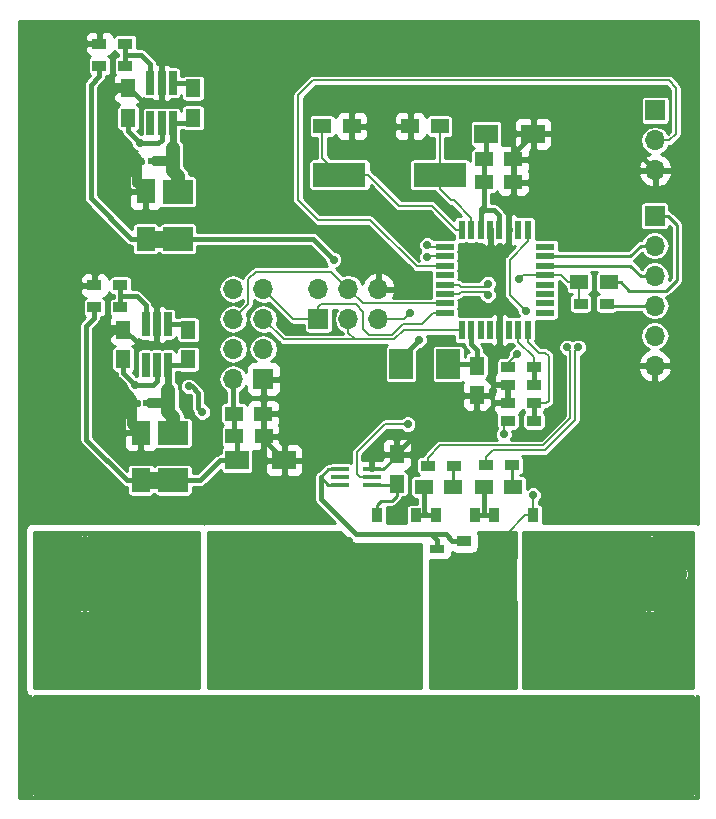
<source format=gbr>
G04 #@! TF.FileFunction,Copper,L1,Top,Signal*
%FSLAX46Y46*%
G04 Gerber Fmt 4.6, Leading zero omitted, Abs format (unit mm)*
G04 Created by KiCad (PCBNEW 4.0.1-stable) date 29-05-2017 19:13:36*
%MOMM*%
G01*
G04 APERTURE LIST*
%ADD10C,0.100000*%
%ADD11R,4.500000X2.000000*%
%ADD12C,6.400000*%
%ADD13C,0.600000*%
%ADD14R,4.860000X3.360000*%
%ADD15R,1.390000X1.400000*%
%ADD16R,1.700000X1.700000*%
%ADD17O,1.700000X1.700000*%
%ADD18R,1.200000X0.900000*%
%ADD19R,1.600000X2.000000*%
%ADD20R,1.250000X1.500000*%
%ADD21R,2.500000X2.000000*%
%ADD22R,0.650000X2.000000*%
%ADD23R,0.350000X0.600000*%
%ADD24R,1.500000X1.250000*%
%ADD25R,0.900000X1.200000*%
%ADD26R,0.550000X1.600000*%
%ADD27R,1.600000X0.550000*%
%ADD28R,2.000000X2.500000*%
%ADD29R,4.500000X4.700000*%
%ADD30R,0.500000X0.700000*%
%ADD31R,1.200000X0.650000*%
%ADD32R,1.500000X0.400000*%
%ADD33R,2.000000X1.600000*%
%ADD34C,0.736600*%
%ADD35C,0.406400*%
%ADD36C,0.203200*%
%ADD37C,0.812800*%
%ADD38C,1.219200*%
%ADD39C,0.609600*%
%ADD40C,0.254000*%
%ADD41C,1.422400*%
G04 APERTURE END LIST*
D10*
D11*
X245042000Y-102362000D03*
X236542000Y-102362000D03*
D12*
X262778836Y-136144000D03*
D13*
X260378836Y-136144000D03*
X261081780Y-134446944D03*
X262778836Y-133744000D03*
X264475892Y-134446944D03*
X265178836Y-136144000D03*
X264475892Y-137841056D03*
X262778836Y-138544000D03*
X261081780Y-137841056D03*
D14*
X254489036Y-136646798D03*
D15*
X250691036Y-135726798D03*
X250691036Y-137566798D03*
D16*
X234759500Y-114566700D03*
D17*
X234759500Y-112026700D03*
X237299500Y-114566700D03*
X237299500Y-112026700D03*
X239839500Y-114566700D03*
X239839500Y-112026700D03*
D18*
X217995500Y-111709200D03*
X215795500Y-111709200D03*
D19*
X219722700Y-124212600D03*
X219722700Y-128212600D03*
D18*
X215795500Y-113588800D03*
X217995500Y-113588800D03*
D20*
X218249500Y-117963000D03*
X218249500Y-115463000D03*
D21*
X222465900Y-124219200D03*
X222465900Y-128219200D03*
D20*
X223735900Y-117975700D03*
X223735900Y-115475700D03*
D22*
X222018900Y-115015700D03*
X221068900Y-115015700D03*
X220118900Y-115015700D03*
X220118900Y-118435700D03*
X221068900Y-118435700D03*
X222018900Y-118435700D03*
D23*
X220098500Y-121666000D03*
X219448500Y-121666000D03*
D24*
X248759660Y-128770380D03*
X251259660Y-128770380D03*
X243679660Y-128770380D03*
X246179660Y-128770380D03*
D20*
X241386360Y-128531940D03*
X241386360Y-126031940D03*
D24*
X248749500Y-102984300D03*
X251249500Y-102984300D03*
X227591300Y-122567700D03*
X230091300Y-122567700D03*
X248749500Y-101053900D03*
X251249500Y-101053900D03*
X227616700Y-124498100D03*
X230116700Y-124498100D03*
X245026500Y-98234500D03*
X242526500Y-98234500D03*
X235097000Y-98234500D03*
X237597000Y-98234500D03*
D20*
X248158000Y-118511000D03*
X248158000Y-121011000D03*
D24*
X259352100Y-111467900D03*
X256852100Y-111467900D03*
D20*
X224142300Y-97528700D03*
X224142300Y-95028700D03*
D19*
X220129100Y-103765600D03*
X220129100Y-107765600D03*
D25*
X249629660Y-131183380D03*
X252929660Y-131183380D03*
X244676660Y-131183380D03*
X247976660Y-131183380D03*
X239723660Y-131183380D03*
X243023660Y-131183380D03*
D14*
X227804400Y-135884400D03*
D15*
X224006400Y-134964400D03*
X224006400Y-136804400D03*
D23*
X220504900Y-101219000D03*
X219854900Y-101219000D03*
D26*
X252488500Y-106997500D03*
X251688500Y-106997500D03*
X250888500Y-106997500D03*
X250088500Y-106997500D03*
X249288500Y-106997500D03*
X248488500Y-106997500D03*
X247688500Y-106997500D03*
X246888500Y-106997500D03*
D27*
X245438500Y-108447500D03*
X245438500Y-109247500D03*
X245438500Y-110047500D03*
X245438500Y-110847500D03*
X245438500Y-111647500D03*
X245438500Y-112447500D03*
X245438500Y-113247500D03*
X245438500Y-114047500D03*
D26*
X246888500Y-115497500D03*
X247688500Y-115497500D03*
X248488500Y-115497500D03*
X249288500Y-115497500D03*
X250088500Y-115497500D03*
X250888500Y-115497500D03*
X251688500Y-115497500D03*
X252488500Y-115497500D03*
D27*
X253938500Y-114047500D03*
X253938500Y-113247500D03*
X253938500Y-112447500D03*
X253938500Y-111647500D03*
X253938500Y-110847500D03*
X253938500Y-110047500D03*
X253938500Y-109247500D03*
X253938500Y-108447500D03*
D28*
X245751100Y-118364000D03*
X241751100Y-118364000D03*
D21*
X222872300Y-103772200D03*
X222872300Y-107772200D03*
D16*
X263232900Y-105829100D03*
D17*
X263232900Y-108369100D03*
X263232900Y-110909100D03*
X263232900Y-113449100D03*
X263232900Y-115989100D03*
X263232900Y-118529100D03*
D16*
X230085900Y-119646700D03*
D17*
X227545900Y-119646700D03*
X230085900Y-117106700D03*
X227545900Y-117106700D03*
X230085900Y-114566700D03*
X227545900Y-114566700D03*
X230085900Y-112026700D03*
X227545900Y-112026700D03*
D16*
X263271000Y-96901000D03*
D17*
X263271000Y-99441000D03*
X263271000Y-101981000D03*
D12*
X214964000Y-136144000D03*
D13*
X217364000Y-136144000D03*
X216661056Y-137841056D03*
X214964000Y-138544000D03*
X213266944Y-137841056D03*
X212564000Y-136144000D03*
X213266944Y-134446944D03*
X214964000Y-133744000D03*
X216661056Y-134446944D03*
D12*
X214964000Y-151144000D03*
D13*
X217364000Y-151144000D03*
X216661056Y-152841056D03*
X214964000Y-153544000D03*
X213266944Y-152841056D03*
X212564000Y-151144000D03*
X213266944Y-149446944D03*
X214964000Y-148744000D03*
X216661056Y-149446944D03*
D29*
X241338100Y-135940800D03*
D30*
X238838100Y-137940800D03*
X238838100Y-136605800D03*
X238838100Y-135275800D03*
X238838100Y-133940800D03*
D31*
X244838100Y-134035800D03*
X244838100Y-135305800D03*
X244838100Y-136575800D03*
X244838100Y-137845800D03*
D18*
X251178240Y-126931420D03*
X248978240Y-126931420D03*
X246232680Y-126982220D03*
X244032680Y-126982220D03*
X259164000Y-113284000D03*
X256964000Y-113284000D03*
X250804500Y-118618000D03*
X253004500Y-118618000D03*
X253004500Y-120142000D03*
X250804500Y-120142000D03*
X250804500Y-123190000D03*
X253004500Y-123190000D03*
X253004500Y-121666000D03*
X250804500Y-121666000D03*
X247101000Y-133350000D03*
X249301000Y-133350000D03*
X216201900Y-93141800D03*
X218401900Y-93141800D03*
X218401900Y-91262200D03*
X216201900Y-91262200D03*
D32*
X239272120Y-128597420D03*
X239272120Y-127947420D03*
X239272120Y-127297420D03*
X236612120Y-127297420D03*
X236612120Y-127947420D03*
X236612120Y-128597420D03*
D22*
X222425300Y-94568700D03*
X221475300Y-94568700D03*
X220525300Y-94568700D03*
X220525300Y-97988700D03*
X221475300Y-97988700D03*
X222425300Y-97988700D03*
D20*
X218655900Y-97516000D03*
X218655900Y-95016000D03*
D33*
X248939300Y-98869500D03*
X252939300Y-98869500D03*
X227857300Y-126530100D03*
X231857300Y-126530100D03*
D12*
X262778836Y-151144000D03*
D13*
X265178836Y-151144000D03*
X264475892Y-152841056D03*
X262778836Y-153544000D03*
X261081780Y-152841056D03*
X260378836Y-151144000D03*
X261081780Y-149446944D03*
X262778836Y-148744000D03*
X264475892Y-149446944D03*
D34*
X223774000Y-120269000D03*
X224917000Y-122428000D03*
X250444000Y-124333000D03*
X232029000Y-133350000D03*
X232029000Y-134239000D03*
X232029000Y-139573000D03*
X232029000Y-138684000D03*
X232029000Y-137795000D03*
X231140000Y-139573000D03*
X229362000Y-139573000D03*
X230251000Y-139573000D03*
X228473000Y-139573000D03*
X227584000Y-139573000D03*
X226695000Y-139573000D03*
X225806000Y-139573000D03*
X240030000Y-137795000D03*
X240919000Y-137795000D03*
X241808000Y-137795000D03*
X242697000Y-137795000D03*
X242697000Y-134239000D03*
X242697000Y-135128000D03*
X242697000Y-136017000D03*
X242697000Y-136906000D03*
X241808000Y-136906000D03*
X240919000Y-136906000D03*
X240030000Y-136906000D03*
X240030000Y-134239000D03*
X240919000Y-134239000D03*
X240919000Y-135128000D03*
X240030000Y-135128000D03*
X240030000Y-136017000D03*
X240919000Y-136017000D03*
X241808000Y-136017000D03*
X241808000Y-135128000D03*
X241808000Y-134239000D03*
X237363000Y-134239000D03*
X237363000Y-133350000D03*
X236474000Y-133350000D03*
X236474000Y-134239000D03*
X237363000Y-138684000D03*
X237363000Y-137795000D03*
X236474000Y-137795000D03*
X236474000Y-138684000D03*
X225806000Y-138684000D03*
X226695000Y-138684000D03*
X227584000Y-138684000D03*
X228473000Y-138684000D03*
X229362000Y-138684000D03*
X230251000Y-138684000D03*
X231140000Y-138684000D03*
X231140000Y-137795000D03*
X231140000Y-134239000D03*
X231140000Y-133350000D03*
X230251000Y-133350000D03*
X229362000Y-133350000D03*
X228473000Y-133350000D03*
X227584000Y-133350000D03*
X226695000Y-133350000D03*
X225806000Y-133350000D03*
X219653100Y-99669600D03*
X219246700Y-120116600D03*
X222250000Y-134239000D03*
X222250000Y-133350000D03*
X223139000Y-133350000D03*
X224028000Y-133350000D03*
X222250000Y-137795000D03*
X222250000Y-138684000D03*
X223139000Y-138684000D03*
X224028000Y-138684000D03*
X249555000Y-120645400D03*
X217792300Y-120243600D03*
X218198700Y-99796600D03*
X243268500Y-116332000D03*
X236046619Y-109537500D03*
X248666000Y-105346500D03*
X242481100Y-114058700D03*
X251726700Y-111213900D03*
X248920000Y-138684000D03*
X248031000Y-138684000D03*
X247142000Y-138684000D03*
X245364000Y-139573000D03*
X246253000Y-139573000D03*
X247142000Y-139573000D03*
X248031000Y-139573000D03*
X248920000Y-139573000D03*
X249809000Y-139573000D03*
X250698000Y-139573000D03*
X252920500Y-129476500D03*
X251587000Y-117538500D03*
X243954300Y-109283500D03*
X243954300Y-108318300D03*
X252476000Y-133350000D03*
X253365000Y-133350000D03*
X255143000Y-133350000D03*
X254254000Y-133350000D03*
X256032000Y-133350000D03*
X256921000Y-133350000D03*
X257810000Y-133350000D03*
X258699000Y-133350000D03*
X258699000Y-134239000D03*
X258699000Y-135128000D03*
X256032000Y-140462000D03*
X252476000Y-140462000D03*
X253365000Y-140462000D03*
X254254000Y-140462000D03*
X255143000Y-140462000D03*
X256921000Y-140462000D03*
X257810000Y-140462000D03*
X258699000Y-140462000D03*
X258699000Y-139573000D03*
X258699000Y-138684000D03*
X257810000Y-138684000D03*
X257810000Y-139573000D03*
X256921000Y-139573000D03*
X256032000Y-139573000D03*
X255143000Y-139573000D03*
X254254000Y-139573000D03*
X253446034Y-139573000D03*
X252476000Y-139573000D03*
X257810000Y-134239000D03*
X257810000Y-135128000D03*
X256921000Y-134239000D03*
X256032000Y-134239000D03*
X255143000Y-134239000D03*
X254254000Y-134239000D03*
X253365000Y-134239000D03*
X252476000Y-134239000D03*
X242303299Y-123456701D03*
X252349000Y-113919000D03*
X256755900Y-116967000D03*
X249110500Y-111577600D03*
X255816100Y-116967000D03*
X249110500Y-112517400D03*
D35*
X224548701Y-120789701D02*
X224028000Y-120269000D01*
X224028000Y-120269000D02*
X223774000Y-120269000D01*
X224917000Y-122428000D02*
X224548701Y-122059701D01*
X224548701Y-122059701D02*
X224548701Y-120789701D01*
D36*
X250444000Y-124333000D02*
X250444000Y-123550500D01*
X250444000Y-123550500D02*
X250804500Y-123190000D01*
X231140000Y-134239000D02*
X232029000Y-134239000D01*
X232029000Y-137795000D02*
X232029000Y-138684000D01*
X230251000Y-139573000D02*
X231140000Y-139573000D01*
X228473000Y-139573000D02*
X230251000Y-139573000D01*
X226695000Y-139573000D02*
X227584000Y-139573000D01*
X225806000Y-138684000D02*
X225806000Y-139573000D01*
X241338100Y-135940800D02*
X241338100Y-135597900D01*
X241338100Y-135597900D02*
X241808000Y-135128000D01*
X240919000Y-137795000D02*
X240030000Y-137795000D01*
X242697000Y-137795000D02*
X241808000Y-137795000D01*
X242697000Y-135128000D02*
X242697000Y-134239000D01*
X242697000Y-136906000D02*
X242697000Y-136017000D01*
X240919000Y-136906000D02*
X241808000Y-136906000D01*
X240030000Y-136017000D02*
X240030000Y-136906000D01*
X240919000Y-135128000D02*
X240919000Y-134239000D01*
X240030000Y-136017000D02*
X240030000Y-135128000D01*
X241808000Y-136017000D02*
X240919000Y-136017000D01*
X241808000Y-134239000D02*
X241808000Y-135128000D01*
X237363000Y-137795000D02*
X239483900Y-137795000D01*
X239483900Y-137795000D02*
X241338100Y-135940800D01*
X236474000Y-133350000D02*
X237363000Y-133350000D01*
X231140000Y-134239000D02*
X236474000Y-134239000D01*
X236474000Y-137795000D02*
X237363000Y-137795000D01*
X225806000Y-138684000D02*
X225806000Y-137882800D01*
X225806000Y-137882800D02*
X227804400Y-135884400D01*
X226695000Y-138684000D02*
X225806000Y-138684000D01*
X228473000Y-138684000D02*
X227584000Y-138684000D01*
X230251000Y-138684000D02*
X229362000Y-138684000D01*
X231140000Y-137795000D02*
X231140000Y-138684000D01*
X230251000Y-133350000D02*
X231140000Y-133350000D01*
X228473000Y-133350000D02*
X229362000Y-133350000D01*
X226695000Y-133350000D02*
X227584000Y-133350000D01*
X227804400Y-135884400D02*
X227804400Y-134001200D01*
X227804400Y-134001200D02*
X227153200Y-133350000D01*
X227153200Y-133350000D02*
X225806000Y-133350000D01*
D35*
X218655900Y-98672400D02*
X219246700Y-99263200D01*
X219246700Y-99263200D02*
X219653100Y-99669600D01*
X218249500Y-117963000D02*
X218249500Y-119119400D01*
X218249500Y-119119400D02*
X219246700Y-120116600D01*
X221068900Y-119842100D02*
X221068900Y-118435700D01*
X220794400Y-120116600D02*
X221068900Y-119842100D01*
X219246700Y-120116600D02*
X220794400Y-120116600D01*
X218655900Y-97516000D02*
X218655900Y-98672400D01*
X219653100Y-99669600D02*
X221200800Y-99669600D01*
X221200800Y-99669600D02*
X221475300Y-99395100D01*
X221475300Y-99395100D02*
X221475300Y-97988700D01*
D36*
X223139000Y-133350000D02*
X222250000Y-133350000D01*
X224006400Y-134964400D02*
X224006400Y-133371600D01*
X224006400Y-133371600D02*
X224028000Y-133350000D01*
X223139000Y-138684000D02*
X222250000Y-138684000D01*
X224006400Y-136804400D02*
X224006400Y-138662400D01*
X224006400Y-138662400D02*
X224028000Y-138684000D01*
D35*
X224006400Y-136804400D02*
X222905000Y-136804400D01*
X215670401Y-136850401D02*
X214964000Y-136144000D01*
X222905000Y-136804400D02*
X222858999Y-136850401D01*
X222858999Y-136850401D02*
X215670401Y-136850401D01*
X214964000Y-136144000D02*
X215670401Y-135437599D01*
X215670401Y-135437599D02*
X222431801Y-135437599D01*
X222431801Y-135437599D02*
X222905000Y-134964400D01*
X222905000Y-134964400D02*
X224006400Y-134964400D01*
D36*
X220504900Y-101219000D02*
X220891100Y-101219000D01*
D37*
X222399900Y-101219000D02*
X220891100Y-101219000D01*
D38*
X222425300Y-100088700D02*
X222425300Y-101244400D01*
X222425300Y-101244400D02*
X222425300Y-101993700D01*
D36*
X222399900Y-101219000D02*
X222425300Y-101244400D01*
D35*
X222425300Y-97988700D02*
X223682300Y-97988700D01*
X223682300Y-97988700D02*
X224142300Y-97528700D01*
D38*
X222872300Y-102440700D02*
X222872300Y-103772200D01*
X222425300Y-101993700D02*
X222872300Y-102440700D01*
D39*
X222425300Y-97988700D02*
X222425300Y-100088700D01*
D35*
X214964000Y-151144000D02*
X214257599Y-150437599D01*
X214257599Y-150437599D02*
X211524599Y-150437599D01*
X234188000Y-128016000D02*
X234188000Y-127127000D01*
X211524599Y-150437599D02*
X209677000Y-148590000D01*
X209677000Y-148590000D02*
X209677000Y-132334000D01*
X209677000Y-132334000D02*
X211201000Y-130810000D01*
X211201000Y-130810000D02*
X231394000Y-130810000D01*
X240304000Y-121011000D02*
X248158000Y-121011000D01*
X231394000Y-130810000D02*
X234188000Y-128016000D01*
X234188000Y-127127000D02*
X240304000Y-121011000D01*
X252939300Y-98869500D02*
X260159500Y-98869500D01*
X260159500Y-98869500D02*
X263271000Y-101981000D01*
X248158000Y-121011000D02*
X248158000Y-122167400D01*
X248158000Y-122167400D02*
X247643400Y-122682000D01*
X247643400Y-122682000D02*
X244611300Y-122682000D01*
X241386360Y-126031940D02*
X241386360Y-125906940D01*
X241386360Y-125906940D02*
X244611300Y-122682000D01*
D40*
X241386360Y-126156940D02*
X240245880Y-127297420D01*
X240245880Y-127297420D02*
X239272120Y-127297420D01*
X241386360Y-126031940D02*
X241386360Y-126156940D01*
D35*
X230116700Y-124498100D02*
X230116700Y-124789500D01*
X230116700Y-124789500D02*
X231857300Y-126530100D01*
X230116700Y-124498100D02*
X230116700Y-122593100D01*
X230116700Y-122593100D02*
X230091300Y-122567700D01*
X230091300Y-122567700D02*
X230091300Y-119652100D01*
X230091300Y-119652100D02*
X230085900Y-119646700D01*
X251249500Y-101053900D02*
X251249500Y-97300100D01*
X250596400Y-96647000D02*
X242824000Y-96647000D01*
X251249500Y-97300100D02*
X250596400Y-96647000D01*
X242824000Y-96647000D02*
X242526500Y-96944500D01*
X242526500Y-96944500D02*
X242526500Y-98234500D01*
X251249500Y-101053900D02*
X251249500Y-100559300D01*
X251249500Y-100559300D02*
X252939300Y-98869500D01*
X250888500Y-104648000D02*
X250888500Y-104940100D01*
X250888500Y-104940100D02*
X250888500Y-106997500D01*
X251249500Y-102984300D02*
X251249500Y-104015700D01*
X251249500Y-104015700D02*
X250888500Y-104376700D01*
X250888500Y-104376700D02*
X250888500Y-104940100D01*
X251249500Y-101053900D02*
X251249500Y-102984300D01*
X249555000Y-117237400D02*
X249555000Y-119799100D01*
X249555000Y-119799100D02*
X249555000Y-120645400D01*
X249798100Y-120142000D02*
X249555000Y-119898900D01*
X250804500Y-120142000D02*
X249798100Y-120142000D01*
X249555000Y-119898900D02*
X249555000Y-119799100D01*
X250088500Y-115497500D02*
X250088500Y-116703900D01*
X250088500Y-116703900D02*
X249555000Y-117237400D01*
X249189400Y-121011000D02*
X248158000Y-121011000D01*
X249555000Y-120645400D02*
X249189400Y-121011000D01*
X242526500Y-98234500D02*
X237597000Y-98234500D01*
X250088500Y-108804022D02*
X249888622Y-108804022D01*
X249888622Y-108804022D02*
X249288500Y-108203900D01*
X249288500Y-108203900D02*
X249288500Y-106997500D01*
X250088500Y-115497500D02*
X250088500Y-108804022D01*
X250088500Y-108804022D02*
X250888500Y-108004022D01*
X250888500Y-108004022D02*
X250888500Y-106997500D01*
X250804500Y-120142000D02*
X250804500Y-121666000D01*
X215795500Y-111709200D02*
X215795500Y-110852800D01*
X216183700Y-110464600D02*
X219595700Y-110464600D01*
X215795500Y-110852800D02*
X216183700Y-110464600D01*
X219595700Y-110464600D02*
X221068900Y-111937800D01*
X221068900Y-111937800D02*
X221068900Y-115015700D01*
D37*
X217264300Y-115463000D02*
X218249500Y-115463000D01*
X216319100Y-118770400D02*
X216319100Y-116408200D01*
X216319100Y-116408200D02*
X217264300Y-115463000D01*
D35*
X218249500Y-115463000D02*
X218320300Y-115463000D01*
X218320300Y-115463000D02*
X219476700Y-116619400D01*
X221068900Y-116422100D02*
X221068900Y-115015700D01*
D37*
X217792300Y-120243600D02*
X216319100Y-118770400D01*
X218986100Y-121437400D02*
X217792300Y-120243600D01*
D36*
X218986100Y-121581800D02*
X218986100Y-121437400D01*
X219070300Y-121666000D02*
X218986100Y-121581800D01*
D37*
X218986100Y-123476000D02*
X218986100Y-121437400D01*
X219722700Y-124212600D02*
X218986100Y-123476000D01*
D40*
X219448500Y-123938400D02*
X219722700Y-124212600D01*
D36*
X219448500Y-121666000D02*
X219070300Y-121666000D01*
D35*
X219476700Y-116619400D02*
X220871600Y-116619400D01*
X220871600Y-116619400D02*
X221068900Y-116422100D01*
D37*
X218198700Y-99796600D02*
X216725500Y-98323400D01*
X219392500Y-100990400D02*
X218198700Y-99796600D01*
D35*
X216201900Y-91262200D02*
X216201900Y-90405800D01*
X216201900Y-90405800D02*
X216590100Y-90017600D01*
X216590100Y-90017600D02*
X220002100Y-90017600D01*
X220002100Y-90017600D02*
X221475300Y-91490800D01*
X221475300Y-91490800D02*
X221475300Y-94568700D01*
D36*
X219854900Y-101219000D02*
X219476700Y-101219000D01*
X219476700Y-101219000D02*
X219392500Y-101134800D01*
X219392500Y-101134800D02*
X219392500Y-100990400D01*
D37*
X217670700Y-95016000D02*
X218655900Y-95016000D01*
X216725500Y-95961200D02*
X217670700Y-95016000D01*
X216725500Y-98323400D02*
X216725500Y-95961200D01*
X219392500Y-103029000D02*
X219392500Y-100990400D01*
X220129100Y-103765600D02*
X219392500Y-103029000D01*
D40*
X219854900Y-103491400D02*
X220129100Y-103765600D01*
D35*
X218655900Y-95016000D02*
X218726700Y-95016000D01*
X218726700Y-95016000D02*
X219883100Y-96172400D01*
X219883100Y-96172400D02*
X221278000Y-96172400D01*
X221475300Y-95975100D02*
X221475300Y-94568700D01*
X221278000Y-96172400D02*
X221475300Y-95975100D01*
D37*
X221993500Y-121666000D02*
X220484700Y-121666000D01*
D38*
X222018900Y-120535700D02*
X222018900Y-121691400D01*
D36*
X221993500Y-121666000D02*
X222018900Y-121691400D01*
D38*
X222018900Y-121691400D02*
X222018900Y-122440700D01*
D35*
X223275900Y-118435700D02*
X223735900Y-117975700D01*
X222018900Y-118435700D02*
X223275900Y-118435700D01*
D36*
X220098500Y-121666000D02*
X220484700Y-121666000D01*
D38*
X222465900Y-122887700D02*
X222465900Y-124219200D01*
X222018900Y-122440700D02*
X222465900Y-122887700D01*
D39*
X222018900Y-118435700D02*
X222018900Y-120535700D01*
D40*
X263232900Y-113449100D02*
X259329100Y-113449100D01*
X259329100Y-113449100D02*
X259164000Y-113284000D01*
D35*
X241751100Y-118364000D02*
X241751100Y-117849400D01*
X241751100Y-117849400D02*
X243268500Y-116332000D01*
X222872300Y-107772200D02*
X234281319Y-107772200D01*
X234281319Y-107772200D02*
X236046619Y-109537500D01*
X248749500Y-102984300D02*
X248749500Y-105263000D01*
X248749500Y-105263000D02*
X248666000Y-105346500D01*
X248749500Y-101053900D02*
X248749500Y-102984300D01*
X248939300Y-98869500D02*
X248939300Y-100864100D01*
X248939300Y-100864100D02*
X248749500Y-101053900D01*
X241751100Y-118364000D02*
X241751100Y-117658900D01*
X248488500Y-105524000D02*
X248666000Y-105346500D01*
X248488500Y-105524000D02*
X248488500Y-106997500D01*
X249643900Y-105346500D02*
X248666000Y-105346500D01*
X250088500Y-106997500D02*
X250088500Y-105791100D01*
X250088500Y-105791100D02*
X249643900Y-105346500D01*
X220129100Y-107765600D02*
X218922700Y-107765600D01*
X218922700Y-107765600D02*
X215480900Y-104323800D01*
X215480900Y-104323800D02*
X215480900Y-94719200D01*
X215480900Y-94719200D02*
X216201900Y-93998200D01*
X216201900Y-93998200D02*
X216201900Y-93141800D01*
D41*
X220129100Y-107765600D02*
X222865700Y-107765600D01*
X222865700Y-107765600D02*
X222872300Y-107772200D01*
D36*
X245026500Y-98234500D02*
X245026500Y-102346500D01*
X245026500Y-102346500D02*
X245042000Y-102362000D01*
X245997800Y-104521000D02*
X246215200Y-104521000D01*
X246215200Y-104521000D02*
X247688500Y-105994300D01*
X247688500Y-105994300D02*
X247688500Y-106997500D01*
X245042000Y-102362000D02*
X245042000Y-103565200D01*
X245042000Y-103565200D02*
X245997800Y-104521000D01*
X235097000Y-98234500D02*
X235097000Y-100917000D01*
X235097000Y-100917000D02*
X236542000Y-102362000D01*
X244378300Y-104965500D02*
X241598700Y-104965500D01*
X241598700Y-104965500D02*
X238995200Y-102362000D01*
X238995200Y-102362000D02*
X236542000Y-102362000D01*
X246888500Y-106997500D02*
X246410300Y-106997500D01*
X246410300Y-106997500D02*
X244378300Y-104965500D01*
X244435300Y-113247500D02*
X245438500Y-113247500D01*
X242702590Y-113233198D02*
X242716892Y-113247500D01*
X237299500Y-112026700D02*
X238505998Y-113233198D01*
X238505998Y-113233198D02*
X242702590Y-113233198D01*
X242716892Y-113247500D02*
X244435300Y-113247500D01*
X229476300Y-110553500D02*
X235826300Y-110553500D01*
X235826300Y-110553500D02*
X237299500Y-112026700D01*
X228815900Y-111213900D02*
X229476300Y-110553500D01*
X228815900Y-113296700D02*
X228815900Y-111213900D01*
X227545900Y-114566700D02*
X228815900Y-113296700D01*
X244435300Y-114047500D02*
X245438500Y-114047500D01*
X243509689Y-114973111D02*
X244435300Y-114047500D01*
X241922289Y-114973111D02*
X243509689Y-114973111D01*
X241007900Y-115887500D02*
X241922289Y-114973111D01*
X238569500Y-113957100D02*
X238569500Y-115430300D01*
X237909100Y-113296700D02*
X238569500Y-113957100D01*
X234976300Y-113296700D02*
X237909100Y-113296700D01*
X239026700Y-115887500D02*
X241007900Y-115887500D01*
X234759500Y-113513500D02*
X234976300Y-113296700D01*
X234759500Y-114566700D02*
X234759500Y-113513500D01*
X238569500Y-115430300D02*
X239026700Y-115887500D01*
X230085900Y-112026700D02*
X232625900Y-114566700D01*
X232625900Y-114566700D02*
X234759500Y-114566700D01*
X230085900Y-114566700D02*
X231813111Y-116293911D01*
X231813111Y-116293911D02*
X237824630Y-116293911D01*
X246410300Y-115497500D02*
X246888500Y-115497500D01*
X241972651Y-115497500D02*
X246410300Y-115497500D01*
X241176240Y-116293911D02*
X241972651Y-115497500D01*
X237824630Y-116293911D02*
X241176240Y-116293911D01*
X237299500Y-115768781D02*
X237824630Y-116293911D01*
X237299500Y-114566700D02*
X237299500Y-115768781D01*
D35*
X247688500Y-116703900D02*
X248158000Y-117173400D01*
X248158000Y-117173400D02*
X248158000Y-118511000D01*
X245751100Y-118364000D02*
X248011000Y-118364000D01*
X248011000Y-118364000D02*
X248158000Y-118511000D01*
X247688500Y-116703900D02*
X247688500Y-115497500D01*
D36*
X256852100Y-111467900D02*
X256852100Y-113172100D01*
X256852100Y-113172100D02*
X256964000Y-113284000D01*
X256852100Y-111467900D02*
X255898900Y-111467900D01*
X255898900Y-111467900D02*
X255278500Y-110847500D01*
X255278500Y-110847500D02*
X254941700Y-110847500D01*
X254941700Y-110847500D02*
X253938500Y-110847500D01*
X241109500Y-114566700D02*
X241973100Y-114566700D01*
X241973100Y-114566700D02*
X242481100Y-114058700D01*
X253938500Y-110847500D02*
X252093100Y-110847500D01*
X252093100Y-110847500D02*
X251726700Y-111213900D01*
X239839500Y-114566700D02*
X241109500Y-114566700D01*
D40*
X263232900Y-110909100D02*
X262030819Y-110909100D01*
X262030819Y-110909100D02*
X261169219Y-110047500D01*
X261169219Y-110047500D02*
X254992500Y-110047500D01*
X254992500Y-110047500D02*
X253938500Y-110047500D01*
X263232900Y-108369100D02*
X262030819Y-108369100D01*
X262030819Y-108369100D02*
X261152419Y-109247500D01*
X261152419Y-109247500D02*
X254992500Y-109247500D01*
X254992500Y-109247500D02*
X253938500Y-109247500D01*
D35*
X248866660Y-131183380D02*
X247976660Y-131183380D01*
X249629660Y-131183380D02*
X248866660Y-131183380D01*
X248866660Y-131183380D02*
X248759660Y-131076380D01*
X248759660Y-131076380D02*
X248759660Y-128770380D01*
D40*
X251178240Y-126931420D02*
X251178240Y-128688960D01*
X251178240Y-128688960D02*
X251259660Y-128770380D01*
D35*
X243913660Y-131183380D02*
X243679660Y-130949380D01*
X243679660Y-130949380D02*
X243679660Y-128770380D01*
X243913660Y-131183380D02*
X243023660Y-131183380D01*
X244676660Y-131183380D02*
X243913660Y-131183380D01*
D40*
X246179660Y-128770380D02*
X246179660Y-127035240D01*
X246179660Y-127035240D02*
X246232680Y-126982220D01*
X239272120Y-128597420D02*
X241320880Y-128597420D01*
X239723660Y-131183380D02*
X239723660Y-130329380D01*
X239723660Y-130329380D02*
X240099020Y-129954020D01*
X240099020Y-129954020D02*
X240968280Y-129954020D01*
X240968280Y-129954020D02*
X241386360Y-129535940D01*
X241386360Y-129535940D02*
X241386360Y-128531940D01*
D35*
X227857300Y-126530100D02*
X226450900Y-126530100D01*
X226450900Y-126530100D02*
X224761800Y-128219200D01*
X224761800Y-128219200D02*
X224122300Y-128219200D01*
X222465900Y-128219200D02*
X224122300Y-128219200D01*
X227545900Y-119646700D02*
X227545900Y-122522300D01*
X227545900Y-122522300D02*
X227591300Y-122567700D01*
X227616700Y-124498100D02*
X227616700Y-122593100D01*
X227616700Y-122593100D02*
X227591300Y-122567700D01*
X227857300Y-126530100D02*
X227857300Y-124738700D01*
X227857300Y-124738700D02*
X227616700Y-124498100D01*
X215074500Y-115166200D02*
X215795500Y-114445200D01*
X215795500Y-114445200D02*
X215795500Y-113588800D01*
X215074500Y-124770800D02*
X215074500Y-115166200D01*
X219722700Y-128212600D02*
X218516300Y-128212600D01*
X218516300Y-128212600D02*
X215074500Y-124770800D01*
D41*
X219722700Y-128212600D02*
X222459300Y-128212600D01*
X222459300Y-128212600D02*
X222465900Y-128219200D01*
D40*
X265087100Y-106579300D02*
X265087100Y-111290100D01*
X261067300Y-112179100D02*
X264198100Y-112179100D01*
X264198100Y-112179100D02*
X265087100Y-111290100D01*
X259352100Y-111467900D02*
X260356100Y-111467900D01*
X260356100Y-111467900D02*
X261067300Y-112179100D01*
X263232900Y-105829100D02*
X264336900Y-105829100D01*
X264336900Y-105829100D02*
X265087100Y-106579300D01*
D35*
X222425300Y-94568700D02*
X223682300Y-94568700D01*
X223682300Y-94568700D02*
X224142300Y-95028700D01*
X223275900Y-115015700D02*
X223735900Y-115475700D01*
X222018900Y-115015700D02*
X223275900Y-115015700D01*
D36*
X247142000Y-138684000D02*
X248031000Y-138684000D01*
X246253000Y-139573000D02*
X245364000Y-139573000D01*
X248031000Y-139573000D02*
X247142000Y-139573000D01*
X250691036Y-137566798D02*
X250691036Y-139566036D01*
X250691036Y-139566036D02*
X250698000Y-139573000D01*
X249301000Y-133350000D02*
X250109840Y-133350000D01*
X250109840Y-133350000D02*
X250691036Y-132768804D01*
X252920500Y-129476500D02*
X252920500Y-131174220D01*
X252920500Y-131174220D02*
X252929660Y-131183380D01*
X250804500Y-118618000D02*
X250804500Y-118321000D01*
X250804500Y-118321000D02*
X251587000Y-117538500D01*
X252929660Y-131183380D02*
X252276460Y-131183380D01*
X252276460Y-131183380D02*
X250691036Y-132768804D01*
X250691036Y-132768804D02*
X250691036Y-134823598D01*
X250691036Y-134823598D02*
X250691036Y-135726798D01*
D40*
X250691036Y-137566798D02*
X250691036Y-137561798D01*
X250691036Y-137561798D02*
X249705038Y-136575800D01*
X249705038Y-136575800D02*
X245692100Y-136575800D01*
X245692100Y-136575800D02*
X244838100Y-136575800D01*
X244838100Y-136575800D02*
X249842034Y-136575800D01*
X249842034Y-136575800D02*
X250691036Y-135726798D01*
X244838100Y-136575800D02*
X244838100Y-137845800D01*
X244838100Y-135305800D02*
X244838100Y-136575800D01*
X252929660Y-131183380D02*
X252929660Y-131333380D01*
D36*
X250804500Y-118618000D02*
X250804500Y-118384500D01*
X245438500Y-109247500D02*
X243990300Y-109247500D01*
X243990300Y-109247500D02*
X243954300Y-109283500D01*
X245438500Y-108447500D02*
X244083500Y-108447500D01*
X244083500Y-108447500D02*
X243954300Y-108318300D01*
D35*
X234970940Y-129811380D02*
X234970940Y-127934600D01*
X237938060Y-132778500D02*
X234970940Y-129811380D01*
X244312200Y-132778500D02*
X237938060Y-132778500D01*
X247101000Y-133350000D02*
X246094600Y-133350000D01*
X245523100Y-132778500D02*
X244312200Y-132778500D01*
X246094600Y-133350000D02*
X245523100Y-132778500D01*
D40*
X234970940Y-127960240D02*
X235608120Y-128597420D01*
X236612120Y-128597420D02*
X235608120Y-128597420D01*
X234970940Y-127934600D02*
X234970940Y-127960240D01*
X234970940Y-127934600D02*
X235608120Y-127297420D01*
X235608120Y-127297420D02*
X236612120Y-127297420D01*
D35*
X244838100Y-134035800D02*
X244838100Y-133304400D01*
X244838100Y-133304400D02*
X244312200Y-132778500D01*
X218401900Y-93141800D02*
X218401900Y-92197100D01*
X218401900Y-91262200D02*
X218401900Y-92197100D01*
X218401900Y-92197100D02*
X218397000Y-92202000D01*
X218397000Y-92202000D02*
X219773500Y-92202000D01*
X219773500Y-92202000D02*
X220525300Y-92953800D01*
X220525300Y-92953800D02*
X220525300Y-94568700D01*
X217995500Y-111709200D02*
X217995500Y-112644100D01*
X217995500Y-112644100D02*
X217990600Y-112649000D01*
X217995500Y-113588800D02*
X217995500Y-112644100D01*
X219367100Y-112649000D02*
X220118900Y-113400800D01*
X217990600Y-112649000D02*
X219367100Y-112649000D01*
X220118900Y-113400800D02*
X220118900Y-115015700D01*
D36*
X255143000Y-133350000D02*
X253365000Y-133350000D01*
X256032000Y-133350000D02*
X254254000Y-133350000D01*
X257810000Y-133350000D02*
X256921000Y-133350000D01*
X258699000Y-134239000D02*
X258699000Y-133350000D01*
X257810000Y-135128000D02*
X258699000Y-135128000D01*
X253365000Y-140462000D02*
X252476000Y-140462000D01*
X255143000Y-140462000D02*
X254254000Y-140462000D01*
X257810000Y-140462000D02*
X256921000Y-140462000D01*
X258699000Y-139573000D02*
X258699000Y-140462000D01*
X257810000Y-138684000D02*
X258699000Y-138684000D01*
X256921000Y-139573000D02*
X257810000Y-139573000D01*
X255143000Y-139573000D02*
X256032000Y-139573000D01*
X253446034Y-139573000D02*
X254254000Y-139573000D01*
X254489036Y-136646798D02*
X254489036Y-138529998D01*
X254489036Y-138529998D02*
X253446034Y-139573000D01*
X257810000Y-135128000D02*
X257810000Y-134239000D01*
X256921000Y-134239000D02*
X257810000Y-135128000D01*
X255143000Y-134239000D02*
X256032000Y-134239000D01*
X253365000Y-134239000D02*
X254254000Y-134239000D01*
X254489036Y-136646798D02*
X254489036Y-134763598D01*
X254489036Y-134763598D02*
X253964438Y-134239000D01*
X253964438Y-134239000D02*
X252476000Y-134239000D01*
D35*
X262778836Y-136144000D02*
X262072435Y-136850401D01*
X262072435Y-136850401D02*
X257529039Y-136850401D01*
X257529039Y-136850401D02*
X257325436Y-136646798D01*
X257325436Y-136646798D02*
X254489036Y-136646798D01*
X262072435Y-137429399D02*
X262778836Y-136722998D01*
D36*
X237998000Y-125857000D02*
X240398299Y-123456701D01*
X240398299Y-123456701D02*
X242303299Y-123456701D01*
X237998000Y-126619000D02*
X237998000Y-126492000D01*
X250952000Y-109537200D02*
X250952000Y-112522000D01*
X250952000Y-112522000D02*
X252349000Y-113919000D01*
X252488500Y-106997500D02*
X252488500Y-108000700D01*
X252488500Y-108000700D02*
X250952000Y-109537200D01*
X237998000Y-126619000D02*
X237998000Y-125857000D01*
X237998000Y-127698500D02*
X237998000Y-126619000D01*
X238246920Y-127947420D02*
X237998000Y-127698500D01*
X239272120Y-127947420D02*
X238246920Y-127947420D01*
X249872500Y-125679200D02*
X249577260Y-125679200D01*
X253957168Y-125679200D02*
X249872500Y-125679200D01*
X249577260Y-125679200D02*
X248978240Y-126278220D01*
X248978240Y-126278220D02*
X248978240Y-126931420D01*
X256489199Y-123147169D02*
X253957168Y-125679200D01*
X256755900Y-116967000D02*
X256489199Y-117233701D01*
X256489199Y-117233701D02*
X256489199Y-123147169D01*
X246638500Y-111647500D02*
X246835301Y-111844301D01*
X245438500Y-111647500D02*
X246638500Y-111647500D01*
X246835301Y-111844301D02*
X248843799Y-111844301D01*
X248843799Y-111844301D02*
X249110500Y-111577600D01*
X244032680Y-126982220D02*
X244032680Y-126329020D01*
X244032680Y-126329020D02*
X245088900Y-125272800D01*
X245088900Y-125272800D02*
X253788832Y-125272800D01*
X256082801Y-117233701D02*
X255816100Y-116967000D01*
X253788832Y-125272800D02*
X256082801Y-122978831D01*
X256082801Y-122978831D02*
X256082801Y-117233701D01*
X245438500Y-112447500D02*
X246638500Y-112447500D01*
X248843799Y-112250699D02*
X249110500Y-112517400D01*
X246638500Y-112447500D02*
X246835301Y-112250699D01*
X246835301Y-112250699D02*
X248843799Y-112250699D01*
X233045000Y-95631000D02*
X233045000Y-104521000D01*
X239141000Y-106172000D02*
X234696000Y-106172000D01*
X234696000Y-106172000D02*
X233045000Y-104521000D01*
X243078000Y-110109000D02*
X239141000Y-106172000D01*
X244373800Y-110109000D02*
X243078000Y-110109000D01*
X245438500Y-110047500D02*
X244435300Y-110047500D01*
X244435300Y-110047500D02*
X244373800Y-110109000D01*
X234315000Y-94361000D02*
X233045000Y-95631000D01*
X264414000Y-94361000D02*
X234315000Y-94361000D01*
X265049000Y-94996000D02*
X264414000Y-94361000D01*
X265049000Y-98865081D02*
X265049000Y-94996000D01*
X263271000Y-99441000D02*
X264473081Y-99441000D01*
X264473081Y-99441000D02*
X265049000Y-98865081D01*
X251688500Y-115497500D02*
X251688500Y-116500700D01*
X253004500Y-118618000D02*
X253004500Y-117856000D01*
X253004500Y-117816700D02*
X253004500Y-117856000D01*
X251688500Y-116500700D02*
X253004500Y-117816700D01*
D35*
X253004500Y-120142000D02*
X253004500Y-118618000D01*
D36*
X253399300Y-117411500D02*
X253936500Y-117411500D01*
X252488500Y-115497500D02*
X252488500Y-116500700D01*
X252488500Y-116500700D02*
X253399300Y-117411500D01*
X253936500Y-117411500D02*
X254254000Y-117729000D01*
X253004500Y-121666000D02*
X254063500Y-121666000D01*
X254063500Y-121666000D02*
X254254000Y-121475500D01*
X254254000Y-121475500D02*
X254254000Y-117729000D01*
D35*
X253004500Y-123190000D02*
X253004500Y-121666000D01*
D40*
G36*
X224663000Y-145796000D02*
X210693000Y-145796000D01*
X210693000Y-136329167D01*
X211628838Y-136329167D01*
X211770883Y-136672943D01*
X212033673Y-136936192D01*
X212377201Y-137078838D01*
X212706760Y-137079125D01*
X212474752Y-137310729D01*
X212332106Y-137654257D01*
X212331782Y-138026223D01*
X212473827Y-138369999D01*
X212736617Y-138633248D01*
X213080145Y-138775894D01*
X213452111Y-138776218D01*
X213795887Y-138634173D01*
X214029124Y-138401343D01*
X214028838Y-138729167D01*
X214170883Y-139072943D01*
X214433673Y-139336192D01*
X214777201Y-139478838D01*
X215149167Y-139479162D01*
X215492943Y-139337117D01*
X215756192Y-139074327D01*
X215898838Y-138730799D01*
X215899125Y-138401240D01*
X216130729Y-138633248D01*
X216474257Y-138775894D01*
X216846223Y-138776218D01*
X217189999Y-138634173D01*
X217453248Y-138371383D01*
X217595894Y-138027855D01*
X217596218Y-137655889D01*
X217454173Y-137312113D01*
X217221343Y-137078876D01*
X217549167Y-137079162D01*
X217892943Y-136937117D01*
X218156192Y-136674327D01*
X218298838Y-136330799D01*
X218299162Y-135958833D01*
X218157117Y-135615057D01*
X217894327Y-135351808D01*
X217550799Y-135209162D01*
X217221240Y-135208875D01*
X217453248Y-134977271D01*
X217595894Y-134633743D01*
X217596218Y-134261777D01*
X217454173Y-133918001D01*
X217191383Y-133654752D01*
X216847855Y-133512106D01*
X216475889Y-133511782D01*
X216132113Y-133653827D01*
X215898876Y-133886657D01*
X215899162Y-133558833D01*
X215757117Y-133215057D01*
X215494327Y-132951808D01*
X215150799Y-132809162D01*
X214778833Y-132808838D01*
X214435057Y-132950883D01*
X214171808Y-133213673D01*
X214029162Y-133557201D01*
X214028875Y-133886760D01*
X213797271Y-133654752D01*
X213453743Y-133512106D01*
X213081777Y-133511782D01*
X212738001Y-133653827D01*
X212474752Y-133916617D01*
X212332106Y-134260145D01*
X212331782Y-134632111D01*
X212473827Y-134975887D01*
X212706657Y-135209124D01*
X212378833Y-135208838D01*
X212035057Y-135350883D01*
X211771808Y-135613673D01*
X211629162Y-135957201D01*
X211628838Y-136329167D01*
X210693000Y-136329167D01*
X210693000Y-132588000D01*
X224663000Y-132588000D01*
X224663000Y-145796000D01*
X224663000Y-145796000D01*
G37*
X224663000Y-145796000D02*
X210693000Y-145796000D01*
X210693000Y-136329167D01*
X211628838Y-136329167D01*
X211770883Y-136672943D01*
X212033673Y-136936192D01*
X212377201Y-137078838D01*
X212706760Y-137079125D01*
X212474752Y-137310729D01*
X212332106Y-137654257D01*
X212331782Y-138026223D01*
X212473827Y-138369999D01*
X212736617Y-138633248D01*
X213080145Y-138775894D01*
X213452111Y-138776218D01*
X213795887Y-138634173D01*
X214029124Y-138401343D01*
X214028838Y-138729167D01*
X214170883Y-139072943D01*
X214433673Y-139336192D01*
X214777201Y-139478838D01*
X215149167Y-139479162D01*
X215492943Y-139337117D01*
X215756192Y-139074327D01*
X215898838Y-138730799D01*
X215899125Y-138401240D01*
X216130729Y-138633248D01*
X216474257Y-138775894D01*
X216846223Y-138776218D01*
X217189999Y-138634173D01*
X217453248Y-138371383D01*
X217595894Y-138027855D01*
X217596218Y-137655889D01*
X217454173Y-137312113D01*
X217221343Y-137078876D01*
X217549167Y-137079162D01*
X217892943Y-136937117D01*
X218156192Y-136674327D01*
X218298838Y-136330799D01*
X218299162Y-135958833D01*
X218157117Y-135615057D01*
X217894327Y-135351808D01*
X217550799Y-135209162D01*
X217221240Y-135208875D01*
X217453248Y-134977271D01*
X217595894Y-134633743D01*
X217596218Y-134261777D01*
X217454173Y-133918001D01*
X217191383Y-133654752D01*
X216847855Y-133512106D01*
X216475889Y-133511782D01*
X216132113Y-133653827D01*
X215898876Y-133886657D01*
X215899162Y-133558833D01*
X215757117Y-133215057D01*
X215494327Y-132951808D01*
X215150799Y-132809162D01*
X214778833Y-132808838D01*
X214435057Y-132950883D01*
X214171808Y-133213673D01*
X214029162Y-133557201D01*
X214028875Y-133886760D01*
X213797271Y-133654752D01*
X213453743Y-133512106D01*
X213081777Y-133511782D01*
X212738001Y-133653827D01*
X212474752Y-133916617D01*
X212332106Y-134260145D01*
X212331782Y-134632111D01*
X212473827Y-134975887D01*
X212706657Y-135209124D01*
X212378833Y-135208838D01*
X212035057Y-135350883D01*
X211771808Y-135613673D01*
X211629162Y-135957201D01*
X211628838Y-136329167D01*
X210693000Y-136329167D01*
X210693000Y-132588000D01*
X224663000Y-132588000D01*
X224663000Y-145796000D01*
G36*
X214433673Y-134536192D02*
X214777201Y-134678838D01*
X215149167Y-134679162D01*
X215492943Y-134537117D01*
X215726180Y-134304287D01*
X215725894Y-134632111D01*
X215867939Y-134975887D01*
X216130729Y-135239136D01*
X216474257Y-135381782D01*
X216803816Y-135382069D01*
X216571808Y-135613673D01*
X216429162Y-135957201D01*
X216428838Y-136329167D01*
X216570883Y-136672943D01*
X216803713Y-136906180D01*
X216475889Y-136905894D01*
X216132113Y-137047939D01*
X215868864Y-137310729D01*
X215726218Y-137654257D01*
X215725931Y-137983816D01*
X215494327Y-137751808D01*
X215150799Y-137609162D01*
X214778833Y-137608838D01*
X214435057Y-137750883D01*
X214201820Y-137983713D01*
X214202106Y-137655889D01*
X214060061Y-137312113D01*
X213797271Y-137048864D01*
X213453743Y-136906218D01*
X213124184Y-136905931D01*
X213356192Y-136674327D01*
X213498838Y-136330799D01*
X213499162Y-135958833D01*
X213357117Y-135615057D01*
X213124287Y-135381820D01*
X213452111Y-135382106D01*
X213795887Y-135240061D01*
X214059136Y-134977271D01*
X214201782Y-134633743D01*
X214202069Y-134304184D01*
X214433673Y-134536192D01*
X214433673Y-134536192D01*
G37*
X214433673Y-134536192D02*
X214777201Y-134678838D01*
X215149167Y-134679162D01*
X215492943Y-134537117D01*
X215726180Y-134304287D01*
X215725894Y-134632111D01*
X215867939Y-134975887D01*
X216130729Y-135239136D01*
X216474257Y-135381782D01*
X216803816Y-135382069D01*
X216571808Y-135613673D01*
X216429162Y-135957201D01*
X216428838Y-136329167D01*
X216570883Y-136672943D01*
X216803713Y-136906180D01*
X216475889Y-136905894D01*
X216132113Y-137047939D01*
X215868864Y-137310729D01*
X215726218Y-137654257D01*
X215725931Y-137983816D01*
X215494327Y-137751808D01*
X215150799Y-137609162D01*
X214778833Y-137608838D01*
X214435057Y-137750883D01*
X214201820Y-137983713D01*
X214202106Y-137655889D01*
X214060061Y-137312113D01*
X213797271Y-137048864D01*
X213453743Y-136906218D01*
X213124184Y-136905931D01*
X213356192Y-136674327D01*
X213498838Y-136330799D01*
X213499162Y-135958833D01*
X213357117Y-135615057D01*
X213124287Y-135381820D01*
X213452111Y-135382106D01*
X213795887Y-135240061D01*
X214059136Y-134977271D01*
X214201782Y-134633743D01*
X214202069Y-134304184D01*
X214433673Y-134536192D01*
G36*
X237345363Y-133371197D02*
X237617294Y-133552896D01*
X237938060Y-133616700D01*
X243459000Y-133616700D01*
X243459000Y-145796000D01*
X225425000Y-145796000D01*
X225425000Y-132588000D01*
X236562166Y-132588000D01*
X237345363Y-133371197D01*
X237345363Y-133371197D01*
G37*
X237345363Y-133371197D02*
X237617294Y-133552896D01*
X237938060Y-133616700D01*
X243459000Y-133616700D01*
X243459000Y-145796000D01*
X225425000Y-145796000D01*
X225425000Y-132588000D01*
X236562166Y-132588000D01*
X237345363Y-133371197D01*
G36*
X266446000Y-154813000D02*
X210693000Y-154813000D01*
X210693000Y-153678865D01*
X214282882Y-153678865D01*
X214386339Y-153929252D01*
X214577741Y-154120987D01*
X214827946Y-154224882D01*
X215098865Y-154225118D01*
X215349252Y-154121661D01*
X215540987Y-153930259D01*
X215644882Y-153680054D01*
X215644883Y-153678865D01*
X262097718Y-153678865D01*
X262201175Y-153929252D01*
X262392577Y-154120987D01*
X262642782Y-154224882D01*
X262913701Y-154225118D01*
X263164088Y-154121661D01*
X263355823Y-153930259D01*
X263459718Y-153680054D01*
X263459954Y-153409135D01*
X263356497Y-153158748D01*
X263173988Y-152975921D01*
X263794774Y-152975921D01*
X263898231Y-153226308D01*
X264089633Y-153418043D01*
X264339838Y-153521938D01*
X264610757Y-153522174D01*
X264861144Y-153418717D01*
X265052879Y-153227315D01*
X265156774Y-152977110D01*
X265157010Y-152706191D01*
X265053553Y-152455804D01*
X264862151Y-152264069D01*
X264611946Y-152160174D01*
X264341027Y-152159938D01*
X264090640Y-152263395D01*
X263898905Y-152454797D01*
X263795010Y-152705002D01*
X263794774Y-152975921D01*
X263173988Y-152975921D01*
X263165095Y-152967013D01*
X262914890Y-152863118D01*
X262643971Y-152862882D01*
X262393584Y-152966339D01*
X262201849Y-153157741D01*
X262097954Y-153407946D01*
X262097718Y-153678865D01*
X215644883Y-153678865D01*
X215645118Y-153409135D01*
X215541661Y-153158748D01*
X215359152Y-152975921D01*
X215979938Y-152975921D01*
X216083395Y-153226308D01*
X216274797Y-153418043D01*
X216525002Y-153521938D01*
X216795921Y-153522174D01*
X217046308Y-153418717D01*
X217238043Y-153227315D01*
X217341938Y-152977110D01*
X217341939Y-152975921D01*
X260400662Y-152975921D01*
X260504119Y-153226308D01*
X260695521Y-153418043D01*
X260945726Y-153521938D01*
X261216645Y-153522174D01*
X261467032Y-153418717D01*
X261658767Y-153227315D01*
X261762662Y-152977110D01*
X261762898Y-152706191D01*
X261659441Y-152455804D01*
X261468039Y-152264069D01*
X261217834Y-152160174D01*
X260946915Y-152159938D01*
X260696528Y-152263395D01*
X260504793Y-152454797D01*
X260400898Y-152705002D01*
X260400662Y-152975921D01*
X217341939Y-152975921D01*
X217342174Y-152706191D01*
X217238717Y-152455804D01*
X217047315Y-152264069D01*
X216797110Y-152160174D01*
X216526191Y-152159938D01*
X216275804Y-152263395D01*
X216084069Y-152454797D01*
X215980174Y-152705002D01*
X215979938Y-152975921D01*
X215359152Y-152975921D01*
X215350259Y-152967013D01*
X215100054Y-152863118D01*
X214829135Y-152862882D01*
X214578748Y-152966339D01*
X214387013Y-153157741D01*
X214283118Y-153407946D01*
X214282882Y-153678865D01*
X210693000Y-153678865D01*
X210693000Y-152975921D01*
X212585826Y-152975921D01*
X212689283Y-153226308D01*
X212880685Y-153418043D01*
X213130890Y-153521938D01*
X213401809Y-153522174D01*
X213652196Y-153418717D01*
X213843931Y-153227315D01*
X213947826Y-152977110D01*
X213948062Y-152706191D01*
X213844605Y-152455804D01*
X213653203Y-152264069D01*
X213402998Y-152160174D01*
X213132079Y-152159938D01*
X212881692Y-152263395D01*
X212689957Y-152454797D01*
X212586062Y-152705002D01*
X212585826Y-152975921D01*
X210693000Y-152975921D01*
X210693000Y-151278865D01*
X211882882Y-151278865D01*
X211986339Y-151529252D01*
X212177741Y-151720987D01*
X212427946Y-151824882D01*
X212698865Y-151825118D01*
X212949252Y-151721661D01*
X213140987Y-151530259D01*
X213244882Y-151280054D01*
X213244883Y-151278865D01*
X216682882Y-151278865D01*
X216786339Y-151529252D01*
X216977741Y-151720987D01*
X217227946Y-151824882D01*
X217498865Y-151825118D01*
X217749252Y-151721661D01*
X217940987Y-151530259D01*
X218044882Y-151280054D01*
X218044883Y-151278865D01*
X259697718Y-151278865D01*
X259801175Y-151529252D01*
X259992577Y-151720987D01*
X260242782Y-151824882D01*
X260513701Y-151825118D01*
X260764088Y-151721661D01*
X260955823Y-151530259D01*
X261059718Y-151280054D01*
X261059719Y-151278865D01*
X264497718Y-151278865D01*
X264601175Y-151529252D01*
X264792577Y-151720987D01*
X265042782Y-151824882D01*
X265313701Y-151825118D01*
X265564088Y-151721661D01*
X265755823Y-151530259D01*
X265859718Y-151280054D01*
X265859954Y-151009135D01*
X265756497Y-150758748D01*
X265565095Y-150567013D01*
X265314890Y-150463118D01*
X265043971Y-150462882D01*
X264793584Y-150566339D01*
X264601849Y-150757741D01*
X264497954Y-151007946D01*
X264497718Y-151278865D01*
X261059719Y-151278865D01*
X261059954Y-151009135D01*
X260956497Y-150758748D01*
X260765095Y-150567013D01*
X260514890Y-150463118D01*
X260243971Y-150462882D01*
X259993584Y-150566339D01*
X259801849Y-150757741D01*
X259697954Y-151007946D01*
X259697718Y-151278865D01*
X218044883Y-151278865D01*
X218045118Y-151009135D01*
X217941661Y-150758748D01*
X217750259Y-150567013D01*
X217500054Y-150463118D01*
X217229135Y-150462882D01*
X216978748Y-150566339D01*
X216787013Y-150757741D01*
X216683118Y-151007946D01*
X216682882Y-151278865D01*
X213244883Y-151278865D01*
X213245118Y-151009135D01*
X213141661Y-150758748D01*
X212950259Y-150567013D01*
X212700054Y-150463118D01*
X212429135Y-150462882D01*
X212178748Y-150566339D01*
X211987013Y-150757741D01*
X211883118Y-151007946D01*
X211882882Y-151278865D01*
X210693000Y-151278865D01*
X210693000Y-149581809D01*
X212585826Y-149581809D01*
X212689283Y-149832196D01*
X212880685Y-150023931D01*
X213130890Y-150127826D01*
X213401809Y-150128062D01*
X213652196Y-150024605D01*
X213843931Y-149833203D01*
X213947826Y-149582998D01*
X213947827Y-149581809D01*
X215979938Y-149581809D01*
X216083395Y-149832196D01*
X216274797Y-150023931D01*
X216525002Y-150127826D01*
X216795921Y-150128062D01*
X217046308Y-150024605D01*
X217238043Y-149833203D01*
X217341938Y-149582998D01*
X217341939Y-149581809D01*
X260400662Y-149581809D01*
X260504119Y-149832196D01*
X260695521Y-150023931D01*
X260945726Y-150127826D01*
X261216645Y-150128062D01*
X261467032Y-150024605D01*
X261658767Y-149833203D01*
X261762662Y-149582998D01*
X261762663Y-149581809D01*
X263794774Y-149581809D01*
X263898231Y-149832196D01*
X264089633Y-150023931D01*
X264339838Y-150127826D01*
X264610757Y-150128062D01*
X264861144Y-150024605D01*
X265052879Y-149833203D01*
X265156774Y-149582998D01*
X265157010Y-149312079D01*
X265053553Y-149061692D01*
X264862151Y-148869957D01*
X264611946Y-148766062D01*
X264341027Y-148765826D01*
X264090640Y-148869283D01*
X263898905Y-149060685D01*
X263795010Y-149310890D01*
X263794774Y-149581809D01*
X261762663Y-149581809D01*
X261762898Y-149312079D01*
X261659441Y-149061692D01*
X261476932Y-148878865D01*
X262097718Y-148878865D01*
X262201175Y-149129252D01*
X262392577Y-149320987D01*
X262642782Y-149424882D01*
X262913701Y-149425118D01*
X263164088Y-149321661D01*
X263355823Y-149130259D01*
X263459718Y-148880054D01*
X263459954Y-148609135D01*
X263356497Y-148358748D01*
X263165095Y-148167013D01*
X262914890Y-148063118D01*
X262643971Y-148062882D01*
X262393584Y-148166339D01*
X262201849Y-148357741D01*
X262097954Y-148607946D01*
X262097718Y-148878865D01*
X261476932Y-148878865D01*
X261468039Y-148869957D01*
X261217834Y-148766062D01*
X260946915Y-148765826D01*
X260696528Y-148869283D01*
X260504793Y-149060685D01*
X260400898Y-149310890D01*
X260400662Y-149581809D01*
X217341939Y-149581809D01*
X217342174Y-149312079D01*
X217238717Y-149061692D01*
X217047315Y-148869957D01*
X216797110Y-148766062D01*
X216526191Y-148765826D01*
X216275804Y-148869283D01*
X216084069Y-149060685D01*
X215980174Y-149310890D01*
X215979938Y-149581809D01*
X213947827Y-149581809D01*
X213948062Y-149312079D01*
X213844605Y-149061692D01*
X213662096Y-148878865D01*
X214282882Y-148878865D01*
X214386339Y-149129252D01*
X214577741Y-149320987D01*
X214827946Y-149424882D01*
X215098865Y-149425118D01*
X215349252Y-149321661D01*
X215540987Y-149130259D01*
X215644882Y-148880054D01*
X215645118Y-148609135D01*
X215541661Y-148358748D01*
X215350259Y-148167013D01*
X215100054Y-148063118D01*
X214829135Y-148062882D01*
X214578748Y-148166339D01*
X214387013Y-148357741D01*
X214283118Y-148607946D01*
X214282882Y-148878865D01*
X213662096Y-148878865D01*
X213653203Y-148869957D01*
X213402998Y-148766062D01*
X213132079Y-148765826D01*
X212881692Y-148869283D01*
X212689957Y-149060685D01*
X212586062Y-149310890D01*
X212585826Y-149581809D01*
X210693000Y-149581809D01*
X210693000Y-146494500D01*
X266446000Y-146494500D01*
X266446000Y-154813000D01*
X266446000Y-154813000D01*
G37*
X266446000Y-154813000D02*
X210693000Y-154813000D01*
X210693000Y-153678865D01*
X214282882Y-153678865D01*
X214386339Y-153929252D01*
X214577741Y-154120987D01*
X214827946Y-154224882D01*
X215098865Y-154225118D01*
X215349252Y-154121661D01*
X215540987Y-153930259D01*
X215644882Y-153680054D01*
X215644883Y-153678865D01*
X262097718Y-153678865D01*
X262201175Y-153929252D01*
X262392577Y-154120987D01*
X262642782Y-154224882D01*
X262913701Y-154225118D01*
X263164088Y-154121661D01*
X263355823Y-153930259D01*
X263459718Y-153680054D01*
X263459954Y-153409135D01*
X263356497Y-153158748D01*
X263173988Y-152975921D01*
X263794774Y-152975921D01*
X263898231Y-153226308D01*
X264089633Y-153418043D01*
X264339838Y-153521938D01*
X264610757Y-153522174D01*
X264861144Y-153418717D01*
X265052879Y-153227315D01*
X265156774Y-152977110D01*
X265157010Y-152706191D01*
X265053553Y-152455804D01*
X264862151Y-152264069D01*
X264611946Y-152160174D01*
X264341027Y-152159938D01*
X264090640Y-152263395D01*
X263898905Y-152454797D01*
X263795010Y-152705002D01*
X263794774Y-152975921D01*
X263173988Y-152975921D01*
X263165095Y-152967013D01*
X262914890Y-152863118D01*
X262643971Y-152862882D01*
X262393584Y-152966339D01*
X262201849Y-153157741D01*
X262097954Y-153407946D01*
X262097718Y-153678865D01*
X215644883Y-153678865D01*
X215645118Y-153409135D01*
X215541661Y-153158748D01*
X215359152Y-152975921D01*
X215979938Y-152975921D01*
X216083395Y-153226308D01*
X216274797Y-153418043D01*
X216525002Y-153521938D01*
X216795921Y-153522174D01*
X217046308Y-153418717D01*
X217238043Y-153227315D01*
X217341938Y-152977110D01*
X217341939Y-152975921D01*
X260400662Y-152975921D01*
X260504119Y-153226308D01*
X260695521Y-153418043D01*
X260945726Y-153521938D01*
X261216645Y-153522174D01*
X261467032Y-153418717D01*
X261658767Y-153227315D01*
X261762662Y-152977110D01*
X261762898Y-152706191D01*
X261659441Y-152455804D01*
X261468039Y-152264069D01*
X261217834Y-152160174D01*
X260946915Y-152159938D01*
X260696528Y-152263395D01*
X260504793Y-152454797D01*
X260400898Y-152705002D01*
X260400662Y-152975921D01*
X217341939Y-152975921D01*
X217342174Y-152706191D01*
X217238717Y-152455804D01*
X217047315Y-152264069D01*
X216797110Y-152160174D01*
X216526191Y-152159938D01*
X216275804Y-152263395D01*
X216084069Y-152454797D01*
X215980174Y-152705002D01*
X215979938Y-152975921D01*
X215359152Y-152975921D01*
X215350259Y-152967013D01*
X215100054Y-152863118D01*
X214829135Y-152862882D01*
X214578748Y-152966339D01*
X214387013Y-153157741D01*
X214283118Y-153407946D01*
X214282882Y-153678865D01*
X210693000Y-153678865D01*
X210693000Y-152975921D01*
X212585826Y-152975921D01*
X212689283Y-153226308D01*
X212880685Y-153418043D01*
X213130890Y-153521938D01*
X213401809Y-153522174D01*
X213652196Y-153418717D01*
X213843931Y-153227315D01*
X213947826Y-152977110D01*
X213948062Y-152706191D01*
X213844605Y-152455804D01*
X213653203Y-152264069D01*
X213402998Y-152160174D01*
X213132079Y-152159938D01*
X212881692Y-152263395D01*
X212689957Y-152454797D01*
X212586062Y-152705002D01*
X212585826Y-152975921D01*
X210693000Y-152975921D01*
X210693000Y-151278865D01*
X211882882Y-151278865D01*
X211986339Y-151529252D01*
X212177741Y-151720987D01*
X212427946Y-151824882D01*
X212698865Y-151825118D01*
X212949252Y-151721661D01*
X213140987Y-151530259D01*
X213244882Y-151280054D01*
X213244883Y-151278865D01*
X216682882Y-151278865D01*
X216786339Y-151529252D01*
X216977741Y-151720987D01*
X217227946Y-151824882D01*
X217498865Y-151825118D01*
X217749252Y-151721661D01*
X217940987Y-151530259D01*
X218044882Y-151280054D01*
X218044883Y-151278865D01*
X259697718Y-151278865D01*
X259801175Y-151529252D01*
X259992577Y-151720987D01*
X260242782Y-151824882D01*
X260513701Y-151825118D01*
X260764088Y-151721661D01*
X260955823Y-151530259D01*
X261059718Y-151280054D01*
X261059719Y-151278865D01*
X264497718Y-151278865D01*
X264601175Y-151529252D01*
X264792577Y-151720987D01*
X265042782Y-151824882D01*
X265313701Y-151825118D01*
X265564088Y-151721661D01*
X265755823Y-151530259D01*
X265859718Y-151280054D01*
X265859954Y-151009135D01*
X265756497Y-150758748D01*
X265565095Y-150567013D01*
X265314890Y-150463118D01*
X265043971Y-150462882D01*
X264793584Y-150566339D01*
X264601849Y-150757741D01*
X264497954Y-151007946D01*
X264497718Y-151278865D01*
X261059719Y-151278865D01*
X261059954Y-151009135D01*
X260956497Y-150758748D01*
X260765095Y-150567013D01*
X260514890Y-150463118D01*
X260243971Y-150462882D01*
X259993584Y-150566339D01*
X259801849Y-150757741D01*
X259697954Y-151007946D01*
X259697718Y-151278865D01*
X218044883Y-151278865D01*
X218045118Y-151009135D01*
X217941661Y-150758748D01*
X217750259Y-150567013D01*
X217500054Y-150463118D01*
X217229135Y-150462882D01*
X216978748Y-150566339D01*
X216787013Y-150757741D01*
X216683118Y-151007946D01*
X216682882Y-151278865D01*
X213244883Y-151278865D01*
X213245118Y-151009135D01*
X213141661Y-150758748D01*
X212950259Y-150567013D01*
X212700054Y-150463118D01*
X212429135Y-150462882D01*
X212178748Y-150566339D01*
X211987013Y-150757741D01*
X211883118Y-151007946D01*
X211882882Y-151278865D01*
X210693000Y-151278865D01*
X210693000Y-149581809D01*
X212585826Y-149581809D01*
X212689283Y-149832196D01*
X212880685Y-150023931D01*
X213130890Y-150127826D01*
X213401809Y-150128062D01*
X213652196Y-150024605D01*
X213843931Y-149833203D01*
X213947826Y-149582998D01*
X213947827Y-149581809D01*
X215979938Y-149581809D01*
X216083395Y-149832196D01*
X216274797Y-150023931D01*
X216525002Y-150127826D01*
X216795921Y-150128062D01*
X217046308Y-150024605D01*
X217238043Y-149833203D01*
X217341938Y-149582998D01*
X217341939Y-149581809D01*
X260400662Y-149581809D01*
X260504119Y-149832196D01*
X260695521Y-150023931D01*
X260945726Y-150127826D01*
X261216645Y-150128062D01*
X261467032Y-150024605D01*
X261658767Y-149833203D01*
X261762662Y-149582998D01*
X261762663Y-149581809D01*
X263794774Y-149581809D01*
X263898231Y-149832196D01*
X264089633Y-150023931D01*
X264339838Y-150127826D01*
X264610757Y-150128062D01*
X264861144Y-150024605D01*
X265052879Y-149833203D01*
X265156774Y-149582998D01*
X265157010Y-149312079D01*
X265053553Y-149061692D01*
X264862151Y-148869957D01*
X264611946Y-148766062D01*
X264341027Y-148765826D01*
X264090640Y-148869283D01*
X263898905Y-149060685D01*
X263795010Y-149310890D01*
X263794774Y-149581809D01*
X261762663Y-149581809D01*
X261762898Y-149312079D01*
X261659441Y-149061692D01*
X261476932Y-148878865D01*
X262097718Y-148878865D01*
X262201175Y-149129252D01*
X262392577Y-149320987D01*
X262642782Y-149424882D01*
X262913701Y-149425118D01*
X263164088Y-149321661D01*
X263355823Y-149130259D01*
X263459718Y-148880054D01*
X263459954Y-148609135D01*
X263356497Y-148358748D01*
X263165095Y-148167013D01*
X262914890Y-148063118D01*
X262643971Y-148062882D01*
X262393584Y-148166339D01*
X262201849Y-148357741D01*
X262097954Y-148607946D01*
X262097718Y-148878865D01*
X261476932Y-148878865D01*
X261468039Y-148869957D01*
X261217834Y-148766062D01*
X260946915Y-148765826D01*
X260696528Y-148869283D01*
X260504793Y-149060685D01*
X260400898Y-149310890D01*
X260400662Y-149581809D01*
X217341939Y-149581809D01*
X217342174Y-149312079D01*
X217238717Y-149061692D01*
X217047315Y-148869957D01*
X216797110Y-148766062D01*
X216526191Y-148765826D01*
X216275804Y-148869283D01*
X216084069Y-149060685D01*
X215980174Y-149310890D01*
X215979938Y-149581809D01*
X213947827Y-149581809D01*
X213948062Y-149312079D01*
X213844605Y-149061692D01*
X213662096Y-148878865D01*
X214282882Y-148878865D01*
X214386339Y-149129252D01*
X214577741Y-149320987D01*
X214827946Y-149424882D01*
X215098865Y-149425118D01*
X215349252Y-149321661D01*
X215540987Y-149130259D01*
X215644882Y-148880054D01*
X215645118Y-148609135D01*
X215541661Y-148358748D01*
X215350259Y-148167013D01*
X215100054Y-148063118D01*
X214829135Y-148062882D01*
X214578748Y-148166339D01*
X214387013Y-148357741D01*
X214283118Y-148607946D01*
X214282882Y-148878865D01*
X213662096Y-148878865D01*
X213653203Y-148869957D01*
X213402998Y-148766062D01*
X213132079Y-148765826D01*
X212881692Y-148869283D01*
X212689957Y-149060685D01*
X212586062Y-149310890D01*
X212585826Y-149581809D01*
X210693000Y-149581809D01*
X210693000Y-146494500D01*
X266446000Y-146494500D01*
X266446000Y-154813000D01*
G36*
X266446000Y-145796000D02*
X252095000Y-145796000D01*
X252095000Y-136329167D01*
X259443674Y-136329167D01*
X259585719Y-136672943D01*
X259848509Y-136936192D01*
X260192037Y-137078838D01*
X260521596Y-137079125D01*
X260289588Y-137310729D01*
X260146942Y-137654257D01*
X260146618Y-138026223D01*
X260288663Y-138369999D01*
X260551453Y-138633248D01*
X260894981Y-138775894D01*
X261266947Y-138776218D01*
X261610723Y-138634173D01*
X261843960Y-138401343D01*
X261843674Y-138729167D01*
X261985719Y-139072943D01*
X262248509Y-139336192D01*
X262592037Y-139478838D01*
X262964003Y-139479162D01*
X263307779Y-139337117D01*
X263571028Y-139074327D01*
X263713674Y-138730799D01*
X263713961Y-138401240D01*
X263945565Y-138633248D01*
X264289093Y-138775894D01*
X264661059Y-138776218D01*
X265004835Y-138634173D01*
X265268084Y-138371383D01*
X265410730Y-138027855D01*
X265411054Y-137655889D01*
X265269009Y-137312113D01*
X265036179Y-137078876D01*
X265364003Y-137079162D01*
X265707779Y-136937117D01*
X265971028Y-136674327D01*
X266113674Y-136330799D01*
X266113998Y-135958833D01*
X265971953Y-135615057D01*
X265709163Y-135351808D01*
X265365635Y-135209162D01*
X265036076Y-135208875D01*
X265268084Y-134977271D01*
X265410730Y-134633743D01*
X265411054Y-134261777D01*
X265269009Y-133918001D01*
X265006219Y-133654752D01*
X264662691Y-133512106D01*
X264290725Y-133511782D01*
X263946949Y-133653827D01*
X263713712Y-133886657D01*
X263713998Y-133558833D01*
X263571953Y-133215057D01*
X263309163Y-132951808D01*
X262965635Y-132809162D01*
X262593669Y-132808838D01*
X262249893Y-132950883D01*
X261986644Y-133213673D01*
X261843998Y-133557201D01*
X261843711Y-133886760D01*
X261612107Y-133654752D01*
X261268579Y-133512106D01*
X260896613Y-133511782D01*
X260552837Y-133653827D01*
X260289588Y-133916617D01*
X260146942Y-134260145D01*
X260146618Y-134632111D01*
X260288663Y-134975887D01*
X260521493Y-135209124D01*
X260193669Y-135208838D01*
X259849893Y-135350883D01*
X259586644Y-135613673D01*
X259443998Y-135957201D01*
X259443674Y-136329167D01*
X252095000Y-136329167D01*
X252095000Y-132588000D01*
X266446000Y-132588000D01*
X266446000Y-145796000D01*
X266446000Y-145796000D01*
G37*
X266446000Y-145796000D02*
X252095000Y-145796000D01*
X252095000Y-136329167D01*
X259443674Y-136329167D01*
X259585719Y-136672943D01*
X259848509Y-136936192D01*
X260192037Y-137078838D01*
X260521596Y-137079125D01*
X260289588Y-137310729D01*
X260146942Y-137654257D01*
X260146618Y-138026223D01*
X260288663Y-138369999D01*
X260551453Y-138633248D01*
X260894981Y-138775894D01*
X261266947Y-138776218D01*
X261610723Y-138634173D01*
X261843960Y-138401343D01*
X261843674Y-138729167D01*
X261985719Y-139072943D01*
X262248509Y-139336192D01*
X262592037Y-139478838D01*
X262964003Y-139479162D01*
X263307779Y-139337117D01*
X263571028Y-139074327D01*
X263713674Y-138730799D01*
X263713961Y-138401240D01*
X263945565Y-138633248D01*
X264289093Y-138775894D01*
X264661059Y-138776218D01*
X265004835Y-138634173D01*
X265268084Y-138371383D01*
X265410730Y-138027855D01*
X265411054Y-137655889D01*
X265269009Y-137312113D01*
X265036179Y-137078876D01*
X265364003Y-137079162D01*
X265707779Y-136937117D01*
X265971028Y-136674327D01*
X266113674Y-136330799D01*
X266113998Y-135958833D01*
X265971953Y-135615057D01*
X265709163Y-135351808D01*
X265365635Y-135209162D01*
X265036076Y-135208875D01*
X265268084Y-134977271D01*
X265410730Y-134633743D01*
X265411054Y-134261777D01*
X265269009Y-133918001D01*
X265006219Y-133654752D01*
X264662691Y-133512106D01*
X264290725Y-133511782D01*
X263946949Y-133653827D01*
X263713712Y-133886657D01*
X263713998Y-133558833D01*
X263571953Y-133215057D01*
X263309163Y-132951808D01*
X262965635Y-132809162D01*
X262593669Y-132808838D01*
X262249893Y-132950883D01*
X261986644Y-133213673D01*
X261843998Y-133557201D01*
X261843711Y-133886760D01*
X261612107Y-133654752D01*
X261268579Y-133512106D01*
X260896613Y-133511782D01*
X260552837Y-133653827D01*
X260289588Y-133916617D01*
X260146942Y-134260145D01*
X260146618Y-134632111D01*
X260288663Y-134975887D01*
X260521493Y-135209124D01*
X260193669Y-135208838D01*
X259849893Y-135350883D01*
X259586644Y-135613673D01*
X259443998Y-135957201D01*
X259443674Y-136329167D01*
X252095000Y-136329167D01*
X252095000Y-132588000D01*
X266446000Y-132588000D01*
X266446000Y-145796000D01*
G36*
X262248509Y-134536192D02*
X262592037Y-134678838D01*
X262964003Y-134679162D01*
X263307779Y-134537117D01*
X263541016Y-134304287D01*
X263540730Y-134632111D01*
X263682775Y-134975887D01*
X263945565Y-135239136D01*
X264289093Y-135381782D01*
X264618652Y-135382069D01*
X264386644Y-135613673D01*
X264243998Y-135957201D01*
X264243674Y-136329167D01*
X264385719Y-136672943D01*
X264618549Y-136906180D01*
X264290725Y-136905894D01*
X263946949Y-137047939D01*
X263683700Y-137310729D01*
X263541054Y-137654257D01*
X263540767Y-137983816D01*
X263309163Y-137751808D01*
X262965635Y-137609162D01*
X262593669Y-137608838D01*
X262249893Y-137750883D01*
X262016656Y-137983713D01*
X262016942Y-137655889D01*
X261874897Y-137312113D01*
X261612107Y-137048864D01*
X261268579Y-136906218D01*
X260939020Y-136905931D01*
X261171028Y-136674327D01*
X261313674Y-136330799D01*
X261313998Y-135958833D01*
X261171953Y-135615057D01*
X260939123Y-135381820D01*
X261266947Y-135382106D01*
X261610723Y-135240061D01*
X261873972Y-134977271D01*
X262016618Y-134633743D01*
X262016905Y-134304184D01*
X262248509Y-134536192D01*
X262248509Y-134536192D01*
G37*
X262248509Y-134536192D02*
X262592037Y-134678838D01*
X262964003Y-134679162D01*
X263307779Y-134537117D01*
X263541016Y-134304287D01*
X263540730Y-134632111D01*
X263682775Y-134975887D01*
X263945565Y-135239136D01*
X264289093Y-135381782D01*
X264618652Y-135382069D01*
X264386644Y-135613673D01*
X264243998Y-135957201D01*
X264243674Y-136329167D01*
X264385719Y-136672943D01*
X264618549Y-136906180D01*
X264290725Y-136905894D01*
X263946949Y-137047939D01*
X263683700Y-137310729D01*
X263541054Y-137654257D01*
X263540767Y-137983816D01*
X263309163Y-137751808D01*
X262965635Y-137609162D01*
X262593669Y-137608838D01*
X262249893Y-137750883D01*
X262016656Y-137983713D01*
X262016942Y-137655889D01*
X261874897Y-137312113D01*
X261612107Y-137048864D01*
X261268579Y-136906218D01*
X260939020Y-136905931D01*
X261171028Y-136674327D01*
X261313674Y-136330799D01*
X261313998Y-135958833D01*
X261171953Y-135615057D01*
X260939123Y-135381820D01*
X261266947Y-135382106D01*
X261610723Y-135240061D01*
X261873972Y-134977271D01*
X262016618Y-134633743D01*
X262016905Y-134304184D01*
X262248509Y-134536192D01*
G36*
X251460000Y-134727772D02*
X251411596Y-134966798D01*
X251411596Y-138326798D01*
X251455874Y-138562115D01*
X251460000Y-138568527D01*
X251460000Y-145796000D01*
X244221000Y-145796000D01*
X244221000Y-138362601D01*
X244235540Y-138290800D01*
X244235540Y-135007722D01*
X244238100Y-135008240D01*
X245438100Y-135008240D01*
X245673417Y-134963962D01*
X245889541Y-134824890D01*
X246034531Y-134612690D01*
X246085540Y-134360800D01*
X246085540Y-134284668D01*
X246249110Y-134396431D01*
X246501000Y-134447440D01*
X247701000Y-134447440D01*
X247936317Y-134403162D01*
X248152441Y-134264090D01*
X248297431Y-134051890D01*
X248348440Y-133800000D01*
X248348440Y-132900000D01*
X248304162Y-132664683D01*
X248254818Y-132588000D01*
X251460000Y-132588000D01*
X251460000Y-134727772D01*
X251460000Y-134727772D01*
G37*
X251460000Y-134727772D02*
X251411596Y-134966798D01*
X251411596Y-138326798D01*
X251455874Y-138562115D01*
X251460000Y-138568527D01*
X251460000Y-145796000D01*
X244221000Y-145796000D01*
X244221000Y-138362601D01*
X244235540Y-138290800D01*
X244235540Y-135007722D01*
X244238100Y-135008240D01*
X245438100Y-135008240D01*
X245673417Y-134963962D01*
X245889541Y-134824890D01*
X246034531Y-134612690D01*
X246085540Y-134360800D01*
X246085540Y-134284668D01*
X246249110Y-134396431D01*
X246501000Y-134447440D01*
X247701000Y-134447440D01*
X247936317Y-134403162D01*
X248152441Y-134264090D01*
X248297431Y-134051890D01*
X248348440Y-133800000D01*
X248348440Y-132900000D01*
X248304162Y-132664683D01*
X248254818Y-132588000D01*
X251460000Y-132588000D01*
X251460000Y-134727772D01*
G36*
X266879000Y-131916307D02*
X266820051Y-131876029D01*
X266573000Y-131826000D01*
X253759493Y-131826000D01*
X253768124Y-131783380D01*
X253768124Y-130583380D01*
X253741557Y-130442190D01*
X253658114Y-130312515D01*
X253530794Y-130225521D01*
X253403100Y-130199663D01*
X253403100Y-130053489D01*
X253555356Y-129901499D01*
X253669670Y-129626199D01*
X253669930Y-129328109D01*
X253556096Y-129052610D01*
X253345499Y-128841644D01*
X253070199Y-128727330D01*
X252772109Y-128727070D01*
X252496610Y-128840904D01*
X252398124Y-128939218D01*
X252398124Y-128145380D01*
X252371557Y-128004190D01*
X252288114Y-127874515D01*
X252160794Y-127787521D01*
X252009660Y-127756916D01*
X251847158Y-127756916D01*
X251919430Y-127743317D01*
X252049105Y-127659874D01*
X252136099Y-127532554D01*
X252166704Y-127381420D01*
X252166704Y-126481420D01*
X252140137Y-126340230D01*
X252056694Y-126210555D01*
X251985339Y-126161800D01*
X253957168Y-126161800D01*
X254141851Y-126125064D01*
X254298418Y-126020450D01*
X256830446Y-123488421D01*
X256830449Y-123488419D01*
X256935063Y-123331852D01*
X256937404Y-123320081D01*
X256971800Y-123147169D01*
X256971799Y-123147164D01*
X256971799Y-118885990D01*
X261791424Y-118885990D01*
X261961255Y-119296024D01*
X262351542Y-119724283D01*
X262876008Y-119970586D01*
X263105900Y-119849919D01*
X263105900Y-118656100D01*
X263359900Y-118656100D01*
X263359900Y-119849919D01*
X263589792Y-119970586D01*
X264114258Y-119724283D01*
X264504545Y-119296024D01*
X264674376Y-118885990D01*
X264553055Y-118656100D01*
X263359900Y-118656100D01*
X263105900Y-118656100D01*
X261912745Y-118656100D01*
X261791424Y-118885990D01*
X256971799Y-118885990D01*
X256971799Y-118172210D01*
X261791424Y-118172210D01*
X261912745Y-118402100D01*
X263105900Y-118402100D01*
X263105900Y-118382100D01*
X263359900Y-118382100D01*
X263359900Y-118402100D01*
X264553055Y-118402100D01*
X264674376Y-118172210D01*
X264504545Y-117762176D01*
X264114258Y-117333917D01*
X263688953Y-117134183D01*
X263728100Y-117126396D01*
X264127465Y-116859548D01*
X264394313Y-116460183D01*
X264488017Y-115989100D01*
X264394313Y-115518017D01*
X264127465Y-115118652D01*
X263728100Y-114851804D01*
X263257017Y-114758100D01*
X263208783Y-114758100D01*
X262737700Y-114851804D01*
X262338335Y-115118652D01*
X262071487Y-115518017D01*
X261977783Y-115989100D01*
X262071487Y-116460183D01*
X262338335Y-116859548D01*
X262737700Y-117126396D01*
X262776847Y-117134183D01*
X262351542Y-117333917D01*
X261961255Y-117762176D01*
X261791424Y-118172210D01*
X256971799Y-118172210D01*
X256971799Y-117688536D01*
X257179790Y-117602596D01*
X257390756Y-117391999D01*
X257505070Y-117116699D01*
X257505330Y-116818609D01*
X257391496Y-116543110D01*
X257180899Y-116332144D01*
X256905599Y-116217830D01*
X256607509Y-116217570D01*
X256332010Y-116331404D01*
X256286105Y-116377229D01*
X256241099Y-116332144D01*
X255965799Y-116217830D01*
X255667709Y-116217570D01*
X255392210Y-116331404D01*
X255181244Y-116542001D01*
X255066930Y-116817301D01*
X255066670Y-117115391D01*
X255180504Y-117390890D01*
X255391101Y-117601856D01*
X255600201Y-117688681D01*
X255600201Y-122778931D01*
X253588932Y-124790200D01*
X251046599Y-124790200D01*
X251078856Y-124757999D01*
X251193170Y-124482699D01*
X251193430Y-124184609D01*
X251128912Y-124028464D01*
X251404500Y-124028464D01*
X251545690Y-124001897D01*
X251675365Y-123918454D01*
X251762359Y-123791134D01*
X251792964Y-123640000D01*
X251792964Y-122740000D01*
X251774841Y-122643684D01*
X251942827Y-122475699D01*
X252039500Y-122242310D01*
X252039500Y-122240699D01*
X252042603Y-122257190D01*
X252126046Y-122386865D01*
X252186015Y-122427840D01*
X252133635Y-122461546D01*
X252046641Y-122588866D01*
X252016036Y-122740000D01*
X252016036Y-123640000D01*
X252042603Y-123781190D01*
X252126046Y-123910865D01*
X252253366Y-123997859D01*
X252404500Y-124028464D01*
X253604500Y-124028464D01*
X253745690Y-124001897D01*
X253875365Y-123918454D01*
X253962359Y-123791134D01*
X253992964Y-123640000D01*
X253992964Y-122740000D01*
X253966397Y-122598810D01*
X253882954Y-122469135D01*
X253822985Y-122428160D01*
X253875365Y-122394454D01*
X253962359Y-122267134D01*
X253986362Y-122148600D01*
X254063500Y-122148600D01*
X254248183Y-122111864D01*
X254404750Y-122007250D01*
X254595250Y-121816750D01*
X254699864Y-121660183D01*
X254736601Y-121475500D01*
X254736600Y-121475495D01*
X254736600Y-117729005D01*
X254736601Y-117729000D01*
X254699864Y-117544317D01*
X254595250Y-117387750D01*
X254277750Y-117070250D01*
X254121183Y-116965636D01*
X253936500Y-116928900D01*
X253599200Y-116928900D01*
X253120375Y-116450075D01*
X253121359Y-116448634D01*
X253151964Y-116297500D01*
X253151964Y-114710964D01*
X254738500Y-114710964D01*
X254879690Y-114684397D01*
X255009365Y-114600954D01*
X255096359Y-114473634D01*
X255126964Y-114322500D01*
X255126964Y-113772500D01*
X255102580Y-113642912D01*
X255126964Y-113522500D01*
X255126964Y-112972500D01*
X255102580Y-112842912D01*
X255126964Y-112722500D01*
X255126964Y-112172500D01*
X255102580Y-112042912D01*
X255126964Y-111922500D01*
X255126964Y-111378464D01*
X255557650Y-111809150D01*
X255713636Y-111913376D01*
X255713636Y-112092900D01*
X255740203Y-112234090D01*
X255823646Y-112363765D01*
X255950966Y-112450759D01*
X256102100Y-112481364D01*
X256208418Y-112481364D01*
X256093135Y-112555546D01*
X256006141Y-112682866D01*
X255975536Y-112834000D01*
X255975536Y-113734000D01*
X256002103Y-113875190D01*
X256085546Y-114004865D01*
X256212866Y-114091859D01*
X256364000Y-114122464D01*
X257564000Y-114122464D01*
X257705190Y-114095897D01*
X257834865Y-114012454D01*
X257921859Y-113885134D01*
X257952464Y-113734000D01*
X257952464Y-112834000D01*
X257925897Y-112692810D01*
X257842454Y-112563135D01*
X257715134Y-112476141D01*
X257674061Y-112467824D01*
X257743290Y-112454797D01*
X257872965Y-112371354D01*
X257959959Y-112244034D01*
X257990564Y-112092900D01*
X257990564Y-110842900D01*
X257963997Y-110701710D01*
X257880554Y-110572035D01*
X257856354Y-110555500D01*
X258345138Y-110555500D01*
X258331235Y-110564446D01*
X258244241Y-110691766D01*
X258213636Y-110842900D01*
X258213636Y-112092900D01*
X258240203Y-112234090D01*
X258323646Y-112363765D01*
X258450966Y-112450759D01*
X258492039Y-112459076D01*
X258422810Y-112472103D01*
X258293135Y-112555546D01*
X258206141Y-112682866D01*
X258175536Y-112834000D01*
X258175536Y-113734000D01*
X258202103Y-113875190D01*
X258285546Y-114004865D01*
X258412866Y-114091859D01*
X258564000Y-114122464D01*
X259764000Y-114122464D01*
X259905190Y-114095897D01*
X260034865Y-114012454D01*
X260072687Y-113957100D01*
X262096154Y-113957100D01*
X262338335Y-114319548D01*
X262737700Y-114586396D01*
X263208783Y-114680100D01*
X263257017Y-114680100D01*
X263728100Y-114586396D01*
X264127465Y-114319548D01*
X264394313Y-113920183D01*
X264488017Y-113449100D01*
X264394313Y-112978017D01*
X264199713Y-112686779D01*
X264392503Y-112648431D01*
X264557310Y-112538310D01*
X265446310Y-111649310D01*
X265556431Y-111484503D01*
X265595100Y-111290100D01*
X265595100Y-106579300D01*
X265556431Y-106384897D01*
X265446310Y-106220090D01*
X264696110Y-105469890D01*
X264531303Y-105359769D01*
X264471364Y-105347846D01*
X264471364Y-104979100D01*
X264444797Y-104837910D01*
X264361354Y-104708235D01*
X264234034Y-104621241D01*
X264082900Y-104590636D01*
X262382900Y-104590636D01*
X262241710Y-104617203D01*
X262112035Y-104700646D01*
X262025041Y-104827966D01*
X261994436Y-104979100D01*
X261994436Y-106679100D01*
X262021003Y-106820290D01*
X262104446Y-106949965D01*
X262231766Y-107036959D01*
X262382900Y-107067564D01*
X264082900Y-107067564D01*
X264224090Y-107040997D01*
X264353765Y-106957554D01*
X264440759Y-106830234D01*
X264470878Y-106681498D01*
X264579100Y-106789720D01*
X264579100Y-111079680D01*
X264423046Y-111235734D01*
X264488017Y-110909100D01*
X264394313Y-110438017D01*
X264127465Y-110038652D01*
X263728100Y-109771804D01*
X263257017Y-109678100D01*
X263208783Y-109678100D01*
X262737700Y-109771804D01*
X262338335Y-110038652D01*
X262154267Y-110314128D01*
X261528429Y-109688290D01*
X261458983Y-109641887D01*
X261511629Y-109606710D01*
X262154267Y-108964072D01*
X262338335Y-109239548D01*
X262737700Y-109506396D01*
X263208783Y-109600100D01*
X263257017Y-109600100D01*
X263728100Y-109506396D01*
X264127465Y-109239548D01*
X264394313Y-108840183D01*
X264488017Y-108369100D01*
X264394313Y-107898017D01*
X264127465Y-107498652D01*
X263728100Y-107231804D01*
X263257017Y-107138100D01*
X263208783Y-107138100D01*
X262737700Y-107231804D01*
X262338335Y-107498652D01*
X262096154Y-107861100D01*
X262030819Y-107861100D01*
X261836415Y-107899769D01*
X261671609Y-108009890D01*
X260941999Y-108739500D01*
X255123521Y-108739500D01*
X255126964Y-108722500D01*
X255126964Y-108172500D01*
X255100397Y-108031310D01*
X255016954Y-107901635D01*
X254889634Y-107814641D01*
X254738500Y-107784036D01*
X253151964Y-107784036D01*
X253151964Y-106197500D01*
X253125397Y-106056310D01*
X253041954Y-105926635D01*
X252914634Y-105839641D01*
X252763500Y-105809036D01*
X252213500Y-105809036D01*
X252083912Y-105833420D01*
X251963500Y-105809036D01*
X251673061Y-105809036D01*
X251523199Y-105659173D01*
X251289810Y-105562500D01*
X251174250Y-105562500D01*
X251015500Y-105721250D01*
X251015500Y-106870500D01*
X251025036Y-106870500D01*
X251025036Y-107124500D01*
X251015500Y-107124500D01*
X251015500Y-108273750D01*
X251174250Y-108432500D01*
X251289810Y-108432500D01*
X251433873Y-108372827D01*
X250610750Y-109195950D01*
X250506136Y-109352517D01*
X250469400Y-109537200D01*
X250469400Y-112522000D01*
X250506136Y-112706683D01*
X250610750Y-112863250D01*
X251599758Y-113852257D01*
X251599570Y-114067391D01*
X251699416Y-114309036D01*
X251413500Y-114309036D01*
X251283912Y-114333420D01*
X251163500Y-114309036D01*
X250873061Y-114309036D01*
X250723199Y-114159173D01*
X250489810Y-114062500D01*
X250374250Y-114062500D01*
X250215500Y-114221250D01*
X250215500Y-115370500D01*
X250225036Y-115370500D01*
X250225036Y-115624500D01*
X250215500Y-115624500D01*
X250215500Y-116773750D01*
X250374250Y-116932500D01*
X250489810Y-116932500D01*
X250723199Y-116835827D01*
X250873061Y-116685964D01*
X251163500Y-116685964D01*
X251239892Y-116671590D01*
X251242636Y-116685383D01*
X251339327Y-116830092D01*
X251163110Y-116902904D01*
X250952144Y-117113501D01*
X250837830Y-117388801D01*
X250837641Y-117605359D01*
X250663464Y-117779536D01*
X250204500Y-117779536D01*
X250063310Y-117806103D01*
X249933635Y-117889546D01*
X249846641Y-118016866D01*
X249816036Y-118168000D01*
X249816036Y-119068000D01*
X249834159Y-119164316D01*
X249666173Y-119332301D01*
X249569500Y-119565690D01*
X249569500Y-119856250D01*
X249728250Y-120015000D01*
X250677500Y-120015000D01*
X250677500Y-119995000D01*
X250931500Y-119995000D01*
X250931500Y-120015000D01*
X250951500Y-120015000D01*
X250951500Y-120269000D01*
X250931500Y-120269000D01*
X250931500Y-121539000D01*
X250951500Y-121539000D01*
X250951500Y-121793000D01*
X250931500Y-121793000D01*
X250931500Y-121813000D01*
X250677500Y-121813000D01*
X250677500Y-121793000D01*
X249728250Y-121793000D01*
X249569500Y-121951750D01*
X249569500Y-122242310D01*
X249666173Y-122475699D01*
X249835308Y-122644833D01*
X249816036Y-122740000D01*
X249816036Y-123640000D01*
X249842603Y-123781190D01*
X249879201Y-123838066D01*
X249809144Y-123908001D01*
X249694830Y-124183301D01*
X249694570Y-124481391D01*
X249808404Y-124756890D01*
X249841656Y-124790200D01*
X245088905Y-124790200D01*
X245088900Y-124790199D01*
X244904217Y-124826936D01*
X244747650Y-124931550D01*
X244747648Y-124931553D01*
X243691430Y-125987770D01*
X243587204Y-126143756D01*
X243432680Y-126143756D01*
X243291490Y-126170323D01*
X243161815Y-126253766D01*
X243074821Y-126381086D01*
X243044216Y-126532220D01*
X243044216Y-127432220D01*
X243070783Y-127573410D01*
X243154226Y-127703085D01*
X243233010Y-127756916D01*
X242929660Y-127756916D01*
X242788470Y-127783483D01*
X242658795Y-127866926D01*
X242571801Y-127994246D01*
X242541196Y-128145380D01*
X242541196Y-129395380D01*
X242567763Y-129536570D01*
X242651206Y-129666245D01*
X242778526Y-129753239D01*
X242929660Y-129783844D01*
X243095460Y-129783844D01*
X243095460Y-130194916D01*
X242573660Y-130194916D01*
X242432470Y-130221483D01*
X242302795Y-130304926D01*
X242215801Y-130432246D01*
X242185196Y-130583380D01*
X242185196Y-131783380D01*
X242193216Y-131826000D01*
X240553493Y-131826000D01*
X240562124Y-131783380D01*
X240562124Y-130583380D01*
X240539288Y-130462020D01*
X240968280Y-130462020D01*
X241162683Y-130423351D01*
X241327490Y-130313230D01*
X241745570Y-129895151D01*
X241855691Y-129730344D01*
X241866931Y-129673834D01*
X241867614Y-129670404D01*
X242011360Y-129670404D01*
X242152550Y-129643837D01*
X242282225Y-129560394D01*
X242369219Y-129433074D01*
X242399824Y-129281940D01*
X242399824Y-127781940D01*
X242373257Y-127640750D01*
X242289814Y-127511075D01*
X242162494Y-127424081D01*
X242127230Y-127416940D01*
X242137670Y-127416940D01*
X242371059Y-127320267D01*
X242549687Y-127141638D01*
X242646360Y-126908249D01*
X242646360Y-126317690D01*
X242487610Y-126158940D01*
X241513360Y-126158940D01*
X241513360Y-126178940D01*
X241259360Y-126178940D01*
X241259360Y-126158940D01*
X240285110Y-126158940D01*
X240126360Y-126317690D01*
X240126360Y-126462420D01*
X239557870Y-126462420D01*
X239399120Y-126621170D01*
X239399120Y-127197420D01*
X239419120Y-127197420D01*
X239419120Y-127358956D01*
X239125120Y-127358956D01*
X239125120Y-127197420D01*
X239145120Y-127197420D01*
X239145120Y-126621170D01*
X238986370Y-126462420D01*
X238480600Y-126462420D01*
X238480600Y-126056900D01*
X239381868Y-125155631D01*
X240126360Y-125155631D01*
X240126360Y-125746190D01*
X240285110Y-125904940D01*
X241259360Y-125904940D01*
X241259360Y-124805690D01*
X241513360Y-124805690D01*
X241513360Y-125904940D01*
X242487610Y-125904940D01*
X242646360Y-125746190D01*
X242646360Y-125155631D01*
X242549687Y-124922242D01*
X242371059Y-124743613D01*
X242137670Y-124646940D01*
X241672110Y-124646940D01*
X241513360Y-124805690D01*
X241259360Y-124805690D01*
X241100610Y-124646940D01*
X240635050Y-124646940D01*
X240401661Y-124743613D01*
X240223033Y-124922242D01*
X240126360Y-125155631D01*
X239381868Y-125155631D01*
X240598198Y-123939301D01*
X241726310Y-123939301D01*
X241878300Y-124091557D01*
X242153600Y-124205871D01*
X242451690Y-124206131D01*
X242727189Y-124092297D01*
X242938155Y-123881700D01*
X243052469Y-123606400D01*
X243052729Y-123308310D01*
X242938895Y-123032811D01*
X242728298Y-122821845D01*
X242452998Y-122707531D01*
X242154908Y-122707271D01*
X241879409Y-122821105D01*
X241726145Y-122974101D01*
X240398299Y-122974101D01*
X240213616Y-123010837D01*
X240057049Y-123115451D01*
X240057047Y-123115454D01*
X237656750Y-125515750D01*
X237552136Y-125672317D01*
X237515400Y-125857000D01*
X237515400Y-126741027D01*
X237513254Y-126739561D01*
X237362120Y-126708956D01*
X235862120Y-126708956D01*
X235720930Y-126735523D01*
X235637171Y-126789420D01*
X235608120Y-126789420D01*
X235413717Y-126828089D01*
X235248910Y-126938209D01*
X234803392Y-127383728D01*
X234747376Y-127394870D01*
X234557848Y-127521508D01*
X234431210Y-127711036D01*
X234386740Y-127934600D01*
X234386740Y-129811380D01*
X234431210Y-130034944D01*
X234555851Y-130221483D01*
X234557848Y-130224472D01*
X236159376Y-131826000D01*
X225298000Y-131826000D01*
X225067205Y-131869427D01*
X225046700Y-131882622D01*
X225037051Y-131876029D01*
X224790000Y-131826000D01*
X210566000Y-131826000D01*
X210335205Y-131869427D01*
X210123233Y-132005827D01*
X209981029Y-132213949D01*
X209931000Y-132461000D01*
X209931000Y-145923000D01*
X209974427Y-146153795D01*
X210110827Y-146365767D01*
X210318949Y-146507971D01*
X210439000Y-146532282D01*
X210439000Y-154940000D01*
X210447685Y-154986159D01*
X210474965Y-155028553D01*
X210516590Y-155056994D01*
X210566000Y-155067000D01*
X266573000Y-155067000D01*
X266619159Y-155058315D01*
X266661553Y-155031035D01*
X266689994Y-154989410D01*
X266700000Y-154940000D01*
X266700000Y-146534103D01*
X266803795Y-146514573D01*
X266879000Y-146466180D01*
X266879000Y-155119000D01*
X209371000Y-155119000D01*
X209371000Y-115166200D01*
X214490300Y-115166200D01*
X214490300Y-124770800D01*
X214534770Y-124994364D01*
X214620788Y-125123100D01*
X214661408Y-125183892D01*
X218103208Y-128625692D01*
X218292736Y-128752330D01*
X218516300Y-128796800D01*
X218534236Y-128796800D01*
X218534236Y-129212600D01*
X218560803Y-129353790D01*
X218644246Y-129483465D01*
X218771566Y-129570459D01*
X218922700Y-129601064D01*
X220522700Y-129601064D01*
X220663890Y-129574497D01*
X220793565Y-129491054D01*
X220867991Y-129382128D01*
X220937446Y-129490065D01*
X221064766Y-129577059D01*
X221215900Y-129607664D01*
X223715900Y-129607664D01*
X223857090Y-129581097D01*
X223986765Y-129497654D01*
X224073759Y-129370334D01*
X224104364Y-129219200D01*
X224104364Y-128803400D01*
X224761800Y-128803400D01*
X224985364Y-128758930D01*
X225174892Y-128632292D01*
X226470142Y-127337042D01*
X226495403Y-127471290D01*
X226578846Y-127600965D01*
X226706166Y-127687959D01*
X226857300Y-127718564D01*
X228857300Y-127718564D01*
X228998490Y-127691997D01*
X229128165Y-127608554D01*
X229215159Y-127481234D01*
X229245764Y-127330100D01*
X229245764Y-126815850D01*
X230222300Y-126815850D01*
X230222300Y-127456410D01*
X230318973Y-127689799D01*
X230497602Y-127868427D01*
X230730991Y-127965100D01*
X231571550Y-127965100D01*
X231730300Y-127806350D01*
X231730300Y-126657100D01*
X231984300Y-126657100D01*
X231984300Y-127806350D01*
X232143050Y-127965100D01*
X232983609Y-127965100D01*
X233216998Y-127868427D01*
X233395627Y-127689799D01*
X233492300Y-127456410D01*
X233492300Y-126815850D01*
X233333550Y-126657100D01*
X231984300Y-126657100D01*
X231730300Y-126657100D01*
X230381050Y-126657100D01*
X230222300Y-126815850D01*
X229245764Y-126815850D01*
X229245764Y-125758100D01*
X229830950Y-125758100D01*
X229985260Y-125603790D01*
X230222300Y-125603790D01*
X230222300Y-126244350D01*
X230381050Y-126403100D01*
X231730300Y-126403100D01*
X231730300Y-125253850D01*
X231984300Y-125253850D01*
X231984300Y-126403100D01*
X233333550Y-126403100D01*
X233492300Y-126244350D01*
X233492300Y-125603790D01*
X233395627Y-125370401D01*
X233216998Y-125191773D01*
X232983609Y-125095100D01*
X232143050Y-125095100D01*
X231984300Y-125253850D01*
X231730300Y-125253850D01*
X231571550Y-125095100D01*
X231501700Y-125095100D01*
X231501700Y-124783850D01*
X231342950Y-124625100D01*
X230243700Y-124625100D01*
X230243700Y-125552126D01*
X230222300Y-125603790D01*
X229985260Y-125603790D01*
X229989700Y-125599350D01*
X229989700Y-124625100D01*
X229969700Y-124625100D01*
X229969700Y-124371100D01*
X229989700Y-124371100D01*
X229989700Y-123396850D01*
X229964300Y-123371450D01*
X229964300Y-122694700D01*
X230218300Y-122694700D01*
X230218300Y-123668950D01*
X230243700Y-123694350D01*
X230243700Y-124371100D01*
X231342950Y-124371100D01*
X231501700Y-124212350D01*
X231501700Y-123746790D01*
X231405027Y-123513401D01*
X231398489Y-123506863D01*
X231476300Y-123319010D01*
X231476300Y-122853450D01*
X231317550Y-122694700D01*
X230218300Y-122694700D01*
X229964300Y-122694700D01*
X229944300Y-122694700D01*
X229944300Y-122440700D01*
X229964300Y-122440700D01*
X229964300Y-121466450D01*
X230218300Y-121466450D01*
X230218300Y-122440700D01*
X231317550Y-122440700D01*
X231476300Y-122281950D01*
X231476300Y-121816390D01*
X231379627Y-121583001D01*
X231200998Y-121404373D01*
X230967609Y-121307700D01*
X230377050Y-121307700D01*
X230218300Y-121466450D01*
X229964300Y-121466450D01*
X229805550Y-121307700D01*
X229214991Y-121307700D01*
X228981602Y-121404373D01*
X228802973Y-121583001D01*
X228706300Y-121816390D01*
X228706300Y-121818001D01*
X228703197Y-121801510D01*
X228619754Y-121671835D01*
X228492434Y-121584841D01*
X228341300Y-121554236D01*
X228130100Y-121554236D01*
X228130100Y-121296750D01*
X246898000Y-121296750D01*
X246898000Y-121887309D01*
X246994673Y-122120698D01*
X247173301Y-122299327D01*
X247406690Y-122396000D01*
X247872250Y-122396000D01*
X248031000Y-122237250D01*
X248031000Y-121138000D01*
X248285000Y-121138000D01*
X248285000Y-122237250D01*
X248443750Y-122396000D01*
X248909310Y-122396000D01*
X249142699Y-122299327D01*
X249321327Y-122120698D01*
X249418000Y-121887309D01*
X249418000Y-121296750D01*
X249259250Y-121138000D01*
X248285000Y-121138000D01*
X248031000Y-121138000D01*
X247056750Y-121138000D01*
X246898000Y-121296750D01*
X228130100Y-121296750D01*
X228130100Y-120724528D01*
X228440465Y-120517148D01*
X228600900Y-120277041D01*
X228600900Y-120623010D01*
X228697573Y-120856399D01*
X228876202Y-121035027D01*
X229109591Y-121131700D01*
X229800150Y-121131700D01*
X229958900Y-120972950D01*
X229958900Y-119773700D01*
X230212900Y-119773700D01*
X230212900Y-120972950D01*
X230371650Y-121131700D01*
X231062209Y-121131700D01*
X231295598Y-121035027D01*
X231474227Y-120856399D01*
X231570900Y-120623010D01*
X231570900Y-119932450D01*
X231412150Y-119773700D01*
X230212900Y-119773700D01*
X229958900Y-119773700D01*
X229938900Y-119773700D01*
X229938900Y-119519700D01*
X229958900Y-119519700D01*
X229958900Y-119499700D01*
X230212900Y-119499700D01*
X230212900Y-119519700D01*
X231412150Y-119519700D01*
X231570900Y-119360950D01*
X231570900Y-118670390D01*
X231474227Y-118437001D01*
X231295598Y-118258373D01*
X231062209Y-118161700D01*
X230704264Y-118161700D01*
X230980465Y-117977148D01*
X231247313Y-117577783D01*
X231341017Y-117106700D01*
X231247313Y-116635617D01*
X230980465Y-116236252D01*
X230581100Y-115969404D01*
X230110017Y-115875700D01*
X230061783Y-115875700D01*
X229590700Y-115969404D01*
X229191335Y-116236252D01*
X228924487Y-116635617D01*
X228830783Y-117106700D01*
X228924487Y-117577783D01*
X229191335Y-117977148D01*
X229467536Y-118161700D01*
X229109591Y-118161700D01*
X228876202Y-118258373D01*
X228697573Y-118437001D01*
X228600900Y-118670390D01*
X228600900Y-119016359D01*
X228440465Y-118776252D01*
X228041100Y-118509404D01*
X227570017Y-118415700D01*
X227521783Y-118415700D01*
X227050700Y-118509404D01*
X226651335Y-118776252D01*
X226384487Y-119175617D01*
X226290783Y-119646700D01*
X226384487Y-120117783D01*
X226651335Y-120517148D01*
X226961700Y-120724528D01*
X226961700Y-121554236D01*
X226841300Y-121554236D01*
X226700110Y-121580803D01*
X226570435Y-121664246D01*
X226483441Y-121791566D01*
X226452836Y-121942700D01*
X226452836Y-123192700D01*
X226479403Y-123333890D01*
X226562846Y-123463565D01*
X226677644Y-123542003D01*
X226595835Y-123594646D01*
X226508841Y-123721966D01*
X226478236Y-123873100D01*
X226478236Y-125123100D01*
X226504803Y-125264290D01*
X226588246Y-125393965D01*
X226630843Y-125423070D01*
X226586435Y-125451646D01*
X226499441Y-125578966D01*
X226468836Y-125730100D01*
X226468836Y-125945900D01*
X226450900Y-125945900D01*
X226227336Y-125990370D01*
X226143876Y-126046136D01*
X226037808Y-126117008D01*
X224519816Y-127635000D01*
X224104364Y-127635000D01*
X224104364Y-127219200D01*
X224077797Y-127078010D01*
X223994354Y-126948335D01*
X223867034Y-126861341D01*
X223715900Y-126830736D01*
X221215900Y-126830736D01*
X221074710Y-126857303D01*
X220945035Y-126940746D01*
X220870609Y-127049672D01*
X220801154Y-126941735D01*
X220673834Y-126854741D01*
X220522700Y-126824136D01*
X218922700Y-126824136D01*
X218781510Y-126850703D01*
X218651835Y-126934146D01*
X218564841Y-127061466D01*
X218534236Y-127212600D01*
X218534236Y-127404352D01*
X215658700Y-124528816D01*
X215658700Y-124498350D01*
X218287700Y-124498350D01*
X218287700Y-125338909D01*
X218384373Y-125572298D01*
X218563001Y-125750927D01*
X218796390Y-125847600D01*
X219436950Y-125847600D01*
X219595700Y-125688850D01*
X219595700Y-124339600D01*
X218446450Y-124339600D01*
X218287700Y-124498350D01*
X215658700Y-124498350D01*
X215658700Y-115408184D01*
X216208592Y-114858292D01*
X216294347Y-114729950D01*
X216335230Y-114668764D01*
X216379700Y-114445200D01*
X216379700Y-114427264D01*
X216395500Y-114427264D01*
X216536690Y-114400697D01*
X216666365Y-114317254D01*
X216753359Y-114189934D01*
X216783964Y-114038800D01*
X216783964Y-113138800D01*
X216757397Y-112997610D01*
X216673954Y-112867935D01*
X216549346Y-112782794D01*
X216755198Y-112697527D01*
X216933827Y-112518899D01*
X217030500Y-112285510D01*
X217030500Y-112283899D01*
X217033603Y-112300390D01*
X217117046Y-112430065D01*
X217244366Y-112517059D01*
X217395500Y-112547664D01*
X217411300Y-112547664D01*
X217411300Y-112624366D01*
X217406400Y-112649000D01*
X217411300Y-112673634D01*
X217411300Y-112750336D01*
X217395500Y-112750336D01*
X217254310Y-112776903D01*
X217124635Y-112860346D01*
X217037641Y-112987666D01*
X217007036Y-113138800D01*
X217007036Y-114038800D01*
X217033603Y-114179990D01*
X217117046Y-114309665D01*
X217124629Y-114314846D01*
X217086173Y-114353302D01*
X216989500Y-114586691D01*
X216989500Y-115177250D01*
X217148250Y-115336000D01*
X218122500Y-115336000D01*
X218122500Y-115316000D01*
X218376500Y-115316000D01*
X218376500Y-115336000D01*
X218396500Y-115336000D01*
X218396500Y-115590000D01*
X218376500Y-115590000D01*
X218376500Y-115610000D01*
X218122500Y-115610000D01*
X218122500Y-115590000D01*
X217148250Y-115590000D01*
X216989500Y-115748750D01*
X216989500Y-116339309D01*
X217086173Y-116572698D01*
X217264801Y-116751327D01*
X217498190Y-116848000D01*
X217499801Y-116848000D01*
X217483310Y-116851103D01*
X217353635Y-116934546D01*
X217266641Y-117061866D01*
X217236036Y-117213000D01*
X217236036Y-118713000D01*
X217262603Y-118854190D01*
X217346046Y-118983865D01*
X217473366Y-119070859D01*
X217624500Y-119101464D01*
X217665300Y-119101464D01*
X217665300Y-119119400D01*
X217709770Y-119342964D01*
X217827774Y-119519570D01*
X217836408Y-119532492D01*
X218497332Y-120193416D01*
X218497270Y-120264991D01*
X218611104Y-120540490D01*
X218821701Y-120751456D01*
X218959584Y-120808710D01*
X218913802Y-120827673D01*
X218735173Y-121006301D01*
X218638500Y-121239690D01*
X218638500Y-121380250D01*
X218797250Y-121539000D01*
X219361000Y-121539000D01*
X219361000Y-121519000D01*
X219535036Y-121519000D01*
X219535036Y-121813000D01*
X219361000Y-121813000D01*
X219361000Y-121793000D01*
X218797250Y-121793000D01*
X218638500Y-121951750D01*
X218638500Y-122092310D01*
X218735173Y-122325699D01*
X218913802Y-122504327D01*
X219090698Y-122577600D01*
X218796390Y-122577600D01*
X218563001Y-122674273D01*
X218384373Y-122852902D01*
X218287700Y-123086291D01*
X218287700Y-123926850D01*
X218446450Y-124085600D01*
X219595700Y-124085600D01*
X219595700Y-124065600D01*
X219849700Y-124065600D01*
X219849700Y-124085600D01*
X219869700Y-124085600D01*
X219869700Y-124339600D01*
X219849700Y-124339600D01*
X219849700Y-125688850D01*
X220008450Y-125847600D01*
X220649010Y-125847600D01*
X220882399Y-125750927D01*
X221059716Y-125573609D01*
X221064766Y-125577059D01*
X221215900Y-125607664D01*
X223715900Y-125607664D01*
X223857090Y-125581097D01*
X223986765Y-125497654D01*
X224073759Y-125370334D01*
X224104364Y-125219200D01*
X224104364Y-123219200D01*
X224077797Y-123078010D01*
X223994354Y-122948335D01*
X223867034Y-122861341D01*
X223715900Y-122830736D01*
X223445169Y-122830736D01*
X223437891Y-122794148D01*
X223381095Y-122508613D01*
X223166360Y-122187240D01*
X223009500Y-122030380D01*
X223009500Y-120535700D01*
X222985967Y-120417391D01*
X223024570Y-120417391D01*
X223138404Y-120692890D01*
X223349001Y-120903856D01*
X223624301Y-121018170D01*
X223922391Y-121018430D01*
X223942810Y-121009993D01*
X223964501Y-121031684D01*
X223964501Y-122059701D01*
X224008971Y-122283265D01*
X224114165Y-122440700D01*
X224135609Y-122472793D01*
X224167632Y-122504816D01*
X224167570Y-122576391D01*
X224281404Y-122851890D01*
X224492001Y-123062856D01*
X224767301Y-123177170D01*
X225065391Y-123177430D01*
X225340890Y-123063596D01*
X225551856Y-122852999D01*
X225666170Y-122577699D01*
X225666430Y-122279609D01*
X225552596Y-122004110D01*
X225341999Y-121793144D01*
X225132901Y-121706319D01*
X225132901Y-120789701D01*
X225088431Y-120566137D01*
X224961793Y-120376609D01*
X224961790Y-120376607D01*
X224441092Y-119855908D01*
X224432129Y-119849919D01*
X224378878Y-119814338D01*
X224198999Y-119634144D01*
X223923699Y-119519830D01*
X223625609Y-119519570D01*
X223350110Y-119633404D01*
X223139144Y-119844001D01*
X223024830Y-120119301D01*
X223024570Y-120417391D01*
X222985967Y-120417391D01*
X222934095Y-120156614D01*
X222719360Y-119835240D01*
X222704700Y-119825445D01*
X222704700Y-119572311D01*
X222732364Y-119435700D01*
X222732364Y-119019900D01*
X222866598Y-119019900D01*
X222959766Y-119083559D01*
X223110900Y-119114164D01*
X224360900Y-119114164D01*
X224502090Y-119087597D01*
X224631765Y-119004154D01*
X224718759Y-118876834D01*
X224749364Y-118725700D01*
X224749364Y-117225700D01*
X224726973Y-117106700D01*
X226290783Y-117106700D01*
X226384487Y-117577783D01*
X226651335Y-117977148D01*
X227050700Y-118243996D01*
X227521783Y-118337700D01*
X227570017Y-118337700D01*
X228041100Y-118243996D01*
X228440465Y-117977148D01*
X228707313Y-117577783D01*
X228801017Y-117106700D01*
X228707313Y-116635617D01*
X228440465Y-116236252D01*
X228041100Y-115969404D01*
X227570017Y-115875700D01*
X227521783Y-115875700D01*
X227050700Y-115969404D01*
X226651335Y-116236252D01*
X226384487Y-116635617D01*
X226290783Y-117106700D01*
X224726973Y-117106700D01*
X224722797Y-117084510D01*
X224639354Y-116954835D01*
X224512034Y-116867841D01*
X224360900Y-116837236D01*
X223110900Y-116837236D01*
X222969710Y-116863803D01*
X222840035Y-116947246D01*
X222753041Y-117074566D01*
X222722436Y-117225700D01*
X222722436Y-117382938D01*
X222705797Y-117294510D01*
X222622354Y-117164835D01*
X222495034Y-117077841D01*
X222343900Y-117047236D01*
X221693900Y-117047236D01*
X221552710Y-117073803D01*
X221545713Y-117078305D01*
X221545034Y-117077841D01*
X221393900Y-117047236D01*
X220743900Y-117047236D01*
X220602710Y-117073803D01*
X220595713Y-117078305D01*
X220595034Y-117077841D01*
X220443900Y-117047236D01*
X219793900Y-117047236D01*
X219652710Y-117073803D01*
X219523035Y-117157246D01*
X219436041Y-117284566D01*
X219405436Y-117435700D01*
X219405436Y-119371182D01*
X219396399Y-119367430D01*
X219323651Y-119367367D01*
X219025116Y-119068832D01*
X219145365Y-118991454D01*
X219232359Y-118864134D01*
X219262964Y-118713000D01*
X219262964Y-117213000D01*
X219236397Y-117071810D01*
X219152954Y-116942135D01*
X219025634Y-116855141D01*
X218990370Y-116848000D01*
X219000810Y-116848000D01*
X219234199Y-116751327D01*
X219412827Y-116572698D01*
X219509500Y-116339309D01*
X219509500Y-116277325D01*
X219515446Y-116286565D01*
X219642766Y-116373559D01*
X219793900Y-116404164D01*
X220234339Y-116404164D01*
X220384201Y-116554027D01*
X220617590Y-116650700D01*
X220783150Y-116650700D01*
X220941900Y-116491950D01*
X220941900Y-115142700D01*
X220921900Y-115142700D01*
X220921900Y-114888700D01*
X220941900Y-114888700D01*
X220941900Y-113539450D01*
X221195900Y-113539450D01*
X221195900Y-114888700D01*
X221215900Y-114888700D01*
X221215900Y-115142700D01*
X221195900Y-115142700D01*
X221195900Y-116491950D01*
X221354650Y-116650700D01*
X221520210Y-116650700D01*
X221753599Y-116554027D01*
X221903461Y-116404164D01*
X222343900Y-116404164D01*
X222485090Y-116377597D01*
X222614765Y-116294154D01*
X222701759Y-116166834D01*
X222722436Y-116064727D01*
X222722436Y-116225700D01*
X222749003Y-116366890D01*
X222832446Y-116496565D01*
X222959766Y-116583559D01*
X223110900Y-116614164D01*
X224360900Y-116614164D01*
X224502090Y-116587597D01*
X224631765Y-116504154D01*
X224718759Y-116376834D01*
X224749364Y-116225700D01*
X224749364Y-114725700D01*
X224722797Y-114584510D01*
X224639354Y-114454835D01*
X224512034Y-114367841D01*
X224360900Y-114337236D01*
X223110900Y-114337236D01*
X222969710Y-114363803D01*
X222864505Y-114431500D01*
X222732364Y-114431500D01*
X222732364Y-114015700D01*
X222705797Y-113874510D01*
X222622354Y-113744835D01*
X222495034Y-113657841D01*
X222343900Y-113627236D01*
X221903461Y-113627236D01*
X221753599Y-113477373D01*
X221520210Y-113380700D01*
X221354650Y-113380700D01*
X221195900Y-113539450D01*
X220941900Y-113539450D01*
X220783150Y-113380700D01*
X220699102Y-113380700D01*
X220694754Y-113358841D01*
X220658631Y-113177237D01*
X220531992Y-112987708D01*
X219780192Y-112235908D01*
X219745093Y-112212456D01*
X219590664Y-112109270D01*
X219367100Y-112064800D01*
X218983964Y-112064800D01*
X218983964Y-111259200D01*
X218957397Y-111118010D01*
X218873954Y-110988335D01*
X218746634Y-110901341D01*
X218595500Y-110870736D01*
X217395500Y-110870736D01*
X217254310Y-110897303D01*
X217124635Y-110980746D01*
X217037641Y-111108066D01*
X217030500Y-111143330D01*
X217030500Y-111132890D01*
X216933827Y-110899501D01*
X216755198Y-110720873D01*
X216521809Y-110624200D01*
X216081250Y-110624200D01*
X215922500Y-110782950D01*
X215922500Y-111582200D01*
X215942500Y-111582200D01*
X215942500Y-111836200D01*
X215922500Y-111836200D01*
X215922500Y-111856200D01*
X215668500Y-111856200D01*
X215668500Y-111836200D01*
X214719250Y-111836200D01*
X214560500Y-111994950D01*
X214560500Y-112285510D01*
X214657173Y-112518899D01*
X214835802Y-112697527D01*
X215043784Y-112783676D01*
X214924635Y-112860346D01*
X214837641Y-112987666D01*
X214807036Y-113138800D01*
X214807036Y-114038800D01*
X214833603Y-114179990D01*
X214917046Y-114309665D01*
X215028617Y-114385899D01*
X214661408Y-114753108D01*
X214534770Y-114942636D01*
X214490300Y-115166200D01*
X209371000Y-115166200D01*
X209371000Y-111132890D01*
X214560500Y-111132890D01*
X214560500Y-111423450D01*
X214719250Y-111582200D01*
X215668500Y-111582200D01*
X215668500Y-110782950D01*
X215509750Y-110624200D01*
X215069191Y-110624200D01*
X214835802Y-110720873D01*
X214657173Y-110899501D01*
X214560500Y-111132890D01*
X209371000Y-111132890D01*
X209371000Y-94719200D01*
X214896700Y-94719200D01*
X214896700Y-104323800D01*
X214941170Y-104547364D01*
X215050938Y-104711644D01*
X215067808Y-104736892D01*
X218509608Y-108178692D01*
X218699136Y-108305330D01*
X218922700Y-108349800D01*
X218940636Y-108349800D01*
X218940636Y-108765600D01*
X218967203Y-108906790D01*
X219050646Y-109036465D01*
X219177966Y-109123459D01*
X219329100Y-109154064D01*
X220929100Y-109154064D01*
X221070290Y-109127497D01*
X221199965Y-109044054D01*
X221274391Y-108935128D01*
X221343846Y-109043065D01*
X221471166Y-109130059D01*
X221622300Y-109160664D01*
X224122300Y-109160664D01*
X224263490Y-109134097D01*
X224393165Y-109050654D01*
X224480159Y-108923334D01*
X224510764Y-108772200D01*
X224510764Y-108356400D01*
X234039335Y-108356400D01*
X235297251Y-109614316D01*
X235297189Y-109685891D01*
X235411023Y-109961390D01*
X235520341Y-110070900D01*
X229476305Y-110070900D01*
X229476300Y-110070899D01*
X229291617Y-110107636D01*
X229135050Y-110212250D01*
X229135048Y-110212253D01*
X228474650Y-110872650D01*
X228370036Y-111029217D01*
X228355994Y-111099810D01*
X228041100Y-110889404D01*
X227570017Y-110795700D01*
X227521783Y-110795700D01*
X227050700Y-110889404D01*
X226651335Y-111156252D01*
X226384487Y-111555617D01*
X226290783Y-112026700D01*
X226384487Y-112497783D01*
X226651335Y-112897148D01*
X227050700Y-113163996D01*
X227521783Y-113257700D01*
X227570017Y-113257700D01*
X228041100Y-113163996D01*
X228333300Y-112968754D01*
X228333300Y-113096800D01*
X228007399Y-113422701D01*
X227570017Y-113335700D01*
X227521783Y-113335700D01*
X227050700Y-113429404D01*
X226651335Y-113696252D01*
X226384487Y-114095617D01*
X226290783Y-114566700D01*
X226384487Y-115037783D01*
X226651335Y-115437148D01*
X227050700Y-115703996D01*
X227521783Y-115797700D01*
X227570017Y-115797700D01*
X228041100Y-115703996D01*
X228440465Y-115437148D01*
X228707313Y-115037783D01*
X228801017Y-114566700D01*
X228707313Y-114095617D01*
X228704177Y-114090923D01*
X229157150Y-113637950D01*
X229261764Y-113481383D01*
X229298500Y-113296700D01*
X229298500Y-112968754D01*
X229590700Y-113163996D01*
X230061783Y-113257700D01*
X230110017Y-113257700D01*
X230547400Y-113170699D01*
X232284648Y-114907947D01*
X232284650Y-114907950D01*
X232441217Y-115012564D01*
X232625900Y-115049300D01*
X233521036Y-115049300D01*
X233521036Y-115416700D01*
X233547603Y-115557890D01*
X233631046Y-115687565D01*
X233758366Y-115774559D01*
X233909500Y-115805164D01*
X235609500Y-115805164D01*
X235750690Y-115778597D01*
X235880365Y-115695154D01*
X235967359Y-115567834D01*
X235997964Y-115416700D01*
X235997964Y-113779300D01*
X236357446Y-113779300D01*
X236162204Y-114071500D01*
X236068500Y-114542583D01*
X236068500Y-114590817D01*
X236162204Y-115061900D01*
X236429052Y-115461265D01*
X236816900Y-115720418D01*
X236816900Y-115768781D01*
X236825360Y-115811311D01*
X232013011Y-115811311D01*
X231244177Y-115042477D01*
X231247313Y-115037783D01*
X231341017Y-114566700D01*
X231247313Y-114095617D01*
X230980465Y-113696252D01*
X230581100Y-113429404D01*
X230110017Y-113335700D01*
X230061783Y-113335700D01*
X229590700Y-113429404D01*
X229191335Y-113696252D01*
X228924487Y-114095617D01*
X228830783Y-114566700D01*
X228924487Y-115037783D01*
X229191335Y-115437148D01*
X229590700Y-115703996D01*
X230061783Y-115797700D01*
X230110017Y-115797700D01*
X230547399Y-115710699D01*
X231471861Y-116635161D01*
X231628428Y-116739775D01*
X231813111Y-116776511D01*
X240571979Y-116776511D01*
X240480235Y-116835546D01*
X240393241Y-116962866D01*
X240362636Y-117114000D01*
X240362636Y-119614000D01*
X240389203Y-119755190D01*
X240472646Y-119884865D01*
X240599966Y-119971859D01*
X240751100Y-120002464D01*
X242751100Y-120002464D01*
X242892290Y-119975897D01*
X243021965Y-119892454D01*
X243108959Y-119765134D01*
X243139564Y-119614000D01*
X243139564Y-117287120D01*
X243345316Y-117081368D01*
X243416891Y-117081430D01*
X243692390Y-116967596D01*
X243903356Y-116756999D01*
X244017670Y-116481699D01*
X244017930Y-116183609D01*
X243933842Y-115980100D01*
X246225036Y-115980100D01*
X246225036Y-116297500D01*
X246251603Y-116438690D01*
X246335046Y-116568365D01*
X246462366Y-116655359D01*
X246613500Y-116685964D01*
X247104300Y-116685964D01*
X247104300Y-116703900D01*
X247148770Y-116927464D01*
X247246550Y-117073803D01*
X247275408Y-117116992D01*
X247531276Y-117372860D01*
X247391810Y-117399103D01*
X247262135Y-117482546D01*
X247175141Y-117609866D01*
X247144536Y-117761000D01*
X247144536Y-117779800D01*
X247139564Y-117779800D01*
X247139564Y-117114000D01*
X247112997Y-116972810D01*
X247029554Y-116843135D01*
X246902234Y-116756141D01*
X246751100Y-116725536D01*
X244751100Y-116725536D01*
X244609910Y-116752103D01*
X244480235Y-116835546D01*
X244393241Y-116962866D01*
X244362636Y-117114000D01*
X244362636Y-119614000D01*
X244389203Y-119755190D01*
X244472646Y-119884865D01*
X244599966Y-119971859D01*
X244751100Y-120002464D01*
X246751100Y-120002464D01*
X246892290Y-119975897D01*
X246989752Y-119913182D01*
X246898000Y-120134691D01*
X246898000Y-120725250D01*
X247056750Y-120884000D01*
X248031000Y-120884000D01*
X248031000Y-120864000D01*
X248285000Y-120864000D01*
X248285000Y-120884000D01*
X249259250Y-120884000D01*
X249418000Y-120725250D01*
X249418000Y-120427750D01*
X249569500Y-120427750D01*
X249569500Y-120718310D01*
X249646415Y-120904000D01*
X249569500Y-121089690D01*
X249569500Y-121380250D01*
X249728250Y-121539000D01*
X250677500Y-121539000D01*
X250677500Y-120269000D01*
X249728250Y-120269000D01*
X249569500Y-120427750D01*
X249418000Y-120427750D01*
X249418000Y-120134691D01*
X249321327Y-119901302D01*
X249142699Y-119722673D01*
X248909310Y-119626000D01*
X248907699Y-119626000D01*
X248924190Y-119622897D01*
X249053865Y-119539454D01*
X249140859Y-119412134D01*
X249171464Y-119261000D01*
X249171464Y-117761000D01*
X249144897Y-117619810D01*
X249061454Y-117490135D01*
X248934134Y-117403141D01*
X248783000Y-117372536D01*
X248742200Y-117372536D01*
X248742200Y-117173400D01*
X248697730Y-116949836D01*
X248571092Y-116760308D01*
X248496748Y-116685964D01*
X248763500Y-116685964D01*
X248893088Y-116661580D01*
X249013500Y-116685964D01*
X249303939Y-116685964D01*
X249453801Y-116835827D01*
X249687190Y-116932500D01*
X249802750Y-116932500D01*
X249961500Y-116773750D01*
X249961500Y-115624500D01*
X249951964Y-115624500D01*
X249951964Y-115370500D01*
X249961500Y-115370500D01*
X249961500Y-114221250D01*
X249802750Y-114062500D01*
X249687190Y-114062500D01*
X249453801Y-114159173D01*
X249303939Y-114309036D01*
X249013500Y-114309036D01*
X248883912Y-114333420D01*
X248763500Y-114309036D01*
X248213500Y-114309036D01*
X248083912Y-114333420D01*
X247963500Y-114309036D01*
X247413500Y-114309036D01*
X247283912Y-114333420D01*
X247163500Y-114309036D01*
X246626964Y-114309036D01*
X246626964Y-113772500D01*
X246602580Y-113642912D01*
X246626964Y-113522500D01*
X246626964Y-112972500D01*
X246618986Y-112930100D01*
X246638500Y-112930100D01*
X246823183Y-112893364D01*
X246979750Y-112788750D01*
X247035201Y-112733299D01*
X248388964Y-112733299D01*
X248474904Y-112941290D01*
X248685501Y-113152256D01*
X248960801Y-113266570D01*
X249258891Y-113266830D01*
X249534390Y-113152996D01*
X249745356Y-112942399D01*
X249859670Y-112667099D01*
X249859930Y-112369009D01*
X249746096Y-112093510D01*
X249700271Y-112047605D01*
X249745356Y-112002599D01*
X249859670Y-111727299D01*
X249859930Y-111429209D01*
X249746096Y-111153710D01*
X249535499Y-110942744D01*
X249260199Y-110828430D01*
X248962109Y-110828170D01*
X248686610Y-110942004D01*
X248475644Y-111152601D01*
X248388819Y-111361701D01*
X247035201Y-111361701D01*
X246979750Y-111306250D01*
X246823183Y-111201636D01*
X246638500Y-111164900D01*
X246618378Y-111164900D01*
X246626964Y-111122500D01*
X246626964Y-110572500D01*
X246602580Y-110442912D01*
X246626964Y-110322500D01*
X246626964Y-109772500D01*
X246602580Y-109642912D01*
X246626964Y-109522500D01*
X246626964Y-108972500D01*
X246602580Y-108842912D01*
X246626964Y-108722500D01*
X246626964Y-108185964D01*
X247163500Y-108185964D01*
X247293088Y-108161580D01*
X247413500Y-108185964D01*
X247963500Y-108185964D01*
X248093088Y-108161580D01*
X248213500Y-108185964D01*
X248503939Y-108185964D01*
X248653801Y-108335827D01*
X248887190Y-108432500D01*
X249002750Y-108432500D01*
X249161500Y-108273750D01*
X249161500Y-107124500D01*
X249151964Y-107124500D01*
X249151964Y-106870500D01*
X249161500Y-106870500D01*
X249161500Y-106850500D01*
X249415500Y-106850500D01*
X249415500Y-106870500D01*
X249425036Y-106870500D01*
X249425036Y-107124500D01*
X249415500Y-107124500D01*
X249415500Y-108273750D01*
X249574250Y-108432500D01*
X249689810Y-108432500D01*
X249923199Y-108335827D01*
X250073061Y-108185964D01*
X250103939Y-108185964D01*
X250253801Y-108335827D01*
X250487190Y-108432500D01*
X250602750Y-108432500D01*
X250761500Y-108273750D01*
X250761500Y-107124500D01*
X250751964Y-107124500D01*
X250751964Y-106870500D01*
X250761500Y-106870500D01*
X250761500Y-105721250D01*
X250633306Y-105593056D01*
X250628230Y-105567536D01*
X250501592Y-105378008D01*
X250056992Y-104933408D01*
X250041915Y-104923334D01*
X249867464Y-104806770D01*
X249643900Y-104762300D01*
X249333700Y-104762300D01*
X249333700Y-103997764D01*
X249499500Y-103997764D01*
X249640690Y-103971197D01*
X249770365Y-103887754D01*
X249857359Y-103760434D01*
X249864500Y-103725170D01*
X249864500Y-103735610D01*
X249961173Y-103968999D01*
X250139802Y-104147627D01*
X250373191Y-104244300D01*
X250963750Y-104244300D01*
X251122500Y-104085550D01*
X251122500Y-103111300D01*
X251376500Y-103111300D01*
X251376500Y-104085550D01*
X251535250Y-104244300D01*
X252125809Y-104244300D01*
X252359198Y-104147627D01*
X252537827Y-103968999D01*
X252634500Y-103735610D01*
X252634500Y-103270050D01*
X252475750Y-103111300D01*
X251376500Y-103111300D01*
X251122500Y-103111300D01*
X251102500Y-103111300D01*
X251102500Y-102857300D01*
X251122500Y-102857300D01*
X251122500Y-101180900D01*
X251376500Y-101180900D01*
X251376500Y-102857300D01*
X252475750Y-102857300D01*
X252634500Y-102698550D01*
X252634500Y-102337890D01*
X261829524Y-102337890D01*
X261999355Y-102747924D01*
X262389642Y-103176183D01*
X262914108Y-103422486D01*
X263144000Y-103301819D01*
X263144000Y-102108000D01*
X263398000Y-102108000D01*
X263398000Y-103301819D01*
X263627892Y-103422486D01*
X264152358Y-103176183D01*
X264542645Y-102747924D01*
X264712476Y-102337890D01*
X264591155Y-102108000D01*
X263398000Y-102108000D01*
X263144000Y-102108000D01*
X261950845Y-102108000D01*
X261829524Y-102337890D01*
X252634500Y-102337890D01*
X252634500Y-102232990D01*
X252545904Y-102019100D01*
X252634500Y-101805210D01*
X252634500Y-101339650D01*
X252475750Y-101180900D01*
X251376500Y-101180900D01*
X251122500Y-101180900D01*
X251102500Y-101180900D01*
X251102500Y-100926900D01*
X251122500Y-100926900D01*
X251122500Y-99952650D01*
X250963750Y-99793900D01*
X250373191Y-99793900D01*
X250292623Y-99827272D01*
X250297159Y-99820634D01*
X250327764Y-99669500D01*
X250327764Y-99155250D01*
X251304300Y-99155250D01*
X251304300Y-99795810D01*
X251376500Y-99970116D01*
X251376500Y-100926900D01*
X252475750Y-100926900D01*
X252634500Y-100768150D01*
X252634500Y-100304500D01*
X252653550Y-100304500D01*
X252812300Y-100145750D01*
X252812300Y-98996500D01*
X253066300Y-98996500D01*
X253066300Y-100145750D01*
X253225050Y-100304500D01*
X254065609Y-100304500D01*
X254298998Y-100207827D01*
X254477627Y-100029199D01*
X254574300Y-99795810D01*
X254574300Y-99155250D01*
X254415550Y-98996500D01*
X253066300Y-98996500D01*
X252812300Y-98996500D01*
X251463050Y-98996500D01*
X251304300Y-99155250D01*
X250327764Y-99155250D01*
X250327764Y-98069500D01*
X250303997Y-97943190D01*
X251304300Y-97943190D01*
X251304300Y-98583750D01*
X251463050Y-98742500D01*
X252812300Y-98742500D01*
X252812300Y-97593250D01*
X253066300Y-97593250D01*
X253066300Y-98742500D01*
X254415550Y-98742500D01*
X254574300Y-98583750D01*
X254574300Y-97943190D01*
X254477627Y-97709801D01*
X254298998Y-97531173D01*
X254065609Y-97434500D01*
X253225050Y-97434500D01*
X253066300Y-97593250D01*
X252812300Y-97593250D01*
X252653550Y-97434500D01*
X251812991Y-97434500D01*
X251579602Y-97531173D01*
X251400973Y-97709801D01*
X251304300Y-97943190D01*
X250303997Y-97943190D01*
X250301197Y-97928310D01*
X250217754Y-97798635D01*
X250090434Y-97711641D01*
X249939300Y-97681036D01*
X247939300Y-97681036D01*
X247798110Y-97707603D01*
X247668435Y-97791046D01*
X247581441Y-97918366D01*
X247550836Y-98069500D01*
X247550836Y-99669500D01*
X247577403Y-99810690D01*
X247660846Y-99940365D01*
X247788166Y-100027359D01*
X247923429Y-100054750D01*
X247858310Y-100067003D01*
X247728635Y-100150446D01*
X247641641Y-100277766D01*
X247611036Y-100428900D01*
X247611036Y-101154202D01*
X247570454Y-101091135D01*
X247443134Y-101004141D01*
X247292000Y-100973536D01*
X245509100Y-100973536D01*
X245509100Y-99247964D01*
X245776500Y-99247964D01*
X245917690Y-99221397D01*
X246047365Y-99137954D01*
X246134359Y-99010634D01*
X246164964Y-98859500D01*
X246164964Y-97609500D01*
X246138397Y-97468310D01*
X246054954Y-97338635D01*
X245927634Y-97251641D01*
X245776500Y-97221036D01*
X244276500Y-97221036D01*
X244135310Y-97247603D01*
X244005635Y-97331046D01*
X243918641Y-97458366D01*
X243911500Y-97493630D01*
X243911500Y-97483190D01*
X243814827Y-97249801D01*
X243636198Y-97071173D01*
X243402809Y-96974500D01*
X242812250Y-96974500D01*
X242653500Y-97133250D01*
X242653500Y-98107500D01*
X242673500Y-98107500D01*
X242673500Y-98361500D01*
X242653500Y-98361500D01*
X242653500Y-99335750D01*
X242812250Y-99494500D01*
X243402809Y-99494500D01*
X243636198Y-99397827D01*
X243814827Y-99219199D01*
X243911500Y-98985810D01*
X243911500Y-98984199D01*
X243914603Y-99000690D01*
X243998046Y-99130365D01*
X244125366Y-99217359D01*
X244276500Y-99247964D01*
X244543900Y-99247964D01*
X244543900Y-100973536D01*
X242792000Y-100973536D01*
X242650810Y-101000103D01*
X242521135Y-101083546D01*
X242434141Y-101210866D01*
X242403536Y-101362000D01*
X242403536Y-103362000D01*
X242430103Y-103503190D01*
X242513546Y-103632865D01*
X242640866Y-103719859D01*
X242792000Y-103750464D01*
X244596524Y-103750464D01*
X244700750Y-103906450D01*
X245656550Y-104862250D01*
X245813117Y-104966864D01*
X245997800Y-105003600D01*
X246015300Y-105003600D01*
X246820736Y-105809036D01*
X246613500Y-105809036D01*
X246472310Y-105835603D01*
X246342635Y-105919046D01*
X246255641Y-106046366D01*
X246236448Y-106141148D01*
X244719550Y-104624250D01*
X244562983Y-104519636D01*
X244378300Y-104482900D01*
X241798600Y-104482900D01*
X239336450Y-102020750D01*
X239180464Y-101916524D01*
X239180464Y-101362000D01*
X239153897Y-101220810D01*
X239070454Y-101091135D01*
X238943134Y-101004141D01*
X238792000Y-100973536D01*
X235836036Y-100973536D01*
X235579600Y-100717100D01*
X235579600Y-99247964D01*
X235847000Y-99247964D01*
X235988190Y-99221397D01*
X236117865Y-99137954D01*
X236204859Y-99010634D01*
X236212000Y-98975370D01*
X236212000Y-98985810D01*
X236308673Y-99219199D01*
X236487302Y-99397827D01*
X236720691Y-99494500D01*
X237311250Y-99494500D01*
X237470000Y-99335750D01*
X237470000Y-98361500D01*
X237724000Y-98361500D01*
X237724000Y-99335750D01*
X237882750Y-99494500D01*
X238473309Y-99494500D01*
X238706698Y-99397827D01*
X238885327Y-99219199D01*
X238982000Y-98985810D01*
X238982000Y-98520250D01*
X241141500Y-98520250D01*
X241141500Y-98985810D01*
X241238173Y-99219199D01*
X241416802Y-99397827D01*
X241650191Y-99494500D01*
X242240750Y-99494500D01*
X242399500Y-99335750D01*
X242399500Y-98361500D01*
X241300250Y-98361500D01*
X241141500Y-98520250D01*
X238982000Y-98520250D01*
X238823250Y-98361500D01*
X237724000Y-98361500D01*
X237470000Y-98361500D01*
X237450000Y-98361500D01*
X237450000Y-98107500D01*
X237470000Y-98107500D01*
X237470000Y-97133250D01*
X237724000Y-97133250D01*
X237724000Y-98107500D01*
X238823250Y-98107500D01*
X238982000Y-97948750D01*
X238982000Y-97483190D01*
X241141500Y-97483190D01*
X241141500Y-97948750D01*
X241300250Y-98107500D01*
X242399500Y-98107500D01*
X242399500Y-97133250D01*
X242240750Y-96974500D01*
X241650191Y-96974500D01*
X241416802Y-97071173D01*
X241238173Y-97249801D01*
X241141500Y-97483190D01*
X238982000Y-97483190D01*
X238885327Y-97249801D01*
X238706698Y-97071173D01*
X238473309Y-96974500D01*
X237882750Y-96974500D01*
X237724000Y-97133250D01*
X237470000Y-97133250D01*
X237311250Y-96974500D01*
X236720691Y-96974500D01*
X236487302Y-97071173D01*
X236308673Y-97249801D01*
X236212000Y-97483190D01*
X236212000Y-97484801D01*
X236208897Y-97468310D01*
X236125454Y-97338635D01*
X235998134Y-97251641D01*
X235847000Y-97221036D01*
X234347000Y-97221036D01*
X234205810Y-97247603D01*
X234076135Y-97331046D01*
X233989141Y-97458366D01*
X233958536Y-97609500D01*
X233958536Y-98859500D01*
X233985103Y-99000690D01*
X234068546Y-99130365D01*
X234195866Y-99217359D01*
X234347000Y-99247964D01*
X234614400Y-99247964D01*
X234614400Y-100917000D01*
X234625646Y-100973536D01*
X234292000Y-100973536D01*
X234150810Y-101000103D01*
X234021135Y-101083546D01*
X233934141Y-101210866D01*
X233903536Y-101362000D01*
X233903536Y-103362000D01*
X233930103Y-103503190D01*
X234013546Y-103632865D01*
X234140866Y-103719859D01*
X234292000Y-103750464D01*
X238792000Y-103750464D01*
X238933190Y-103723897D01*
X239062865Y-103640454D01*
X239149859Y-103513134D01*
X239180464Y-103362000D01*
X239180464Y-103229764D01*
X241257450Y-105306750D01*
X241414017Y-105411364D01*
X241598700Y-105448100D01*
X244178400Y-105448100D01*
X246069050Y-107338750D01*
X246225036Y-107442976D01*
X246225036Y-107784036D01*
X244638500Y-107784036D01*
X244504824Y-107809189D01*
X244379299Y-107683444D01*
X244103999Y-107569130D01*
X243805909Y-107568870D01*
X243530410Y-107682704D01*
X243319444Y-107893301D01*
X243205130Y-108168601D01*
X243204870Y-108466691D01*
X243318704Y-108742190D01*
X243377229Y-108800817D01*
X243319444Y-108858501D01*
X243205130Y-109133801D01*
X243204870Y-109431891D01*
X243285240Y-109626400D01*
X243277900Y-109626400D01*
X239482250Y-105830750D01*
X239325683Y-105726136D01*
X239141000Y-105689400D01*
X234895899Y-105689400D01*
X233527600Y-104321100D01*
X233527600Y-96051000D01*
X262032536Y-96051000D01*
X262032536Y-97751000D01*
X262059103Y-97892190D01*
X262142546Y-98021865D01*
X262269866Y-98108859D01*
X262421000Y-98139464D01*
X264121000Y-98139464D01*
X264262190Y-98112897D01*
X264391865Y-98029454D01*
X264478859Y-97902134D01*
X264509464Y-97751000D01*
X264509464Y-96051000D01*
X264482897Y-95909810D01*
X264399454Y-95780135D01*
X264272134Y-95693141D01*
X264121000Y-95662536D01*
X262421000Y-95662536D01*
X262279810Y-95689103D01*
X262150135Y-95772546D01*
X262063141Y-95899866D01*
X262032536Y-96051000D01*
X233527600Y-96051000D01*
X233527600Y-95830900D01*
X234514900Y-94843600D01*
X264214100Y-94843600D01*
X264566400Y-95195899D01*
X264566400Y-98665182D01*
X264364021Y-98867561D01*
X264165565Y-98570552D01*
X263766200Y-98303704D01*
X263295117Y-98210000D01*
X263246883Y-98210000D01*
X262775800Y-98303704D01*
X262376435Y-98570552D01*
X262109587Y-98969917D01*
X262015883Y-99441000D01*
X262109587Y-99912083D01*
X262376435Y-100311448D01*
X262775800Y-100578296D01*
X262814947Y-100586083D01*
X262389642Y-100785817D01*
X261999355Y-101214076D01*
X261829524Y-101624110D01*
X261950845Y-101854000D01*
X263144000Y-101854000D01*
X263144000Y-101834000D01*
X263398000Y-101834000D01*
X263398000Y-101854000D01*
X264591155Y-101854000D01*
X264712476Y-101624110D01*
X264542645Y-101214076D01*
X264152358Y-100785817D01*
X263727053Y-100586083D01*
X263766200Y-100578296D01*
X264165565Y-100311448D01*
X264424718Y-99923600D01*
X264473081Y-99923600D01*
X264657764Y-99886864D01*
X264814331Y-99782250D01*
X265390247Y-99206333D01*
X265390250Y-99206331D01*
X265494864Y-99049764D01*
X265531600Y-98865081D01*
X265531600Y-94996005D01*
X265531601Y-94996000D01*
X265494864Y-94811317D01*
X265440697Y-94730250D01*
X265390250Y-94654750D01*
X265390247Y-94654748D01*
X264755250Y-94019750D01*
X264598683Y-93915136D01*
X264414000Y-93878400D01*
X234315000Y-93878400D01*
X234130317Y-93915136D01*
X233973750Y-94019750D01*
X232703750Y-95289750D01*
X232599136Y-95446317D01*
X232562400Y-95631000D01*
X232562400Y-104521000D01*
X232599136Y-104705683D01*
X232703750Y-104862250D01*
X234354748Y-106513247D01*
X234354750Y-106513250D01*
X234511317Y-106617864D01*
X234696000Y-106654601D01*
X234696005Y-106654600D01*
X238941100Y-106654600D01*
X242736750Y-110450250D01*
X242893317Y-110554864D01*
X243078000Y-110591601D01*
X243078005Y-110591600D01*
X244250036Y-110591600D01*
X244250036Y-111122500D01*
X244274420Y-111252088D01*
X244250036Y-111372500D01*
X244250036Y-111922500D01*
X244274420Y-112052088D01*
X244250036Y-112172500D01*
X244250036Y-112722500D01*
X244258014Y-112764900D01*
X242774490Y-112764900D01*
X242702590Y-112750598D01*
X241108630Y-112750598D01*
X241280986Y-112383592D01*
X241160319Y-112153700D01*
X239966500Y-112153700D01*
X239966500Y-112173700D01*
X239712500Y-112173700D01*
X239712500Y-112153700D01*
X239692500Y-112153700D01*
X239692500Y-111899700D01*
X239712500Y-111899700D01*
X239712500Y-110706545D01*
X239966500Y-110706545D01*
X239966500Y-111899700D01*
X241160319Y-111899700D01*
X241280986Y-111669808D01*
X241034683Y-111145342D01*
X240606424Y-110755055D01*
X240196390Y-110585224D01*
X239966500Y-110706545D01*
X239712500Y-110706545D01*
X239482610Y-110585224D01*
X239072576Y-110755055D01*
X238644317Y-111145342D01*
X238444583Y-111570647D01*
X238436796Y-111531500D01*
X238169948Y-111132135D01*
X237770583Y-110865287D01*
X237299500Y-110771583D01*
X236828417Y-110865287D01*
X236823723Y-110868423D01*
X236228424Y-110273124D01*
X236470509Y-110173096D01*
X236681475Y-109962499D01*
X236795789Y-109687199D01*
X236796049Y-109389109D01*
X236682215Y-109113610D01*
X236471618Y-108902644D01*
X236196318Y-108788330D01*
X236123570Y-108788267D01*
X234694411Y-107359108D01*
X234504883Y-107232470D01*
X234281319Y-107188000D01*
X224510764Y-107188000D01*
X224510764Y-106772200D01*
X224484197Y-106631010D01*
X224400754Y-106501335D01*
X224273434Y-106414341D01*
X224122300Y-106383736D01*
X221622300Y-106383736D01*
X221481110Y-106410303D01*
X221351435Y-106493746D01*
X221277009Y-106602672D01*
X221207554Y-106494735D01*
X221080234Y-106407741D01*
X220929100Y-106377136D01*
X219329100Y-106377136D01*
X219187910Y-106403703D01*
X219058235Y-106487146D01*
X218971241Y-106614466D01*
X218940636Y-106765600D01*
X218940636Y-106957352D01*
X216065100Y-104081816D01*
X216065100Y-104051350D01*
X218694100Y-104051350D01*
X218694100Y-104891909D01*
X218790773Y-105125298D01*
X218969401Y-105303927D01*
X219202790Y-105400600D01*
X219843350Y-105400600D01*
X220002100Y-105241850D01*
X220002100Y-103892600D01*
X218852850Y-103892600D01*
X218694100Y-104051350D01*
X216065100Y-104051350D01*
X216065100Y-94961184D01*
X216614992Y-94411292D01*
X216700747Y-94282950D01*
X216741630Y-94221764D01*
X216786100Y-93998200D01*
X216786100Y-93980264D01*
X216801900Y-93980264D01*
X216943090Y-93953697D01*
X217072765Y-93870254D01*
X217159759Y-93742934D01*
X217190364Y-93591800D01*
X217190364Y-92691800D01*
X217163797Y-92550610D01*
X217080354Y-92420935D01*
X216955746Y-92335794D01*
X217161598Y-92250527D01*
X217340227Y-92071899D01*
X217436900Y-91838510D01*
X217436900Y-91836899D01*
X217440003Y-91853390D01*
X217523446Y-91983065D01*
X217650766Y-92070059D01*
X217801900Y-92100664D01*
X217817700Y-92100664D01*
X217817700Y-92177366D01*
X217812800Y-92202000D01*
X217817700Y-92226634D01*
X217817700Y-92303336D01*
X217801900Y-92303336D01*
X217660710Y-92329903D01*
X217531035Y-92413346D01*
X217444041Y-92540666D01*
X217413436Y-92691800D01*
X217413436Y-93591800D01*
X217440003Y-93732990D01*
X217523446Y-93862665D01*
X217531029Y-93867846D01*
X217492573Y-93906302D01*
X217395900Y-94139691D01*
X217395900Y-94730250D01*
X217554650Y-94889000D01*
X218528900Y-94889000D01*
X218528900Y-94869000D01*
X218782900Y-94869000D01*
X218782900Y-94889000D01*
X218802900Y-94889000D01*
X218802900Y-95143000D01*
X218782900Y-95143000D01*
X218782900Y-95163000D01*
X218528900Y-95163000D01*
X218528900Y-95143000D01*
X217554650Y-95143000D01*
X217395900Y-95301750D01*
X217395900Y-95892309D01*
X217492573Y-96125698D01*
X217671201Y-96304327D01*
X217904590Y-96401000D01*
X217906201Y-96401000D01*
X217889710Y-96404103D01*
X217760035Y-96487546D01*
X217673041Y-96614866D01*
X217642436Y-96766000D01*
X217642436Y-98266000D01*
X217669003Y-98407190D01*
X217752446Y-98536865D01*
X217879766Y-98623859D01*
X218030900Y-98654464D01*
X218071700Y-98654464D01*
X218071700Y-98672400D01*
X218116170Y-98895964D01*
X218242747Y-99085400D01*
X218242808Y-99085492D01*
X218903732Y-99746416D01*
X218903670Y-99817991D01*
X219017504Y-100093490D01*
X219228101Y-100304456D01*
X219365984Y-100361710D01*
X219320202Y-100380673D01*
X219141573Y-100559301D01*
X219044900Y-100792690D01*
X219044900Y-100933250D01*
X219203650Y-101092000D01*
X219767400Y-101092000D01*
X219767400Y-101072000D01*
X219941436Y-101072000D01*
X219941436Y-101366000D01*
X219767400Y-101366000D01*
X219767400Y-101346000D01*
X219203650Y-101346000D01*
X219044900Y-101504750D01*
X219044900Y-101645310D01*
X219141573Y-101878699D01*
X219320202Y-102057327D01*
X219497098Y-102130600D01*
X219202790Y-102130600D01*
X218969401Y-102227273D01*
X218790773Y-102405902D01*
X218694100Y-102639291D01*
X218694100Y-103479850D01*
X218852850Y-103638600D01*
X220002100Y-103638600D01*
X220002100Y-103618600D01*
X220256100Y-103618600D01*
X220256100Y-103638600D01*
X220276100Y-103638600D01*
X220276100Y-103892600D01*
X220256100Y-103892600D01*
X220256100Y-105241850D01*
X220414850Y-105400600D01*
X221055410Y-105400600D01*
X221288799Y-105303927D01*
X221466116Y-105126609D01*
X221471166Y-105130059D01*
X221622300Y-105160664D01*
X224122300Y-105160664D01*
X224263490Y-105134097D01*
X224393165Y-105050654D01*
X224480159Y-104923334D01*
X224510764Y-104772200D01*
X224510764Y-102772200D01*
X224484197Y-102631010D01*
X224400754Y-102501335D01*
X224273434Y-102414341D01*
X224122300Y-102383736D01*
X223851569Y-102383736D01*
X223818624Y-102218110D01*
X223787495Y-102061613D01*
X223572760Y-101740240D01*
X223415900Y-101583380D01*
X223415900Y-100088700D01*
X223340495Y-99709614D01*
X223125760Y-99388240D01*
X223111100Y-99378445D01*
X223111100Y-99125311D01*
X223138764Y-98988700D01*
X223138764Y-98572900D01*
X223272998Y-98572900D01*
X223366166Y-98636559D01*
X223517300Y-98667164D01*
X224767300Y-98667164D01*
X224908490Y-98640597D01*
X225038165Y-98557154D01*
X225125159Y-98429834D01*
X225155764Y-98278700D01*
X225155764Y-96778700D01*
X225129197Y-96637510D01*
X225045754Y-96507835D01*
X224918434Y-96420841D01*
X224767300Y-96390236D01*
X223517300Y-96390236D01*
X223376110Y-96416803D01*
X223246435Y-96500246D01*
X223159441Y-96627566D01*
X223128836Y-96778700D01*
X223128836Y-96935938D01*
X223112197Y-96847510D01*
X223028754Y-96717835D01*
X222901434Y-96630841D01*
X222750300Y-96600236D01*
X222100300Y-96600236D01*
X221959110Y-96626803D01*
X221952113Y-96631305D01*
X221951434Y-96630841D01*
X221800300Y-96600236D01*
X221150300Y-96600236D01*
X221009110Y-96626803D01*
X221002113Y-96631305D01*
X221001434Y-96630841D01*
X220850300Y-96600236D01*
X220200300Y-96600236D01*
X220059110Y-96626803D01*
X219929435Y-96710246D01*
X219842441Y-96837566D01*
X219811836Y-96988700D01*
X219811836Y-98924182D01*
X219802799Y-98920430D01*
X219730051Y-98920367D01*
X219431516Y-98621832D01*
X219551765Y-98544454D01*
X219638759Y-98417134D01*
X219669364Y-98266000D01*
X219669364Y-96766000D01*
X219642797Y-96624810D01*
X219559354Y-96495135D01*
X219432034Y-96408141D01*
X219396770Y-96401000D01*
X219407210Y-96401000D01*
X219640599Y-96304327D01*
X219819227Y-96125698D01*
X219915900Y-95892309D01*
X219915900Y-95830325D01*
X219921846Y-95839565D01*
X220049166Y-95926559D01*
X220200300Y-95957164D01*
X220640739Y-95957164D01*
X220790601Y-96107027D01*
X221023990Y-96203700D01*
X221189550Y-96203700D01*
X221348300Y-96044950D01*
X221348300Y-94695700D01*
X221328300Y-94695700D01*
X221328300Y-94441700D01*
X221348300Y-94441700D01*
X221348300Y-93092450D01*
X221602300Y-93092450D01*
X221602300Y-94441700D01*
X221622300Y-94441700D01*
X221622300Y-94695700D01*
X221602300Y-94695700D01*
X221602300Y-96044950D01*
X221761050Y-96203700D01*
X221926610Y-96203700D01*
X222159999Y-96107027D01*
X222309861Y-95957164D01*
X222750300Y-95957164D01*
X222891490Y-95930597D01*
X223021165Y-95847154D01*
X223108159Y-95719834D01*
X223128836Y-95617727D01*
X223128836Y-95778700D01*
X223155403Y-95919890D01*
X223238846Y-96049565D01*
X223366166Y-96136559D01*
X223517300Y-96167164D01*
X224767300Y-96167164D01*
X224908490Y-96140597D01*
X225038165Y-96057154D01*
X225125159Y-95929834D01*
X225155764Y-95778700D01*
X225155764Y-94278700D01*
X225129197Y-94137510D01*
X225045754Y-94007835D01*
X224918434Y-93920841D01*
X224767300Y-93890236D01*
X223517300Y-93890236D01*
X223376110Y-93916803D01*
X223270905Y-93984500D01*
X223138764Y-93984500D01*
X223138764Y-93568700D01*
X223112197Y-93427510D01*
X223028754Y-93297835D01*
X222901434Y-93210841D01*
X222750300Y-93180236D01*
X222309861Y-93180236D01*
X222159999Y-93030373D01*
X221926610Y-92933700D01*
X221761050Y-92933700D01*
X221602300Y-93092450D01*
X221348300Y-93092450D01*
X221189550Y-92933700D01*
X221105502Y-92933700D01*
X221102426Y-92918236D01*
X221065031Y-92730237D01*
X220938392Y-92540708D01*
X220186592Y-91788908D01*
X220179259Y-91784008D01*
X219997064Y-91662270D01*
X219773500Y-91617800D01*
X219390364Y-91617800D01*
X219390364Y-90812200D01*
X219363797Y-90671010D01*
X219280354Y-90541335D01*
X219153034Y-90454341D01*
X219001900Y-90423736D01*
X217801900Y-90423736D01*
X217660710Y-90450303D01*
X217531035Y-90533746D01*
X217444041Y-90661066D01*
X217436900Y-90696330D01*
X217436900Y-90685890D01*
X217340227Y-90452501D01*
X217161598Y-90273873D01*
X216928209Y-90177200D01*
X216487650Y-90177200D01*
X216328900Y-90335950D01*
X216328900Y-91135200D01*
X216348900Y-91135200D01*
X216348900Y-91389200D01*
X216328900Y-91389200D01*
X216328900Y-91409200D01*
X216074900Y-91409200D01*
X216074900Y-91389200D01*
X215125650Y-91389200D01*
X214966900Y-91547950D01*
X214966900Y-91838510D01*
X215063573Y-92071899D01*
X215242202Y-92250527D01*
X215450184Y-92336676D01*
X215331035Y-92413346D01*
X215244041Y-92540666D01*
X215213436Y-92691800D01*
X215213436Y-93591800D01*
X215240003Y-93732990D01*
X215323446Y-93862665D01*
X215435017Y-93938899D01*
X215067808Y-94306108D01*
X214941170Y-94495636D01*
X214896700Y-94719200D01*
X209371000Y-94719200D01*
X209371000Y-90685890D01*
X214966900Y-90685890D01*
X214966900Y-90976450D01*
X215125650Y-91135200D01*
X216074900Y-91135200D01*
X216074900Y-90335950D01*
X215916150Y-90177200D01*
X215475591Y-90177200D01*
X215242202Y-90273873D01*
X215063573Y-90452501D01*
X214966900Y-90685890D01*
X209371000Y-90685890D01*
X209371000Y-89356000D01*
X266879000Y-89356000D01*
X266879000Y-131916307D01*
X266879000Y-131916307D01*
G37*
X266879000Y-131916307D02*
X266820051Y-131876029D01*
X266573000Y-131826000D01*
X253759493Y-131826000D01*
X253768124Y-131783380D01*
X253768124Y-130583380D01*
X253741557Y-130442190D01*
X253658114Y-130312515D01*
X253530794Y-130225521D01*
X253403100Y-130199663D01*
X253403100Y-130053489D01*
X253555356Y-129901499D01*
X253669670Y-129626199D01*
X253669930Y-129328109D01*
X253556096Y-129052610D01*
X253345499Y-128841644D01*
X253070199Y-128727330D01*
X252772109Y-128727070D01*
X252496610Y-128840904D01*
X252398124Y-128939218D01*
X252398124Y-128145380D01*
X252371557Y-128004190D01*
X252288114Y-127874515D01*
X252160794Y-127787521D01*
X252009660Y-127756916D01*
X251847158Y-127756916D01*
X251919430Y-127743317D01*
X252049105Y-127659874D01*
X252136099Y-127532554D01*
X252166704Y-127381420D01*
X252166704Y-126481420D01*
X252140137Y-126340230D01*
X252056694Y-126210555D01*
X251985339Y-126161800D01*
X253957168Y-126161800D01*
X254141851Y-126125064D01*
X254298418Y-126020450D01*
X256830446Y-123488421D01*
X256830449Y-123488419D01*
X256935063Y-123331852D01*
X256937404Y-123320081D01*
X256971800Y-123147169D01*
X256971799Y-123147164D01*
X256971799Y-118885990D01*
X261791424Y-118885990D01*
X261961255Y-119296024D01*
X262351542Y-119724283D01*
X262876008Y-119970586D01*
X263105900Y-119849919D01*
X263105900Y-118656100D01*
X263359900Y-118656100D01*
X263359900Y-119849919D01*
X263589792Y-119970586D01*
X264114258Y-119724283D01*
X264504545Y-119296024D01*
X264674376Y-118885990D01*
X264553055Y-118656100D01*
X263359900Y-118656100D01*
X263105900Y-118656100D01*
X261912745Y-118656100D01*
X261791424Y-118885990D01*
X256971799Y-118885990D01*
X256971799Y-118172210D01*
X261791424Y-118172210D01*
X261912745Y-118402100D01*
X263105900Y-118402100D01*
X263105900Y-118382100D01*
X263359900Y-118382100D01*
X263359900Y-118402100D01*
X264553055Y-118402100D01*
X264674376Y-118172210D01*
X264504545Y-117762176D01*
X264114258Y-117333917D01*
X263688953Y-117134183D01*
X263728100Y-117126396D01*
X264127465Y-116859548D01*
X264394313Y-116460183D01*
X264488017Y-115989100D01*
X264394313Y-115518017D01*
X264127465Y-115118652D01*
X263728100Y-114851804D01*
X263257017Y-114758100D01*
X263208783Y-114758100D01*
X262737700Y-114851804D01*
X262338335Y-115118652D01*
X262071487Y-115518017D01*
X261977783Y-115989100D01*
X262071487Y-116460183D01*
X262338335Y-116859548D01*
X262737700Y-117126396D01*
X262776847Y-117134183D01*
X262351542Y-117333917D01*
X261961255Y-117762176D01*
X261791424Y-118172210D01*
X256971799Y-118172210D01*
X256971799Y-117688536D01*
X257179790Y-117602596D01*
X257390756Y-117391999D01*
X257505070Y-117116699D01*
X257505330Y-116818609D01*
X257391496Y-116543110D01*
X257180899Y-116332144D01*
X256905599Y-116217830D01*
X256607509Y-116217570D01*
X256332010Y-116331404D01*
X256286105Y-116377229D01*
X256241099Y-116332144D01*
X255965799Y-116217830D01*
X255667709Y-116217570D01*
X255392210Y-116331404D01*
X255181244Y-116542001D01*
X255066930Y-116817301D01*
X255066670Y-117115391D01*
X255180504Y-117390890D01*
X255391101Y-117601856D01*
X255600201Y-117688681D01*
X255600201Y-122778931D01*
X253588932Y-124790200D01*
X251046599Y-124790200D01*
X251078856Y-124757999D01*
X251193170Y-124482699D01*
X251193430Y-124184609D01*
X251128912Y-124028464D01*
X251404500Y-124028464D01*
X251545690Y-124001897D01*
X251675365Y-123918454D01*
X251762359Y-123791134D01*
X251792964Y-123640000D01*
X251792964Y-122740000D01*
X251774841Y-122643684D01*
X251942827Y-122475699D01*
X252039500Y-122242310D01*
X252039500Y-122240699D01*
X252042603Y-122257190D01*
X252126046Y-122386865D01*
X252186015Y-122427840D01*
X252133635Y-122461546D01*
X252046641Y-122588866D01*
X252016036Y-122740000D01*
X252016036Y-123640000D01*
X252042603Y-123781190D01*
X252126046Y-123910865D01*
X252253366Y-123997859D01*
X252404500Y-124028464D01*
X253604500Y-124028464D01*
X253745690Y-124001897D01*
X253875365Y-123918454D01*
X253962359Y-123791134D01*
X253992964Y-123640000D01*
X253992964Y-122740000D01*
X253966397Y-122598810D01*
X253882954Y-122469135D01*
X253822985Y-122428160D01*
X253875365Y-122394454D01*
X253962359Y-122267134D01*
X253986362Y-122148600D01*
X254063500Y-122148600D01*
X254248183Y-122111864D01*
X254404750Y-122007250D01*
X254595250Y-121816750D01*
X254699864Y-121660183D01*
X254736601Y-121475500D01*
X254736600Y-121475495D01*
X254736600Y-117729005D01*
X254736601Y-117729000D01*
X254699864Y-117544317D01*
X254595250Y-117387750D01*
X254277750Y-117070250D01*
X254121183Y-116965636D01*
X253936500Y-116928900D01*
X253599200Y-116928900D01*
X253120375Y-116450075D01*
X253121359Y-116448634D01*
X253151964Y-116297500D01*
X253151964Y-114710964D01*
X254738500Y-114710964D01*
X254879690Y-114684397D01*
X255009365Y-114600954D01*
X255096359Y-114473634D01*
X255126964Y-114322500D01*
X255126964Y-113772500D01*
X255102580Y-113642912D01*
X255126964Y-113522500D01*
X255126964Y-112972500D01*
X255102580Y-112842912D01*
X255126964Y-112722500D01*
X255126964Y-112172500D01*
X255102580Y-112042912D01*
X255126964Y-111922500D01*
X255126964Y-111378464D01*
X255557650Y-111809150D01*
X255713636Y-111913376D01*
X255713636Y-112092900D01*
X255740203Y-112234090D01*
X255823646Y-112363765D01*
X255950966Y-112450759D01*
X256102100Y-112481364D01*
X256208418Y-112481364D01*
X256093135Y-112555546D01*
X256006141Y-112682866D01*
X255975536Y-112834000D01*
X255975536Y-113734000D01*
X256002103Y-113875190D01*
X256085546Y-114004865D01*
X256212866Y-114091859D01*
X256364000Y-114122464D01*
X257564000Y-114122464D01*
X257705190Y-114095897D01*
X257834865Y-114012454D01*
X257921859Y-113885134D01*
X257952464Y-113734000D01*
X257952464Y-112834000D01*
X257925897Y-112692810D01*
X257842454Y-112563135D01*
X257715134Y-112476141D01*
X257674061Y-112467824D01*
X257743290Y-112454797D01*
X257872965Y-112371354D01*
X257959959Y-112244034D01*
X257990564Y-112092900D01*
X257990564Y-110842900D01*
X257963997Y-110701710D01*
X257880554Y-110572035D01*
X257856354Y-110555500D01*
X258345138Y-110555500D01*
X258331235Y-110564446D01*
X258244241Y-110691766D01*
X258213636Y-110842900D01*
X258213636Y-112092900D01*
X258240203Y-112234090D01*
X258323646Y-112363765D01*
X258450966Y-112450759D01*
X258492039Y-112459076D01*
X258422810Y-112472103D01*
X258293135Y-112555546D01*
X258206141Y-112682866D01*
X258175536Y-112834000D01*
X258175536Y-113734000D01*
X258202103Y-113875190D01*
X258285546Y-114004865D01*
X258412866Y-114091859D01*
X258564000Y-114122464D01*
X259764000Y-114122464D01*
X259905190Y-114095897D01*
X260034865Y-114012454D01*
X260072687Y-113957100D01*
X262096154Y-113957100D01*
X262338335Y-114319548D01*
X262737700Y-114586396D01*
X263208783Y-114680100D01*
X263257017Y-114680100D01*
X263728100Y-114586396D01*
X264127465Y-114319548D01*
X264394313Y-113920183D01*
X264488017Y-113449100D01*
X264394313Y-112978017D01*
X264199713Y-112686779D01*
X264392503Y-112648431D01*
X264557310Y-112538310D01*
X265446310Y-111649310D01*
X265556431Y-111484503D01*
X265595100Y-111290100D01*
X265595100Y-106579300D01*
X265556431Y-106384897D01*
X265446310Y-106220090D01*
X264696110Y-105469890D01*
X264531303Y-105359769D01*
X264471364Y-105347846D01*
X264471364Y-104979100D01*
X264444797Y-104837910D01*
X264361354Y-104708235D01*
X264234034Y-104621241D01*
X264082900Y-104590636D01*
X262382900Y-104590636D01*
X262241710Y-104617203D01*
X262112035Y-104700646D01*
X262025041Y-104827966D01*
X261994436Y-104979100D01*
X261994436Y-106679100D01*
X262021003Y-106820290D01*
X262104446Y-106949965D01*
X262231766Y-107036959D01*
X262382900Y-107067564D01*
X264082900Y-107067564D01*
X264224090Y-107040997D01*
X264353765Y-106957554D01*
X264440759Y-106830234D01*
X264470878Y-106681498D01*
X264579100Y-106789720D01*
X264579100Y-111079680D01*
X264423046Y-111235734D01*
X264488017Y-110909100D01*
X264394313Y-110438017D01*
X264127465Y-110038652D01*
X263728100Y-109771804D01*
X263257017Y-109678100D01*
X263208783Y-109678100D01*
X262737700Y-109771804D01*
X262338335Y-110038652D01*
X262154267Y-110314128D01*
X261528429Y-109688290D01*
X261458983Y-109641887D01*
X261511629Y-109606710D01*
X262154267Y-108964072D01*
X262338335Y-109239548D01*
X262737700Y-109506396D01*
X263208783Y-109600100D01*
X263257017Y-109600100D01*
X263728100Y-109506396D01*
X264127465Y-109239548D01*
X264394313Y-108840183D01*
X264488017Y-108369100D01*
X264394313Y-107898017D01*
X264127465Y-107498652D01*
X263728100Y-107231804D01*
X263257017Y-107138100D01*
X263208783Y-107138100D01*
X262737700Y-107231804D01*
X262338335Y-107498652D01*
X262096154Y-107861100D01*
X262030819Y-107861100D01*
X261836415Y-107899769D01*
X261671609Y-108009890D01*
X260941999Y-108739500D01*
X255123521Y-108739500D01*
X255126964Y-108722500D01*
X255126964Y-108172500D01*
X255100397Y-108031310D01*
X255016954Y-107901635D01*
X254889634Y-107814641D01*
X254738500Y-107784036D01*
X253151964Y-107784036D01*
X253151964Y-106197500D01*
X253125397Y-106056310D01*
X253041954Y-105926635D01*
X252914634Y-105839641D01*
X252763500Y-105809036D01*
X252213500Y-105809036D01*
X252083912Y-105833420D01*
X251963500Y-105809036D01*
X251673061Y-105809036D01*
X251523199Y-105659173D01*
X251289810Y-105562500D01*
X251174250Y-105562500D01*
X251015500Y-105721250D01*
X251015500Y-106870500D01*
X251025036Y-106870500D01*
X251025036Y-107124500D01*
X251015500Y-107124500D01*
X251015500Y-108273750D01*
X251174250Y-108432500D01*
X251289810Y-108432500D01*
X251433873Y-108372827D01*
X250610750Y-109195950D01*
X250506136Y-109352517D01*
X250469400Y-109537200D01*
X250469400Y-112522000D01*
X250506136Y-112706683D01*
X250610750Y-112863250D01*
X251599758Y-113852257D01*
X251599570Y-114067391D01*
X251699416Y-114309036D01*
X251413500Y-114309036D01*
X251283912Y-114333420D01*
X251163500Y-114309036D01*
X250873061Y-114309036D01*
X250723199Y-114159173D01*
X250489810Y-114062500D01*
X250374250Y-114062500D01*
X250215500Y-114221250D01*
X250215500Y-115370500D01*
X250225036Y-115370500D01*
X250225036Y-115624500D01*
X250215500Y-115624500D01*
X250215500Y-116773750D01*
X250374250Y-116932500D01*
X250489810Y-116932500D01*
X250723199Y-116835827D01*
X250873061Y-116685964D01*
X251163500Y-116685964D01*
X251239892Y-116671590D01*
X251242636Y-116685383D01*
X251339327Y-116830092D01*
X251163110Y-116902904D01*
X250952144Y-117113501D01*
X250837830Y-117388801D01*
X250837641Y-117605359D01*
X250663464Y-117779536D01*
X250204500Y-117779536D01*
X250063310Y-117806103D01*
X249933635Y-117889546D01*
X249846641Y-118016866D01*
X249816036Y-118168000D01*
X249816036Y-119068000D01*
X249834159Y-119164316D01*
X249666173Y-119332301D01*
X249569500Y-119565690D01*
X249569500Y-119856250D01*
X249728250Y-120015000D01*
X250677500Y-120015000D01*
X250677500Y-119995000D01*
X250931500Y-119995000D01*
X250931500Y-120015000D01*
X250951500Y-120015000D01*
X250951500Y-120269000D01*
X250931500Y-120269000D01*
X250931500Y-121539000D01*
X250951500Y-121539000D01*
X250951500Y-121793000D01*
X250931500Y-121793000D01*
X250931500Y-121813000D01*
X250677500Y-121813000D01*
X250677500Y-121793000D01*
X249728250Y-121793000D01*
X249569500Y-121951750D01*
X249569500Y-122242310D01*
X249666173Y-122475699D01*
X249835308Y-122644833D01*
X249816036Y-122740000D01*
X249816036Y-123640000D01*
X249842603Y-123781190D01*
X249879201Y-123838066D01*
X249809144Y-123908001D01*
X249694830Y-124183301D01*
X249694570Y-124481391D01*
X249808404Y-124756890D01*
X249841656Y-124790200D01*
X245088905Y-124790200D01*
X245088900Y-124790199D01*
X244904217Y-124826936D01*
X244747650Y-124931550D01*
X244747648Y-124931553D01*
X243691430Y-125987770D01*
X243587204Y-126143756D01*
X243432680Y-126143756D01*
X243291490Y-126170323D01*
X243161815Y-126253766D01*
X243074821Y-126381086D01*
X243044216Y-126532220D01*
X243044216Y-127432220D01*
X243070783Y-127573410D01*
X243154226Y-127703085D01*
X243233010Y-127756916D01*
X242929660Y-127756916D01*
X242788470Y-127783483D01*
X242658795Y-127866926D01*
X242571801Y-127994246D01*
X242541196Y-128145380D01*
X242541196Y-129395380D01*
X242567763Y-129536570D01*
X242651206Y-129666245D01*
X242778526Y-129753239D01*
X242929660Y-129783844D01*
X243095460Y-129783844D01*
X243095460Y-130194916D01*
X242573660Y-130194916D01*
X242432470Y-130221483D01*
X242302795Y-130304926D01*
X242215801Y-130432246D01*
X242185196Y-130583380D01*
X242185196Y-131783380D01*
X242193216Y-131826000D01*
X240553493Y-131826000D01*
X240562124Y-131783380D01*
X240562124Y-130583380D01*
X240539288Y-130462020D01*
X240968280Y-130462020D01*
X241162683Y-130423351D01*
X241327490Y-130313230D01*
X241745570Y-129895151D01*
X241855691Y-129730344D01*
X241866931Y-129673834D01*
X241867614Y-129670404D01*
X242011360Y-129670404D01*
X242152550Y-129643837D01*
X242282225Y-129560394D01*
X242369219Y-129433074D01*
X242399824Y-129281940D01*
X242399824Y-127781940D01*
X242373257Y-127640750D01*
X242289814Y-127511075D01*
X242162494Y-127424081D01*
X242127230Y-127416940D01*
X242137670Y-127416940D01*
X242371059Y-127320267D01*
X242549687Y-127141638D01*
X242646360Y-126908249D01*
X242646360Y-126317690D01*
X242487610Y-126158940D01*
X241513360Y-126158940D01*
X241513360Y-126178940D01*
X241259360Y-126178940D01*
X241259360Y-126158940D01*
X240285110Y-126158940D01*
X240126360Y-126317690D01*
X240126360Y-126462420D01*
X239557870Y-126462420D01*
X239399120Y-126621170D01*
X239399120Y-127197420D01*
X239419120Y-127197420D01*
X239419120Y-127358956D01*
X239125120Y-127358956D01*
X239125120Y-127197420D01*
X239145120Y-127197420D01*
X239145120Y-126621170D01*
X238986370Y-126462420D01*
X238480600Y-126462420D01*
X238480600Y-126056900D01*
X239381868Y-125155631D01*
X240126360Y-125155631D01*
X240126360Y-125746190D01*
X240285110Y-125904940D01*
X241259360Y-125904940D01*
X241259360Y-124805690D01*
X241513360Y-124805690D01*
X241513360Y-125904940D01*
X242487610Y-125904940D01*
X242646360Y-125746190D01*
X242646360Y-125155631D01*
X242549687Y-124922242D01*
X242371059Y-124743613D01*
X242137670Y-124646940D01*
X241672110Y-124646940D01*
X241513360Y-124805690D01*
X241259360Y-124805690D01*
X241100610Y-124646940D01*
X240635050Y-124646940D01*
X240401661Y-124743613D01*
X240223033Y-124922242D01*
X240126360Y-125155631D01*
X239381868Y-125155631D01*
X240598198Y-123939301D01*
X241726310Y-123939301D01*
X241878300Y-124091557D01*
X242153600Y-124205871D01*
X242451690Y-124206131D01*
X242727189Y-124092297D01*
X242938155Y-123881700D01*
X243052469Y-123606400D01*
X243052729Y-123308310D01*
X242938895Y-123032811D01*
X242728298Y-122821845D01*
X242452998Y-122707531D01*
X242154908Y-122707271D01*
X241879409Y-122821105D01*
X241726145Y-122974101D01*
X240398299Y-122974101D01*
X240213616Y-123010837D01*
X240057049Y-123115451D01*
X240057047Y-123115454D01*
X237656750Y-125515750D01*
X237552136Y-125672317D01*
X237515400Y-125857000D01*
X237515400Y-126741027D01*
X237513254Y-126739561D01*
X237362120Y-126708956D01*
X235862120Y-126708956D01*
X235720930Y-126735523D01*
X235637171Y-126789420D01*
X235608120Y-126789420D01*
X235413717Y-126828089D01*
X235248910Y-126938209D01*
X234803392Y-127383728D01*
X234747376Y-127394870D01*
X234557848Y-127521508D01*
X234431210Y-127711036D01*
X234386740Y-127934600D01*
X234386740Y-129811380D01*
X234431210Y-130034944D01*
X234555851Y-130221483D01*
X234557848Y-130224472D01*
X236159376Y-131826000D01*
X225298000Y-131826000D01*
X225067205Y-131869427D01*
X225046700Y-131882622D01*
X225037051Y-131876029D01*
X224790000Y-131826000D01*
X210566000Y-131826000D01*
X210335205Y-131869427D01*
X210123233Y-132005827D01*
X209981029Y-132213949D01*
X209931000Y-132461000D01*
X209931000Y-145923000D01*
X209974427Y-146153795D01*
X210110827Y-146365767D01*
X210318949Y-146507971D01*
X210439000Y-146532282D01*
X210439000Y-154940000D01*
X210447685Y-154986159D01*
X210474965Y-155028553D01*
X210516590Y-155056994D01*
X210566000Y-155067000D01*
X266573000Y-155067000D01*
X266619159Y-155058315D01*
X266661553Y-155031035D01*
X266689994Y-154989410D01*
X266700000Y-154940000D01*
X266700000Y-146534103D01*
X266803795Y-146514573D01*
X266879000Y-146466180D01*
X266879000Y-155119000D01*
X209371000Y-155119000D01*
X209371000Y-115166200D01*
X214490300Y-115166200D01*
X214490300Y-124770800D01*
X214534770Y-124994364D01*
X214620788Y-125123100D01*
X214661408Y-125183892D01*
X218103208Y-128625692D01*
X218292736Y-128752330D01*
X218516300Y-128796800D01*
X218534236Y-128796800D01*
X218534236Y-129212600D01*
X218560803Y-129353790D01*
X218644246Y-129483465D01*
X218771566Y-129570459D01*
X218922700Y-129601064D01*
X220522700Y-129601064D01*
X220663890Y-129574497D01*
X220793565Y-129491054D01*
X220867991Y-129382128D01*
X220937446Y-129490065D01*
X221064766Y-129577059D01*
X221215900Y-129607664D01*
X223715900Y-129607664D01*
X223857090Y-129581097D01*
X223986765Y-129497654D01*
X224073759Y-129370334D01*
X224104364Y-129219200D01*
X224104364Y-128803400D01*
X224761800Y-128803400D01*
X224985364Y-128758930D01*
X225174892Y-128632292D01*
X226470142Y-127337042D01*
X226495403Y-127471290D01*
X226578846Y-127600965D01*
X226706166Y-127687959D01*
X226857300Y-127718564D01*
X228857300Y-127718564D01*
X228998490Y-127691997D01*
X229128165Y-127608554D01*
X229215159Y-127481234D01*
X229245764Y-127330100D01*
X229245764Y-126815850D01*
X230222300Y-126815850D01*
X230222300Y-127456410D01*
X230318973Y-127689799D01*
X230497602Y-127868427D01*
X230730991Y-127965100D01*
X231571550Y-127965100D01*
X231730300Y-127806350D01*
X231730300Y-126657100D01*
X231984300Y-126657100D01*
X231984300Y-127806350D01*
X232143050Y-127965100D01*
X232983609Y-127965100D01*
X233216998Y-127868427D01*
X233395627Y-127689799D01*
X233492300Y-127456410D01*
X233492300Y-126815850D01*
X233333550Y-126657100D01*
X231984300Y-126657100D01*
X231730300Y-126657100D01*
X230381050Y-126657100D01*
X230222300Y-126815850D01*
X229245764Y-126815850D01*
X229245764Y-125758100D01*
X229830950Y-125758100D01*
X229985260Y-125603790D01*
X230222300Y-125603790D01*
X230222300Y-126244350D01*
X230381050Y-126403100D01*
X231730300Y-126403100D01*
X231730300Y-125253850D01*
X231984300Y-125253850D01*
X231984300Y-126403100D01*
X233333550Y-126403100D01*
X233492300Y-126244350D01*
X233492300Y-125603790D01*
X233395627Y-125370401D01*
X233216998Y-125191773D01*
X232983609Y-125095100D01*
X232143050Y-125095100D01*
X231984300Y-125253850D01*
X231730300Y-125253850D01*
X231571550Y-125095100D01*
X231501700Y-125095100D01*
X231501700Y-124783850D01*
X231342950Y-124625100D01*
X230243700Y-124625100D01*
X230243700Y-125552126D01*
X230222300Y-125603790D01*
X229985260Y-125603790D01*
X229989700Y-125599350D01*
X229989700Y-124625100D01*
X229969700Y-124625100D01*
X229969700Y-124371100D01*
X229989700Y-124371100D01*
X229989700Y-123396850D01*
X229964300Y-123371450D01*
X229964300Y-122694700D01*
X230218300Y-122694700D01*
X230218300Y-123668950D01*
X230243700Y-123694350D01*
X230243700Y-124371100D01*
X231342950Y-124371100D01*
X231501700Y-124212350D01*
X231501700Y-123746790D01*
X231405027Y-123513401D01*
X231398489Y-123506863D01*
X231476300Y-123319010D01*
X231476300Y-122853450D01*
X231317550Y-122694700D01*
X230218300Y-122694700D01*
X229964300Y-122694700D01*
X229944300Y-122694700D01*
X229944300Y-122440700D01*
X229964300Y-122440700D01*
X229964300Y-121466450D01*
X230218300Y-121466450D01*
X230218300Y-122440700D01*
X231317550Y-122440700D01*
X231476300Y-122281950D01*
X231476300Y-121816390D01*
X231379627Y-121583001D01*
X231200998Y-121404373D01*
X230967609Y-121307700D01*
X230377050Y-121307700D01*
X230218300Y-121466450D01*
X229964300Y-121466450D01*
X229805550Y-121307700D01*
X229214991Y-121307700D01*
X228981602Y-121404373D01*
X228802973Y-121583001D01*
X228706300Y-121816390D01*
X228706300Y-121818001D01*
X228703197Y-121801510D01*
X228619754Y-121671835D01*
X228492434Y-121584841D01*
X228341300Y-121554236D01*
X228130100Y-121554236D01*
X228130100Y-121296750D01*
X246898000Y-121296750D01*
X246898000Y-121887309D01*
X246994673Y-122120698D01*
X247173301Y-122299327D01*
X247406690Y-122396000D01*
X247872250Y-122396000D01*
X248031000Y-122237250D01*
X248031000Y-121138000D01*
X248285000Y-121138000D01*
X248285000Y-122237250D01*
X248443750Y-122396000D01*
X248909310Y-122396000D01*
X249142699Y-122299327D01*
X249321327Y-122120698D01*
X249418000Y-121887309D01*
X249418000Y-121296750D01*
X249259250Y-121138000D01*
X248285000Y-121138000D01*
X248031000Y-121138000D01*
X247056750Y-121138000D01*
X246898000Y-121296750D01*
X228130100Y-121296750D01*
X228130100Y-120724528D01*
X228440465Y-120517148D01*
X228600900Y-120277041D01*
X228600900Y-120623010D01*
X228697573Y-120856399D01*
X228876202Y-121035027D01*
X229109591Y-121131700D01*
X229800150Y-121131700D01*
X229958900Y-120972950D01*
X229958900Y-119773700D01*
X230212900Y-119773700D01*
X230212900Y-120972950D01*
X230371650Y-121131700D01*
X231062209Y-121131700D01*
X231295598Y-121035027D01*
X231474227Y-120856399D01*
X231570900Y-120623010D01*
X231570900Y-119932450D01*
X231412150Y-119773700D01*
X230212900Y-119773700D01*
X229958900Y-119773700D01*
X229938900Y-119773700D01*
X229938900Y-119519700D01*
X229958900Y-119519700D01*
X229958900Y-119499700D01*
X230212900Y-119499700D01*
X230212900Y-119519700D01*
X231412150Y-119519700D01*
X231570900Y-119360950D01*
X231570900Y-118670390D01*
X231474227Y-118437001D01*
X231295598Y-118258373D01*
X231062209Y-118161700D01*
X230704264Y-118161700D01*
X230980465Y-117977148D01*
X231247313Y-117577783D01*
X231341017Y-117106700D01*
X231247313Y-116635617D01*
X230980465Y-116236252D01*
X230581100Y-115969404D01*
X230110017Y-115875700D01*
X230061783Y-115875700D01*
X229590700Y-115969404D01*
X229191335Y-116236252D01*
X228924487Y-116635617D01*
X228830783Y-117106700D01*
X228924487Y-117577783D01*
X229191335Y-117977148D01*
X229467536Y-118161700D01*
X229109591Y-118161700D01*
X228876202Y-118258373D01*
X228697573Y-118437001D01*
X228600900Y-118670390D01*
X228600900Y-119016359D01*
X228440465Y-118776252D01*
X228041100Y-118509404D01*
X227570017Y-118415700D01*
X227521783Y-118415700D01*
X227050700Y-118509404D01*
X226651335Y-118776252D01*
X226384487Y-119175617D01*
X226290783Y-119646700D01*
X226384487Y-120117783D01*
X226651335Y-120517148D01*
X226961700Y-120724528D01*
X226961700Y-121554236D01*
X226841300Y-121554236D01*
X226700110Y-121580803D01*
X226570435Y-121664246D01*
X226483441Y-121791566D01*
X226452836Y-121942700D01*
X226452836Y-123192700D01*
X226479403Y-123333890D01*
X226562846Y-123463565D01*
X226677644Y-123542003D01*
X226595835Y-123594646D01*
X226508841Y-123721966D01*
X226478236Y-123873100D01*
X226478236Y-125123100D01*
X226504803Y-125264290D01*
X226588246Y-125393965D01*
X226630843Y-125423070D01*
X226586435Y-125451646D01*
X226499441Y-125578966D01*
X226468836Y-125730100D01*
X226468836Y-125945900D01*
X226450900Y-125945900D01*
X226227336Y-125990370D01*
X226143876Y-126046136D01*
X226037808Y-126117008D01*
X224519816Y-127635000D01*
X224104364Y-127635000D01*
X224104364Y-127219200D01*
X224077797Y-127078010D01*
X223994354Y-126948335D01*
X223867034Y-126861341D01*
X223715900Y-126830736D01*
X221215900Y-126830736D01*
X221074710Y-126857303D01*
X220945035Y-126940746D01*
X220870609Y-127049672D01*
X220801154Y-126941735D01*
X220673834Y-126854741D01*
X220522700Y-126824136D01*
X218922700Y-126824136D01*
X218781510Y-126850703D01*
X218651835Y-126934146D01*
X218564841Y-127061466D01*
X218534236Y-127212600D01*
X218534236Y-127404352D01*
X215658700Y-124528816D01*
X215658700Y-124498350D01*
X218287700Y-124498350D01*
X218287700Y-125338909D01*
X218384373Y-125572298D01*
X218563001Y-125750927D01*
X218796390Y-125847600D01*
X219436950Y-125847600D01*
X219595700Y-125688850D01*
X219595700Y-124339600D01*
X218446450Y-124339600D01*
X218287700Y-124498350D01*
X215658700Y-124498350D01*
X215658700Y-115408184D01*
X216208592Y-114858292D01*
X216294347Y-114729950D01*
X216335230Y-114668764D01*
X216379700Y-114445200D01*
X216379700Y-114427264D01*
X216395500Y-114427264D01*
X216536690Y-114400697D01*
X216666365Y-114317254D01*
X216753359Y-114189934D01*
X216783964Y-114038800D01*
X216783964Y-113138800D01*
X216757397Y-112997610D01*
X216673954Y-112867935D01*
X216549346Y-112782794D01*
X216755198Y-112697527D01*
X216933827Y-112518899D01*
X217030500Y-112285510D01*
X217030500Y-112283899D01*
X217033603Y-112300390D01*
X217117046Y-112430065D01*
X217244366Y-112517059D01*
X217395500Y-112547664D01*
X217411300Y-112547664D01*
X217411300Y-112624366D01*
X217406400Y-112649000D01*
X217411300Y-112673634D01*
X217411300Y-112750336D01*
X217395500Y-112750336D01*
X217254310Y-112776903D01*
X217124635Y-112860346D01*
X217037641Y-112987666D01*
X217007036Y-113138800D01*
X217007036Y-114038800D01*
X217033603Y-114179990D01*
X217117046Y-114309665D01*
X217124629Y-114314846D01*
X217086173Y-114353302D01*
X216989500Y-114586691D01*
X216989500Y-115177250D01*
X217148250Y-115336000D01*
X218122500Y-115336000D01*
X218122500Y-115316000D01*
X218376500Y-115316000D01*
X218376500Y-115336000D01*
X218396500Y-115336000D01*
X218396500Y-115590000D01*
X218376500Y-115590000D01*
X218376500Y-115610000D01*
X218122500Y-115610000D01*
X218122500Y-115590000D01*
X217148250Y-115590000D01*
X216989500Y-115748750D01*
X216989500Y-116339309D01*
X217086173Y-116572698D01*
X217264801Y-116751327D01*
X217498190Y-116848000D01*
X217499801Y-116848000D01*
X217483310Y-116851103D01*
X217353635Y-116934546D01*
X217266641Y-117061866D01*
X217236036Y-117213000D01*
X217236036Y-118713000D01*
X217262603Y-118854190D01*
X217346046Y-118983865D01*
X217473366Y-119070859D01*
X217624500Y-119101464D01*
X217665300Y-119101464D01*
X217665300Y-119119400D01*
X217709770Y-119342964D01*
X217827774Y-119519570D01*
X217836408Y-119532492D01*
X218497332Y-120193416D01*
X218497270Y-120264991D01*
X218611104Y-120540490D01*
X218821701Y-120751456D01*
X218959584Y-120808710D01*
X218913802Y-120827673D01*
X218735173Y-121006301D01*
X218638500Y-121239690D01*
X218638500Y-121380250D01*
X218797250Y-121539000D01*
X219361000Y-121539000D01*
X219361000Y-121519000D01*
X219535036Y-121519000D01*
X219535036Y-121813000D01*
X219361000Y-121813000D01*
X219361000Y-121793000D01*
X218797250Y-121793000D01*
X218638500Y-121951750D01*
X218638500Y-122092310D01*
X218735173Y-122325699D01*
X218913802Y-122504327D01*
X219090698Y-122577600D01*
X218796390Y-122577600D01*
X218563001Y-122674273D01*
X218384373Y-122852902D01*
X218287700Y-123086291D01*
X218287700Y-123926850D01*
X218446450Y-124085600D01*
X219595700Y-124085600D01*
X219595700Y-124065600D01*
X219849700Y-124065600D01*
X219849700Y-124085600D01*
X219869700Y-124085600D01*
X219869700Y-124339600D01*
X219849700Y-124339600D01*
X219849700Y-125688850D01*
X220008450Y-125847600D01*
X220649010Y-125847600D01*
X220882399Y-125750927D01*
X221059716Y-125573609D01*
X221064766Y-125577059D01*
X221215900Y-125607664D01*
X223715900Y-125607664D01*
X223857090Y-125581097D01*
X223986765Y-125497654D01*
X224073759Y-125370334D01*
X224104364Y-125219200D01*
X224104364Y-123219200D01*
X224077797Y-123078010D01*
X223994354Y-122948335D01*
X223867034Y-122861341D01*
X223715900Y-122830736D01*
X223445169Y-122830736D01*
X223437891Y-122794148D01*
X223381095Y-122508613D01*
X223166360Y-122187240D01*
X223009500Y-122030380D01*
X223009500Y-120535700D01*
X222985967Y-120417391D01*
X223024570Y-120417391D01*
X223138404Y-120692890D01*
X223349001Y-120903856D01*
X223624301Y-121018170D01*
X223922391Y-121018430D01*
X223942810Y-121009993D01*
X223964501Y-121031684D01*
X223964501Y-122059701D01*
X224008971Y-122283265D01*
X224114165Y-122440700D01*
X224135609Y-122472793D01*
X224167632Y-122504816D01*
X224167570Y-122576391D01*
X224281404Y-122851890D01*
X224492001Y-123062856D01*
X224767301Y-123177170D01*
X225065391Y-123177430D01*
X225340890Y-123063596D01*
X225551856Y-122852999D01*
X225666170Y-122577699D01*
X225666430Y-122279609D01*
X225552596Y-122004110D01*
X225341999Y-121793144D01*
X225132901Y-121706319D01*
X225132901Y-120789701D01*
X225088431Y-120566137D01*
X224961793Y-120376609D01*
X224961790Y-120376607D01*
X224441092Y-119855908D01*
X224432129Y-119849919D01*
X224378878Y-119814338D01*
X224198999Y-119634144D01*
X223923699Y-119519830D01*
X223625609Y-119519570D01*
X223350110Y-119633404D01*
X223139144Y-119844001D01*
X223024830Y-120119301D01*
X223024570Y-120417391D01*
X222985967Y-120417391D01*
X222934095Y-120156614D01*
X222719360Y-119835240D01*
X222704700Y-119825445D01*
X222704700Y-119572311D01*
X222732364Y-119435700D01*
X222732364Y-119019900D01*
X222866598Y-119019900D01*
X222959766Y-119083559D01*
X223110900Y-119114164D01*
X224360900Y-119114164D01*
X224502090Y-119087597D01*
X224631765Y-119004154D01*
X224718759Y-118876834D01*
X224749364Y-118725700D01*
X224749364Y-117225700D01*
X224726973Y-117106700D01*
X226290783Y-117106700D01*
X226384487Y-117577783D01*
X226651335Y-117977148D01*
X227050700Y-118243996D01*
X227521783Y-118337700D01*
X227570017Y-118337700D01*
X228041100Y-118243996D01*
X228440465Y-117977148D01*
X228707313Y-117577783D01*
X228801017Y-117106700D01*
X228707313Y-116635617D01*
X228440465Y-116236252D01*
X228041100Y-115969404D01*
X227570017Y-115875700D01*
X227521783Y-115875700D01*
X227050700Y-115969404D01*
X226651335Y-116236252D01*
X226384487Y-116635617D01*
X226290783Y-117106700D01*
X224726973Y-117106700D01*
X224722797Y-117084510D01*
X224639354Y-116954835D01*
X224512034Y-116867841D01*
X224360900Y-116837236D01*
X223110900Y-116837236D01*
X222969710Y-116863803D01*
X222840035Y-116947246D01*
X222753041Y-117074566D01*
X222722436Y-117225700D01*
X222722436Y-117382938D01*
X222705797Y-117294510D01*
X222622354Y-117164835D01*
X222495034Y-117077841D01*
X222343900Y-117047236D01*
X221693900Y-117047236D01*
X221552710Y-117073803D01*
X221545713Y-117078305D01*
X221545034Y-117077841D01*
X221393900Y-117047236D01*
X220743900Y-117047236D01*
X220602710Y-117073803D01*
X220595713Y-117078305D01*
X220595034Y-117077841D01*
X220443900Y-117047236D01*
X219793900Y-117047236D01*
X219652710Y-117073803D01*
X219523035Y-117157246D01*
X219436041Y-117284566D01*
X219405436Y-117435700D01*
X219405436Y-119371182D01*
X219396399Y-119367430D01*
X219323651Y-119367367D01*
X219025116Y-119068832D01*
X219145365Y-118991454D01*
X219232359Y-118864134D01*
X219262964Y-118713000D01*
X219262964Y-117213000D01*
X219236397Y-117071810D01*
X219152954Y-116942135D01*
X219025634Y-116855141D01*
X218990370Y-116848000D01*
X219000810Y-116848000D01*
X219234199Y-116751327D01*
X219412827Y-116572698D01*
X219509500Y-116339309D01*
X219509500Y-116277325D01*
X219515446Y-116286565D01*
X219642766Y-116373559D01*
X219793900Y-116404164D01*
X220234339Y-116404164D01*
X220384201Y-116554027D01*
X220617590Y-116650700D01*
X220783150Y-116650700D01*
X220941900Y-116491950D01*
X220941900Y-115142700D01*
X220921900Y-115142700D01*
X220921900Y-114888700D01*
X220941900Y-114888700D01*
X220941900Y-113539450D01*
X221195900Y-113539450D01*
X221195900Y-114888700D01*
X221215900Y-114888700D01*
X221215900Y-115142700D01*
X221195900Y-115142700D01*
X221195900Y-116491950D01*
X221354650Y-116650700D01*
X221520210Y-116650700D01*
X221753599Y-116554027D01*
X221903461Y-116404164D01*
X222343900Y-116404164D01*
X222485090Y-116377597D01*
X222614765Y-116294154D01*
X222701759Y-116166834D01*
X222722436Y-116064727D01*
X222722436Y-116225700D01*
X222749003Y-116366890D01*
X222832446Y-116496565D01*
X222959766Y-116583559D01*
X223110900Y-116614164D01*
X224360900Y-116614164D01*
X224502090Y-116587597D01*
X224631765Y-116504154D01*
X224718759Y-116376834D01*
X224749364Y-116225700D01*
X224749364Y-114725700D01*
X224722797Y-114584510D01*
X224639354Y-114454835D01*
X224512034Y-114367841D01*
X224360900Y-114337236D01*
X223110900Y-114337236D01*
X222969710Y-114363803D01*
X222864505Y-114431500D01*
X222732364Y-114431500D01*
X222732364Y-114015700D01*
X222705797Y-113874510D01*
X222622354Y-113744835D01*
X222495034Y-113657841D01*
X222343900Y-113627236D01*
X221903461Y-113627236D01*
X221753599Y-113477373D01*
X221520210Y-113380700D01*
X221354650Y-113380700D01*
X221195900Y-113539450D01*
X220941900Y-113539450D01*
X220783150Y-113380700D01*
X220699102Y-113380700D01*
X220694754Y-113358841D01*
X220658631Y-113177237D01*
X220531992Y-112987708D01*
X219780192Y-112235908D01*
X219745093Y-112212456D01*
X219590664Y-112109270D01*
X219367100Y-112064800D01*
X218983964Y-112064800D01*
X218983964Y-111259200D01*
X218957397Y-111118010D01*
X218873954Y-110988335D01*
X218746634Y-110901341D01*
X218595500Y-110870736D01*
X217395500Y-110870736D01*
X217254310Y-110897303D01*
X217124635Y-110980746D01*
X217037641Y-111108066D01*
X217030500Y-111143330D01*
X217030500Y-111132890D01*
X216933827Y-110899501D01*
X216755198Y-110720873D01*
X216521809Y-110624200D01*
X216081250Y-110624200D01*
X215922500Y-110782950D01*
X215922500Y-111582200D01*
X215942500Y-111582200D01*
X215942500Y-111836200D01*
X215922500Y-111836200D01*
X215922500Y-111856200D01*
X215668500Y-111856200D01*
X215668500Y-111836200D01*
X214719250Y-111836200D01*
X214560500Y-111994950D01*
X214560500Y-112285510D01*
X214657173Y-112518899D01*
X214835802Y-112697527D01*
X215043784Y-112783676D01*
X214924635Y-112860346D01*
X214837641Y-112987666D01*
X214807036Y-113138800D01*
X214807036Y-114038800D01*
X214833603Y-114179990D01*
X214917046Y-114309665D01*
X215028617Y-114385899D01*
X214661408Y-114753108D01*
X214534770Y-114942636D01*
X214490300Y-115166200D01*
X209371000Y-115166200D01*
X209371000Y-111132890D01*
X214560500Y-111132890D01*
X214560500Y-111423450D01*
X214719250Y-111582200D01*
X215668500Y-111582200D01*
X215668500Y-110782950D01*
X215509750Y-110624200D01*
X215069191Y-110624200D01*
X214835802Y-110720873D01*
X214657173Y-110899501D01*
X214560500Y-111132890D01*
X209371000Y-111132890D01*
X209371000Y-94719200D01*
X214896700Y-94719200D01*
X214896700Y-104323800D01*
X214941170Y-104547364D01*
X215050938Y-104711644D01*
X215067808Y-104736892D01*
X218509608Y-108178692D01*
X218699136Y-108305330D01*
X218922700Y-108349800D01*
X218940636Y-108349800D01*
X218940636Y-108765600D01*
X218967203Y-108906790D01*
X219050646Y-109036465D01*
X219177966Y-109123459D01*
X219329100Y-109154064D01*
X220929100Y-109154064D01*
X221070290Y-109127497D01*
X221199965Y-109044054D01*
X221274391Y-108935128D01*
X221343846Y-109043065D01*
X221471166Y-109130059D01*
X221622300Y-109160664D01*
X224122300Y-109160664D01*
X224263490Y-109134097D01*
X224393165Y-109050654D01*
X224480159Y-108923334D01*
X224510764Y-108772200D01*
X224510764Y-108356400D01*
X234039335Y-108356400D01*
X235297251Y-109614316D01*
X235297189Y-109685891D01*
X235411023Y-109961390D01*
X235520341Y-110070900D01*
X229476305Y-110070900D01*
X229476300Y-110070899D01*
X229291617Y-110107636D01*
X229135050Y-110212250D01*
X229135048Y-110212253D01*
X228474650Y-110872650D01*
X228370036Y-111029217D01*
X228355994Y-111099810D01*
X228041100Y-110889404D01*
X227570017Y-110795700D01*
X227521783Y-110795700D01*
X227050700Y-110889404D01*
X226651335Y-111156252D01*
X226384487Y-111555617D01*
X226290783Y-112026700D01*
X226384487Y-112497783D01*
X226651335Y-112897148D01*
X227050700Y-113163996D01*
X227521783Y-113257700D01*
X227570017Y-113257700D01*
X228041100Y-113163996D01*
X228333300Y-112968754D01*
X228333300Y-113096800D01*
X228007399Y-113422701D01*
X227570017Y-113335700D01*
X227521783Y-113335700D01*
X227050700Y-113429404D01*
X226651335Y-113696252D01*
X226384487Y-114095617D01*
X226290783Y-114566700D01*
X226384487Y-115037783D01*
X226651335Y-115437148D01*
X227050700Y-115703996D01*
X227521783Y-115797700D01*
X227570017Y-115797700D01*
X228041100Y-115703996D01*
X228440465Y-115437148D01*
X228707313Y-115037783D01*
X228801017Y-114566700D01*
X228707313Y-114095617D01*
X228704177Y-114090923D01*
X229157150Y-113637950D01*
X229261764Y-113481383D01*
X229298500Y-113296700D01*
X229298500Y-112968754D01*
X229590700Y-113163996D01*
X230061783Y-113257700D01*
X230110017Y-113257700D01*
X230547400Y-113170699D01*
X232284648Y-114907947D01*
X232284650Y-114907950D01*
X232441217Y-115012564D01*
X232625900Y-115049300D01*
X233521036Y-115049300D01*
X233521036Y-115416700D01*
X233547603Y-115557890D01*
X233631046Y-115687565D01*
X233758366Y-115774559D01*
X233909500Y-115805164D01*
X235609500Y-115805164D01*
X235750690Y-115778597D01*
X235880365Y-115695154D01*
X235967359Y-115567834D01*
X235997964Y-115416700D01*
X235997964Y-113779300D01*
X236357446Y-113779300D01*
X236162204Y-114071500D01*
X236068500Y-114542583D01*
X236068500Y-114590817D01*
X236162204Y-115061900D01*
X236429052Y-115461265D01*
X236816900Y-115720418D01*
X236816900Y-115768781D01*
X236825360Y-115811311D01*
X232013011Y-115811311D01*
X231244177Y-115042477D01*
X231247313Y-115037783D01*
X231341017Y-114566700D01*
X231247313Y-114095617D01*
X230980465Y-113696252D01*
X230581100Y-113429404D01*
X230110017Y-113335700D01*
X230061783Y-113335700D01*
X229590700Y-113429404D01*
X229191335Y-113696252D01*
X228924487Y-114095617D01*
X228830783Y-114566700D01*
X228924487Y-115037783D01*
X229191335Y-115437148D01*
X229590700Y-115703996D01*
X230061783Y-115797700D01*
X230110017Y-115797700D01*
X230547399Y-115710699D01*
X231471861Y-116635161D01*
X231628428Y-116739775D01*
X231813111Y-116776511D01*
X240571979Y-116776511D01*
X240480235Y-116835546D01*
X240393241Y-116962866D01*
X240362636Y-117114000D01*
X240362636Y-119614000D01*
X240389203Y-119755190D01*
X240472646Y-119884865D01*
X240599966Y-119971859D01*
X240751100Y-120002464D01*
X242751100Y-120002464D01*
X242892290Y-119975897D01*
X243021965Y-119892454D01*
X243108959Y-119765134D01*
X243139564Y-119614000D01*
X243139564Y-117287120D01*
X243345316Y-117081368D01*
X243416891Y-117081430D01*
X243692390Y-116967596D01*
X243903356Y-116756999D01*
X244017670Y-116481699D01*
X244017930Y-116183609D01*
X243933842Y-115980100D01*
X246225036Y-115980100D01*
X246225036Y-116297500D01*
X246251603Y-116438690D01*
X246335046Y-116568365D01*
X246462366Y-116655359D01*
X246613500Y-116685964D01*
X247104300Y-116685964D01*
X247104300Y-116703900D01*
X247148770Y-116927464D01*
X247246550Y-117073803D01*
X247275408Y-117116992D01*
X247531276Y-117372860D01*
X247391810Y-117399103D01*
X247262135Y-117482546D01*
X247175141Y-117609866D01*
X247144536Y-117761000D01*
X247144536Y-117779800D01*
X247139564Y-117779800D01*
X247139564Y-117114000D01*
X247112997Y-116972810D01*
X247029554Y-116843135D01*
X246902234Y-116756141D01*
X246751100Y-116725536D01*
X244751100Y-116725536D01*
X244609910Y-116752103D01*
X244480235Y-116835546D01*
X244393241Y-116962866D01*
X244362636Y-117114000D01*
X244362636Y-119614000D01*
X244389203Y-119755190D01*
X244472646Y-119884865D01*
X244599966Y-119971859D01*
X244751100Y-120002464D01*
X246751100Y-120002464D01*
X246892290Y-119975897D01*
X246989752Y-119913182D01*
X246898000Y-120134691D01*
X246898000Y-120725250D01*
X247056750Y-120884000D01*
X248031000Y-120884000D01*
X248031000Y-120864000D01*
X248285000Y-120864000D01*
X248285000Y-120884000D01*
X249259250Y-120884000D01*
X249418000Y-120725250D01*
X249418000Y-120427750D01*
X249569500Y-120427750D01*
X249569500Y-120718310D01*
X249646415Y-120904000D01*
X249569500Y-121089690D01*
X249569500Y-121380250D01*
X249728250Y-121539000D01*
X250677500Y-121539000D01*
X250677500Y-120269000D01*
X249728250Y-120269000D01*
X249569500Y-120427750D01*
X249418000Y-120427750D01*
X249418000Y-120134691D01*
X249321327Y-119901302D01*
X249142699Y-119722673D01*
X248909310Y-119626000D01*
X248907699Y-119626000D01*
X248924190Y-119622897D01*
X249053865Y-119539454D01*
X249140859Y-119412134D01*
X249171464Y-119261000D01*
X249171464Y-117761000D01*
X249144897Y-117619810D01*
X249061454Y-117490135D01*
X248934134Y-117403141D01*
X248783000Y-117372536D01*
X248742200Y-117372536D01*
X248742200Y-117173400D01*
X248697730Y-116949836D01*
X248571092Y-116760308D01*
X248496748Y-116685964D01*
X248763500Y-116685964D01*
X248893088Y-116661580D01*
X249013500Y-116685964D01*
X249303939Y-116685964D01*
X249453801Y-116835827D01*
X249687190Y-116932500D01*
X249802750Y-116932500D01*
X249961500Y-116773750D01*
X249961500Y-115624500D01*
X249951964Y-115624500D01*
X249951964Y-115370500D01*
X249961500Y-115370500D01*
X249961500Y-114221250D01*
X249802750Y-114062500D01*
X249687190Y-114062500D01*
X249453801Y-114159173D01*
X249303939Y-114309036D01*
X249013500Y-114309036D01*
X248883912Y-114333420D01*
X248763500Y-114309036D01*
X248213500Y-114309036D01*
X248083912Y-114333420D01*
X247963500Y-114309036D01*
X247413500Y-114309036D01*
X247283912Y-114333420D01*
X247163500Y-114309036D01*
X246626964Y-114309036D01*
X246626964Y-113772500D01*
X246602580Y-113642912D01*
X246626964Y-113522500D01*
X246626964Y-112972500D01*
X246618986Y-112930100D01*
X246638500Y-112930100D01*
X246823183Y-112893364D01*
X246979750Y-112788750D01*
X247035201Y-112733299D01*
X248388964Y-112733299D01*
X248474904Y-112941290D01*
X248685501Y-113152256D01*
X248960801Y-113266570D01*
X249258891Y-113266830D01*
X249534390Y-113152996D01*
X249745356Y-112942399D01*
X249859670Y-112667099D01*
X249859930Y-112369009D01*
X249746096Y-112093510D01*
X249700271Y-112047605D01*
X249745356Y-112002599D01*
X249859670Y-111727299D01*
X249859930Y-111429209D01*
X249746096Y-111153710D01*
X249535499Y-110942744D01*
X249260199Y-110828430D01*
X248962109Y-110828170D01*
X248686610Y-110942004D01*
X248475644Y-111152601D01*
X248388819Y-111361701D01*
X247035201Y-111361701D01*
X246979750Y-111306250D01*
X246823183Y-111201636D01*
X246638500Y-111164900D01*
X246618378Y-111164900D01*
X246626964Y-111122500D01*
X246626964Y-110572500D01*
X246602580Y-110442912D01*
X246626964Y-110322500D01*
X246626964Y-109772500D01*
X246602580Y-109642912D01*
X246626964Y-109522500D01*
X246626964Y-108972500D01*
X246602580Y-108842912D01*
X246626964Y-108722500D01*
X246626964Y-108185964D01*
X247163500Y-108185964D01*
X247293088Y-108161580D01*
X247413500Y-108185964D01*
X247963500Y-108185964D01*
X248093088Y-108161580D01*
X248213500Y-108185964D01*
X248503939Y-108185964D01*
X248653801Y-108335827D01*
X248887190Y-108432500D01*
X249002750Y-108432500D01*
X249161500Y-108273750D01*
X249161500Y-107124500D01*
X249151964Y-107124500D01*
X249151964Y-106870500D01*
X249161500Y-106870500D01*
X249161500Y-106850500D01*
X249415500Y-106850500D01*
X249415500Y-106870500D01*
X249425036Y-106870500D01*
X249425036Y-107124500D01*
X249415500Y-107124500D01*
X249415500Y-108273750D01*
X249574250Y-108432500D01*
X249689810Y-108432500D01*
X249923199Y-108335827D01*
X250073061Y-108185964D01*
X250103939Y-108185964D01*
X250253801Y-108335827D01*
X250487190Y-108432500D01*
X250602750Y-108432500D01*
X250761500Y-108273750D01*
X250761500Y-107124500D01*
X250751964Y-107124500D01*
X250751964Y-106870500D01*
X250761500Y-106870500D01*
X250761500Y-105721250D01*
X250633306Y-105593056D01*
X250628230Y-105567536D01*
X250501592Y-105378008D01*
X250056992Y-104933408D01*
X250041915Y-104923334D01*
X249867464Y-104806770D01*
X249643900Y-104762300D01*
X249333700Y-104762300D01*
X249333700Y-103997764D01*
X249499500Y-103997764D01*
X249640690Y-103971197D01*
X249770365Y-103887754D01*
X249857359Y-103760434D01*
X249864500Y-103725170D01*
X249864500Y-103735610D01*
X249961173Y-103968999D01*
X250139802Y-104147627D01*
X250373191Y-104244300D01*
X250963750Y-104244300D01*
X251122500Y-104085550D01*
X251122500Y-103111300D01*
X251376500Y-103111300D01*
X251376500Y-104085550D01*
X251535250Y-104244300D01*
X252125809Y-104244300D01*
X252359198Y-104147627D01*
X252537827Y-103968999D01*
X252634500Y-103735610D01*
X252634500Y-103270050D01*
X252475750Y-103111300D01*
X251376500Y-103111300D01*
X251122500Y-103111300D01*
X251102500Y-103111300D01*
X251102500Y-102857300D01*
X251122500Y-102857300D01*
X251122500Y-101180900D01*
X251376500Y-101180900D01*
X251376500Y-102857300D01*
X252475750Y-102857300D01*
X252634500Y-102698550D01*
X252634500Y-102337890D01*
X261829524Y-102337890D01*
X261999355Y-102747924D01*
X262389642Y-103176183D01*
X262914108Y-103422486D01*
X263144000Y-103301819D01*
X263144000Y-102108000D01*
X263398000Y-102108000D01*
X263398000Y-103301819D01*
X263627892Y-103422486D01*
X264152358Y-103176183D01*
X264542645Y-102747924D01*
X264712476Y-102337890D01*
X264591155Y-102108000D01*
X263398000Y-102108000D01*
X263144000Y-102108000D01*
X261950845Y-102108000D01*
X261829524Y-102337890D01*
X252634500Y-102337890D01*
X252634500Y-102232990D01*
X252545904Y-102019100D01*
X252634500Y-101805210D01*
X252634500Y-101339650D01*
X252475750Y-101180900D01*
X251376500Y-101180900D01*
X251122500Y-101180900D01*
X251102500Y-101180900D01*
X251102500Y-100926900D01*
X251122500Y-100926900D01*
X251122500Y-99952650D01*
X250963750Y-99793900D01*
X250373191Y-99793900D01*
X250292623Y-99827272D01*
X250297159Y-99820634D01*
X250327764Y-99669500D01*
X250327764Y-99155250D01*
X251304300Y-99155250D01*
X251304300Y-99795810D01*
X251376500Y-99970116D01*
X251376500Y-100926900D01*
X252475750Y-100926900D01*
X252634500Y-100768150D01*
X252634500Y-100304500D01*
X252653550Y-100304500D01*
X252812300Y-100145750D01*
X252812300Y-98996500D01*
X253066300Y-98996500D01*
X253066300Y-100145750D01*
X253225050Y-100304500D01*
X254065609Y-100304500D01*
X254298998Y-100207827D01*
X254477627Y-100029199D01*
X254574300Y-99795810D01*
X254574300Y-99155250D01*
X254415550Y-98996500D01*
X253066300Y-98996500D01*
X252812300Y-98996500D01*
X251463050Y-98996500D01*
X251304300Y-99155250D01*
X250327764Y-99155250D01*
X250327764Y-98069500D01*
X250303997Y-97943190D01*
X251304300Y-97943190D01*
X251304300Y-98583750D01*
X251463050Y-98742500D01*
X252812300Y-98742500D01*
X252812300Y-97593250D01*
X253066300Y-97593250D01*
X253066300Y-98742500D01*
X254415550Y-98742500D01*
X254574300Y-98583750D01*
X254574300Y-97943190D01*
X254477627Y-97709801D01*
X254298998Y-97531173D01*
X254065609Y-97434500D01*
X253225050Y-97434500D01*
X253066300Y-97593250D01*
X252812300Y-97593250D01*
X252653550Y-97434500D01*
X251812991Y-97434500D01*
X251579602Y-97531173D01*
X251400973Y-97709801D01*
X251304300Y-97943190D01*
X250303997Y-97943190D01*
X250301197Y-97928310D01*
X250217754Y-97798635D01*
X250090434Y-97711641D01*
X249939300Y-97681036D01*
X247939300Y-97681036D01*
X247798110Y-97707603D01*
X247668435Y-97791046D01*
X247581441Y-97918366D01*
X247550836Y-98069500D01*
X247550836Y-99669500D01*
X247577403Y-99810690D01*
X247660846Y-99940365D01*
X247788166Y-100027359D01*
X247923429Y-100054750D01*
X247858310Y-100067003D01*
X247728635Y-100150446D01*
X247641641Y-100277766D01*
X247611036Y-100428900D01*
X247611036Y-101154202D01*
X247570454Y-101091135D01*
X247443134Y-101004141D01*
X247292000Y-100973536D01*
X245509100Y-100973536D01*
X245509100Y-99247964D01*
X245776500Y-99247964D01*
X245917690Y-99221397D01*
X246047365Y-99137954D01*
X246134359Y-99010634D01*
X246164964Y-98859500D01*
X246164964Y-97609500D01*
X246138397Y-97468310D01*
X246054954Y-97338635D01*
X245927634Y-97251641D01*
X245776500Y-97221036D01*
X244276500Y-97221036D01*
X244135310Y-97247603D01*
X244005635Y-97331046D01*
X243918641Y-97458366D01*
X243911500Y-97493630D01*
X243911500Y-97483190D01*
X243814827Y-97249801D01*
X243636198Y-97071173D01*
X243402809Y-96974500D01*
X242812250Y-96974500D01*
X242653500Y-97133250D01*
X242653500Y-98107500D01*
X242673500Y-98107500D01*
X242673500Y-98361500D01*
X242653500Y-98361500D01*
X242653500Y-99335750D01*
X242812250Y-99494500D01*
X243402809Y-99494500D01*
X243636198Y-99397827D01*
X243814827Y-99219199D01*
X243911500Y-98985810D01*
X243911500Y-98984199D01*
X243914603Y-99000690D01*
X243998046Y-99130365D01*
X244125366Y-99217359D01*
X244276500Y-99247964D01*
X244543900Y-99247964D01*
X244543900Y-100973536D01*
X242792000Y-100973536D01*
X242650810Y-101000103D01*
X242521135Y-101083546D01*
X242434141Y-101210866D01*
X242403536Y-101362000D01*
X242403536Y-103362000D01*
X242430103Y-103503190D01*
X242513546Y-103632865D01*
X242640866Y-103719859D01*
X242792000Y-103750464D01*
X244596524Y-103750464D01*
X244700750Y-103906450D01*
X245656550Y-104862250D01*
X245813117Y-104966864D01*
X245997800Y-105003600D01*
X246015300Y-105003600D01*
X246820736Y-105809036D01*
X246613500Y-105809036D01*
X246472310Y-105835603D01*
X246342635Y-105919046D01*
X246255641Y-106046366D01*
X246236448Y-106141148D01*
X244719550Y-104624250D01*
X244562983Y-104519636D01*
X244378300Y-104482900D01*
X241798600Y-104482900D01*
X239336450Y-102020750D01*
X239180464Y-101916524D01*
X239180464Y-101362000D01*
X239153897Y-101220810D01*
X239070454Y-101091135D01*
X238943134Y-101004141D01*
X238792000Y-100973536D01*
X235836036Y-100973536D01*
X235579600Y-100717100D01*
X235579600Y-99247964D01*
X235847000Y-99247964D01*
X235988190Y-99221397D01*
X236117865Y-99137954D01*
X236204859Y-99010634D01*
X236212000Y-98975370D01*
X236212000Y-98985810D01*
X236308673Y-99219199D01*
X236487302Y-99397827D01*
X236720691Y-99494500D01*
X237311250Y-99494500D01*
X237470000Y-99335750D01*
X237470000Y-98361500D01*
X237724000Y-98361500D01*
X237724000Y-99335750D01*
X237882750Y-99494500D01*
X238473309Y-99494500D01*
X238706698Y-99397827D01*
X238885327Y-99219199D01*
X238982000Y-98985810D01*
X238982000Y-98520250D01*
X241141500Y-98520250D01*
X241141500Y-98985810D01*
X241238173Y-99219199D01*
X241416802Y-99397827D01*
X241650191Y-99494500D01*
X242240750Y-99494500D01*
X242399500Y-99335750D01*
X242399500Y-98361500D01*
X241300250Y-98361500D01*
X241141500Y-98520250D01*
X238982000Y-98520250D01*
X238823250Y-98361500D01*
X237724000Y-98361500D01*
X237470000Y-98361500D01*
X237450000Y-98361500D01*
X237450000Y-98107500D01*
X237470000Y-98107500D01*
X237470000Y-97133250D01*
X237724000Y-97133250D01*
X237724000Y-98107500D01*
X238823250Y-98107500D01*
X238982000Y-97948750D01*
X238982000Y-97483190D01*
X241141500Y-97483190D01*
X241141500Y-97948750D01*
X241300250Y-98107500D01*
X242399500Y-98107500D01*
X242399500Y-97133250D01*
X242240750Y-96974500D01*
X241650191Y-96974500D01*
X241416802Y-97071173D01*
X241238173Y-97249801D01*
X241141500Y-97483190D01*
X238982000Y-97483190D01*
X238885327Y-97249801D01*
X238706698Y-97071173D01*
X238473309Y-96974500D01*
X237882750Y-96974500D01*
X237724000Y-97133250D01*
X237470000Y-97133250D01*
X237311250Y-96974500D01*
X236720691Y-96974500D01*
X236487302Y-97071173D01*
X236308673Y-97249801D01*
X236212000Y-97483190D01*
X236212000Y-97484801D01*
X236208897Y-97468310D01*
X236125454Y-97338635D01*
X235998134Y-97251641D01*
X235847000Y-97221036D01*
X234347000Y-97221036D01*
X234205810Y-97247603D01*
X234076135Y-97331046D01*
X233989141Y-97458366D01*
X233958536Y-97609500D01*
X233958536Y-98859500D01*
X233985103Y-99000690D01*
X234068546Y-99130365D01*
X234195866Y-99217359D01*
X234347000Y-99247964D01*
X234614400Y-99247964D01*
X234614400Y-100917000D01*
X234625646Y-100973536D01*
X234292000Y-100973536D01*
X234150810Y-101000103D01*
X234021135Y-101083546D01*
X233934141Y-101210866D01*
X233903536Y-101362000D01*
X233903536Y-103362000D01*
X233930103Y-103503190D01*
X234013546Y-103632865D01*
X234140866Y-103719859D01*
X234292000Y-103750464D01*
X238792000Y-103750464D01*
X238933190Y-103723897D01*
X239062865Y-103640454D01*
X239149859Y-103513134D01*
X239180464Y-103362000D01*
X239180464Y-103229764D01*
X241257450Y-105306750D01*
X241414017Y-105411364D01*
X241598700Y-105448100D01*
X244178400Y-105448100D01*
X246069050Y-107338750D01*
X246225036Y-107442976D01*
X246225036Y-107784036D01*
X244638500Y-107784036D01*
X244504824Y-107809189D01*
X244379299Y-107683444D01*
X244103999Y-107569130D01*
X243805909Y-107568870D01*
X243530410Y-107682704D01*
X243319444Y-107893301D01*
X243205130Y-108168601D01*
X243204870Y-108466691D01*
X243318704Y-108742190D01*
X243377229Y-108800817D01*
X243319444Y-108858501D01*
X243205130Y-109133801D01*
X243204870Y-109431891D01*
X243285240Y-109626400D01*
X243277900Y-109626400D01*
X239482250Y-105830750D01*
X239325683Y-105726136D01*
X239141000Y-105689400D01*
X234895899Y-105689400D01*
X233527600Y-104321100D01*
X233527600Y-96051000D01*
X262032536Y-96051000D01*
X262032536Y-97751000D01*
X262059103Y-97892190D01*
X262142546Y-98021865D01*
X262269866Y-98108859D01*
X262421000Y-98139464D01*
X264121000Y-98139464D01*
X264262190Y-98112897D01*
X264391865Y-98029454D01*
X264478859Y-97902134D01*
X264509464Y-97751000D01*
X264509464Y-96051000D01*
X264482897Y-95909810D01*
X264399454Y-95780135D01*
X264272134Y-95693141D01*
X264121000Y-95662536D01*
X262421000Y-95662536D01*
X262279810Y-95689103D01*
X262150135Y-95772546D01*
X262063141Y-95899866D01*
X262032536Y-96051000D01*
X233527600Y-96051000D01*
X233527600Y-95830900D01*
X234514900Y-94843600D01*
X264214100Y-94843600D01*
X264566400Y-95195899D01*
X264566400Y-98665182D01*
X264364021Y-98867561D01*
X264165565Y-98570552D01*
X263766200Y-98303704D01*
X263295117Y-98210000D01*
X263246883Y-98210000D01*
X262775800Y-98303704D01*
X262376435Y-98570552D01*
X262109587Y-98969917D01*
X262015883Y-99441000D01*
X262109587Y-99912083D01*
X262376435Y-100311448D01*
X262775800Y-100578296D01*
X262814947Y-100586083D01*
X262389642Y-100785817D01*
X261999355Y-101214076D01*
X261829524Y-101624110D01*
X261950845Y-101854000D01*
X263144000Y-101854000D01*
X263144000Y-101834000D01*
X263398000Y-101834000D01*
X263398000Y-101854000D01*
X264591155Y-101854000D01*
X264712476Y-101624110D01*
X264542645Y-101214076D01*
X264152358Y-100785817D01*
X263727053Y-100586083D01*
X263766200Y-100578296D01*
X264165565Y-100311448D01*
X264424718Y-99923600D01*
X264473081Y-99923600D01*
X264657764Y-99886864D01*
X264814331Y-99782250D01*
X265390247Y-99206333D01*
X265390250Y-99206331D01*
X265494864Y-99049764D01*
X265531600Y-98865081D01*
X265531600Y-94996005D01*
X265531601Y-94996000D01*
X265494864Y-94811317D01*
X265440697Y-94730250D01*
X265390250Y-94654750D01*
X265390247Y-94654748D01*
X264755250Y-94019750D01*
X264598683Y-93915136D01*
X264414000Y-93878400D01*
X234315000Y-93878400D01*
X234130317Y-93915136D01*
X233973750Y-94019750D01*
X232703750Y-95289750D01*
X232599136Y-95446317D01*
X232562400Y-95631000D01*
X232562400Y-104521000D01*
X232599136Y-104705683D01*
X232703750Y-104862250D01*
X234354748Y-106513247D01*
X234354750Y-106513250D01*
X234511317Y-106617864D01*
X234696000Y-106654601D01*
X234696005Y-106654600D01*
X238941100Y-106654600D01*
X242736750Y-110450250D01*
X242893317Y-110554864D01*
X243078000Y-110591601D01*
X243078005Y-110591600D01*
X244250036Y-110591600D01*
X244250036Y-111122500D01*
X244274420Y-111252088D01*
X244250036Y-111372500D01*
X244250036Y-111922500D01*
X244274420Y-112052088D01*
X244250036Y-112172500D01*
X244250036Y-112722500D01*
X244258014Y-112764900D01*
X242774490Y-112764900D01*
X242702590Y-112750598D01*
X241108630Y-112750598D01*
X241280986Y-112383592D01*
X241160319Y-112153700D01*
X239966500Y-112153700D01*
X239966500Y-112173700D01*
X239712500Y-112173700D01*
X239712500Y-112153700D01*
X239692500Y-112153700D01*
X239692500Y-111899700D01*
X239712500Y-111899700D01*
X239712500Y-110706545D01*
X239966500Y-110706545D01*
X239966500Y-111899700D01*
X241160319Y-111899700D01*
X241280986Y-111669808D01*
X241034683Y-111145342D01*
X240606424Y-110755055D01*
X240196390Y-110585224D01*
X239966500Y-110706545D01*
X239712500Y-110706545D01*
X239482610Y-110585224D01*
X239072576Y-110755055D01*
X238644317Y-111145342D01*
X238444583Y-111570647D01*
X238436796Y-111531500D01*
X238169948Y-111132135D01*
X237770583Y-110865287D01*
X237299500Y-110771583D01*
X236828417Y-110865287D01*
X236823723Y-110868423D01*
X236228424Y-110273124D01*
X236470509Y-110173096D01*
X236681475Y-109962499D01*
X236795789Y-109687199D01*
X236796049Y-109389109D01*
X236682215Y-109113610D01*
X236471618Y-108902644D01*
X236196318Y-108788330D01*
X236123570Y-108788267D01*
X234694411Y-107359108D01*
X234504883Y-107232470D01*
X234281319Y-107188000D01*
X224510764Y-107188000D01*
X224510764Y-106772200D01*
X224484197Y-106631010D01*
X224400754Y-106501335D01*
X224273434Y-106414341D01*
X224122300Y-106383736D01*
X221622300Y-106383736D01*
X221481110Y-106410303D01*
X221351435Y-106493746D01*
X221277009Y-106602672D01*
X221207554Y-106494735D01*
X221080234Y-106407741D01*
X220929100Y-106377136D01*
X219329100Y-106377136D01*
X219187910Y-106403703D01*
X219058235Y-106487146D01*
X218971241Y-106614466D01*
X218940636Y-106765600D01*
X218940636Y-106957352D01*
X216065100Y-104081816D01*
X216065100Y-104051350D01*
X218694100Y-104051350D01*
X218694100Y-104891909D01*
X218790773Y-105125298D01*
X218969401Y-105303927D01*
X219202790Y-105400600D01*
X219843350Y-105400600D01*
X220002100Y-105241850D01*
X220002100Y-103892600D01*
X218852850Y-103892600D01*
X218694100Y-104051350D01*
X216065100Y-104051350D01*
X216065100Y-94961184D01*
X216614992Y-94411292D01*
X216700747Y-94282950D01*
X216741630Y-94221764D01*
X216786100Y-93998200D01*
X216786100Y-93980264D01*
X216801900Y-93980264D01*
X216943090Y-93953697D01*
X217072765Y-93870254D01*
X217159759Y-93742934D01*
X217190364Y-93591800D01*
X217190364Y-92691800D01*
X217163797Y-92550610D01*
X217080354Y-92420935D01*
X216955746Y-92335794D01*
X217161598Y-92250527D01*
X217340227Y-92071899D01*
X217436900Y-91838510D01*
X217436900Y-91836899D01*
X217440003Y-91853390D01*
X217523446Y-91983065D01*
X217650766Y-92070059D01*
X217801900Y-92100664D01*
X217817700Y-92100664D01*
X217817700Y-92177366D01*
X217812800Y-92202000D01*
X217817700Y-92226634D01*
X217817700Y-92303336D01*
X217801900Y-92303336D01*
X217660710Y-92329903D01*
X217531035Y-92413346D01*
X217444041Y-92540666D01*
X217413436Y-92691800D01*
X217413436Y-93591800D01*
X217440003Y-93732990D01*
X217523446Y-93862665D01*
X217531029Y-93867846D01*
X217492573Y-93906302D01*
X217395900Y-94139691D01*
X217395900Y-94730250D01*
X217554650Y-94889000D01*
X218528900Y-94889000D01*
X218528900Y-94869000D01*
X218782900Y-94869000D01*
X218782900Y-94889000D01*
X218802900Y-94889000D01*
X218802900Y-95143000D01*
X218782900Y-95143000D01*
X218782900Y-95163000D01*
X218528900Y-95163000D01*
X218528900Y-95143000D01*
X217554650Y-95143000D01*
X217395900Y-95301750D01*
X217395900Y-95892309D01*
X217492573Y-96125698D01*
X217671201Y-96304327D01*
X217904590Y-96401000D01*
X217906201Y-96401000D01*
X217889710Y-96404103D01*
X217760035Y-96487546D01*
X217673041Y-96614866D01*
X217642436Y-96766000D01*
X217642436Y-98266000D01*
X217669003Y-98407190D01*
X217752446Y-98536865D01*
X217879766Y-98623859D01*
X218030900Y-98654464D01*
X218071700Y-98654464D01*
X218071700Y-98672400D01*
X218116170Y-98895964D01*
X218242747Y-99085400D01*
X218242808Y-99085492D01*
X218903732Y-99746416D01*
X218903670Y-99817991D01*
X219017504Y-100093490D01*
X219228101Y-100304456D01*
X219365984Y-100361710D01*
X219320202Y-100380673D01*
X219141573Y-100559301D01*
X219044900Y-100792690D01*
X219044900Y-100933250D01*
X219203650Y-101092000D01*
X219767400Y-101092000D01*
X219767400Y-101072000D01*
X219941436Y-101072000D01*
X219941436Y-101366000D01*
X219767400Y-101366000D01*
X219767400Y-101346000D01*
X219203650Y-101346000D01*
X219044900Y-101504750D01*
X219044900Y-101645310D01*
X219141573Y-101878699D01*
X219320202Y-102057327D01*
X219497098Y-102130600D01*
X219202790Y-102130600D01*
X218969401Y-102227273D01*
X218790773Y-102405902D01*
X218694100Y-102639291D01*
X218694100Y-103479850D01*
X218852850Y-103638600D01*
X220002100Y-103638600D01*
X220002100Y-103618600D01*
X220256100Y-103618600D01*
X220256100Y-103638600D01*
X220276100Y-103638600D01*
X220276100Y-103892600D01*
X220256100Y-103892600D01*
X220256100Y-105241850D01*
X220414850Y-105400600D01*
X221055410Y-105400600D01*
X221288799Y-105303927D01*
X221466116Y-105126609D01*
X221471166Y-105130059D01*
X221622300Y-105160664D01*
X224122300Y-105160664D01*
X224263490Y-105134097D01*
X224393165Y-105050654D01*
X224480159Y-104923334D01*
X224510764Y-104772200D01*
X224510764Y-102772200D01*
X224484197Y-102631010D01*
X224400754Y-102501335D01*
X224273434Y-102414341D01*
X224122300Y-102383736D01*
X223851569Y-102383736D01*
X223818624Y-102218110D01*
X223787495Y-102061613D01*
X223572760Y-101740240D01*
X223415900Y-101583380D01*
X223415900Y-100088700D01*
X223340495Y-99709614D01*
X223125760Y-99388240D01*
X223111100Y-99378445D01*
X223111100Y-99125311D01*
X223138764Y-98988700D01*
X223138764Y-98572900D01*
X223272998Y-98572900D01*
X223366166Y-98636559D01*
X223517300Y-98667164D01*
X224767300Y-98667164D01*
X224908490Y-98640597D01*
X225038165Y-98557154D01*
X225125159Y-98429834D01*
X225155764Y-98278700D01*
X225155764Y-96778700D01*
X225129197Y-96637510D01*
X225045754Y-96507835D01*
X224918434Y-96420841D01*
X224767300Y-96390236D01*
X223517300Y-96390236D01*
X223376110Y-96416803D01*
X223246435Y-96500246D01*
X223159441Y-96627566D01*
X223128836Y-96778700D01*
X223128836Y-96935938D01*
X223112197Y-96847510D01*
X223028754Y-96717835D01*
X222901434Y-96630841D01*
X222750300Y-96600236D01*
X222100300Y-96600236D01*
X221959110Y-96626803D01*
X221952113Y-96631305D01*
X221951434Y-96630841D01*
X221800300Y-96600236D01*
X221150300Y-96600236D01*
X221009110Y-96626803D01*
X221002113Y-96631305D01*
X221001434Y-96630841D01*
X220850300Y-96600236D01*
X220200300Y-96600236D01*
X220059110Y-96626803D01*
X219929435Y-96710246D01*
X219842441Y-96837566D01*
X219811836Y-96988700D01*
X219811836Y-98924182D01*
X219802799Y-98920430D01*
X219730051Y-98920367D01*
X219431516Y-98621832D01*
X219551765Y-98544454D01*
X219638759Y-98417134D01*
X219669364Y-98266000D01*
X219669364Y-96766000D01*
X219642797Y-96624810D01*
X219559354Y-96495135D01*
X219432034Y-96408141D01*
X219396770Y-96401000D01*
X219407210Y-96401000D01*
X219640599Y-96304327D01*
X219819227Y-96125698D01*
X219915900Y-95892309D01*
X219915900Y-95830325D01*
X219921846Y-95839565D01*
X220049166Y-95926559D01*
X220200300Y-95957164D01*
X220640739Y-95957164D01*
X220790601Y-96107027D01*
X221023990Y-96203700D01*
X221189550Y-96203700D01*
X221348300Y-96044950D01*
X221348300Y-94695700D01*
X221328300Y-94695700D01*
X221328300Y-94441700D01*
X221348300Y-94441700D01*
X221348300Y-93092450D01*
X221602300Y-93092450D01*
X221602300Y-94441700D01*
X221622300Y-94441700D01*
X221622300Y-94695700D01*
X221602300Y-94695700D01*
X221602300Y-96044950D01*
X221761050Y-96203700D01*
X221926610Y-96203700D01*
X222159999Y-96107027D01*
X222309861Y-95957164D01*
X222750300Y-95957164D01*
X222891490Y-95930597D01*
X223021165Y-95847154D01*
X223108159Y-95719834D01*
X223128836Y-95617727D01*
X223128836Y-95778700D01*
X223155403Y-95919890D01*
X223238846Y-96049565D01*
X223366166Y-96136559D01*
X223517300Y-96167164D01*
X224767300Y-96167164D01*
X224908490Y-96140597D01*
X225038165Y-96057154D01*
X225125159Y-95929834D01*
X225155764Y-95778700D01*
X225155764Y-94278700D01*
X225129197Y-94137510D01*
X225045754Y-94007835D01*
X224918434Y-93920841D01*
X224767300Y-93890236D01*
X223517300Y-93890236D01*
X223376110Y-93916803D01*
X223270905Y-93984500D01*
X223138764Y-93984500D01*
X223138764Y-93568700D01*
X223112197Y-93427510D01*
X223028754Y-93297835D01*
X222901434Y-93210841D01*
X222750300Y-93180236D01*
X222309861Y-93180236D01*
X222159999Y-93030373D01*
X221926610Y-92933700D01*
X221761050Y-92933700D01*
X221602300Y-93092450D01*
X221348300Y-93092450D01*
X221189550Y-92933700D01*
X221105502Y-92933700D01*
X221102426Y-92918236D01*
X221065031Y-92730237D01*
X220938392Y-92540708D01*
X220186592Y-91788908D01*
X220179259Y-91784008D01*
X219997064Y-91662270D01*
X219773500Y-91617800D01*
X219390364Y-91617800D01*
X219390364Y-90812200D01*
X219363797Y-90671010D01*
X219280354Y-90541335D01*
X219153034Y-90454341D01*
X219001900Y-90423736D01*
X217801900Y-90423736D01*
X217660710Y-90450303D01*
X217531035Y-90533746D01*
X217444041Y-90661066D01*
X217436900Y-90696330D01*
X217436900Y-90685890D01*
X217340227Y-90452501D01*
X217161598Y-90273873D01*
X216928209Y-90177200D01*
X216487650Y-90177200D01*
X216328900Y-90335950D01*
X216328900Y-91135200D01*
X216348900Y-91135200D01*
X216348900Y-91389200D01*
X216328900Y-91389200D01*
X216328900Y-91409200D01*
X216074900Y-91409200D01*
X216074900Y-91389200D01*
X215125650Y-91389200D01*
X214966900Y-91547950D01*
X214966900Y-91838510D01*
X215063573Y-92071899D01*
X215242202Y-92250527D01*
X215450184Y-92336676D01*
X215331035Y-92413346D01*
X215244041Y-92540666D01*
X215213436Y-92691800D01*
X215213436Y-93591800D01*
X215240003Y-93732990D01*
X215323446Y-93862665D01*
X215435017Y-93938899D01*
X215067808Y-94306108D01*
X214941170Y-94495636D01*
X214896700Y-94719200D01*
X209371000Y-94719200D01*
X209371000Y-90685890D01*
X214966900Y-90685890D01*
X214966900Y-90976450D01*
X215125650Y-91135200D01*
X216074900Y-91135200D01*
X216074900Y-90335950D01*
X215916150Y-90177200D01*
X215475591Y-90177200D01*
X215242202Y-90273873D01*
X215063573Y-90452501D01*
X214966900Y-90685890D01*
X209371000Y-90685890D01*
X209371000Y-89356000D01*
X266879000Y-89356000D01*
X266879000Y-131916307D01*
M02*

</source>
